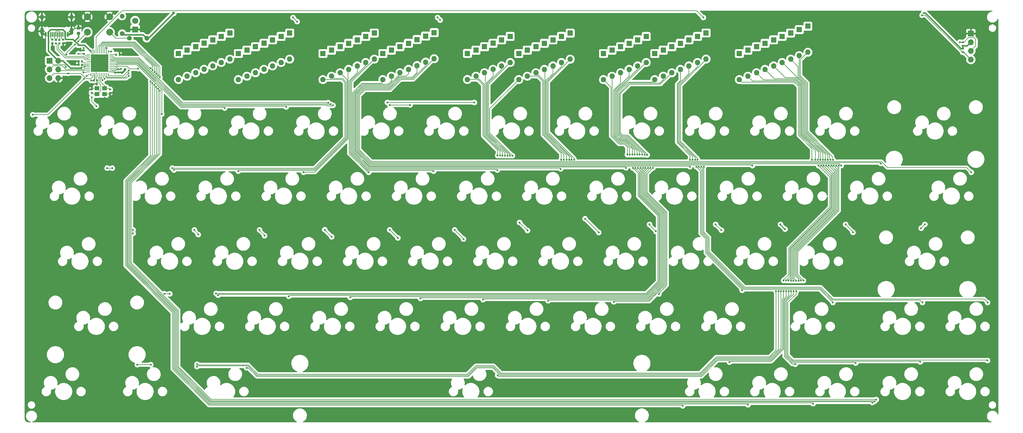
<source format=gtl>
%TF.GenerationSoftware,KiCad,Pcbnew,(6.0.0)*%
%TF.CreationDate,2022-08-26T03:08:24-07:00*%
%TF.ProjectId,HandwireCustom,48616e64-7769-4726-9543-7573746f6d2e,rev?*%
%TF.SameCoordinates,Original*%
%TF.FileFunction,Copper,L1,Top*%
%TF.FilePolarity,Positive*%
%FSLAX46Y46*%
G04 Gerber Fmt 4.6, Leading zero omitted, Abs format (unit mm)*
G04 Created by KiCad (PCBNEW (6.0.0)) date 2022-08-26 03:08:24*
%MOMM*%
%LPD*%
G01*
G04 APERTURE LIST*
G04 Aperture macros list*
%AMRoundRect*
0 Rectangle with rounded corners*
0 $1 Rounding radius*
0 $2 $3 $4 $5 $6 $7 $8 $9 X,Y pos of 4 corners*
0 Add a 4 corners polygon primitive as box body*
4,1,4,$2,$3,$4,$5,$6,$7,$8,$9,$2,$3,0*
0 Add four circle primitives for the rounded corners*
1,1,$1+$1,$2,$3*
1,1,$1+$1,$4,$5*
1,1,$1+$1,$6,$7*
1,1,$1+$1,$8,$9*
0 Add four rect primitives between the rounded corners*
20,1,$1+$1,$2,$3,$4,$5,0*
20,1,$1+$1,$4,$5,$6,$7,0*
20,1,$1+$1,$6,$7,$8,$9,0*
20,1,$1+$1,$8,$9,$2,$3,0*%
G04 Aperture macros list end*
%TA.AperFunction,ComponentPad*%
%ADD10R,1.600000X1.600000*%
%TD*%
%TA.AperFunction,ComponentPad*%
%ADD11O,1.600000X1.600000*%
%TD*%
%TA.AperFunction,SMDPad,CuDef*%
%ADD12RoundRect,0.140000X0.140000X0.170000X-0.140000X0.170000X-0.140000X-0.170000X0.140000X-0.170000X0*%
%TD*%
%TA.AperFunction,SMDPad,CuDef*%
%ADD13RoundRect,0.140000X-0.140000X-0.170000X0.140000X-0.170000X0.140000X0.170000X-0.140000X0.170000X0*%
%TD*%
%TA.AperFunction,SMDPad,CuDef*%
%ADD14RoundRect,0.140000X0.170000X-0.140000X0.170000X0.140000X-0.170000X0.140000X-0.170000X-0.140000X0*%
%TD*%
%TA.AperFunction,ComponentPad*%
%ADD15R,1.800000X1.800000*%
%TD*%
%TA.AperFunction,ComponentPad*%
%ADD16C,1.800000*%
%TD*%
%TA.AperFunction,SMDPad,CuDef*%
%ADD17RoundRect,0.140000X-0.170000X0.140000X-0.170000X-0.140000X0.170000X-0.140000X0.170000X0.140000X0*%
%TD*%
%TA.AperFunction,SMDPad,CuDef*%
%ADD18RoundRect,0.062500X-0.475000X-0.062500X0.475000X-0.062500X0.475000X0.062500X-0.475000X0.062500X0*%
%TD*%
%TA.AperFunction,SMDPad,CuDef*%
%ADD19RoundRect,0.062500X-0.062500X-0.475000X0.062500X-0.475000X0.062500X0.475000X-0.062500X0.475000X0*%
%TD*%
%TA.AperFunction,SMDPad,CuDef*%
%ADD20R,5.200000X5.200000*%
%TD*%
%TA.AperFunction,ComponentPad*%
%ADD21C,1.400000*%
%TD*%
%TA.AperFunction,ComponentPad*%
%ADD22O,1.400000X1.400000*%
%TD*%
%TA.AperFunction,SMDPad,CuDef*%
%ADD23RoundRect,0.135000X0.185000X-0.135000X0.185000X0.135000X-0.185000X0.135000X-0.185000X-0.135000X0*%
%TD*%
%TA.AperFunction,SMDPad,CuDef*%
%ADD24R,0.600000X1.450000*%
%TD*%
%TA.AperFunction,SMDPad,CuDef*%
%ADD25R,0.300000X1.450000*%
%TD*%
%TA.AperFunction,ComponentPad*%
%ADD26O,1.000000X1.600000*%
%TD*%
%TA.AperFunction,ComponentPad*%
%ADD27O,1.000000X2.100000*%
%TD*%
%TA.AperFunction,ComponentPad*%
%ADD28R,1.700000X1.700000*%
%TD*%
%TA.AperFunction,ComponentPad*%
%ADD29O,1.700000X1.700000*%
%TD*%
%TA.AperFunction,SMDPad,CuDef*%
%ADD30RoundRect,0.135000X-0.135000X-0.185000X0.135000X-0.185000X0.135000X0.185000X-0.135000X0.185000X0*%
%TD*%
%TA.AperFunction,SMDPad,CuDef*%
%ADD31RoundRect,0.135000X-0.185000X0.135000X-0.185000X-0.135000X0.185000X-0.135000X0.185000X0.135000X0*%
%TD*%
%TA.AperFunction,ComponentPad*%
%ADD32C,2.000000*%
%TD*%
%TA.AperFunction,SMDPad,CuDef*%
%ADD33R,1.400000X1.200000*%
%TD*%
%TA.AperFunction,SMDPad,CuDef*%
%ADD34RoundRect,0.225000X0.250000X-0.225000X0.250000X0.225000X-0.250000X0.225000X-0.250000X-0.225000X0*%
%TD*%
%TA.AperFunction,ViaPad*%
%ADD35C,0.600000*%
%TD*%
%TA.AperFunction,ViaPad*%
%ADD36C,0.800000*%
%TD*%
%TA.AperFunction,Conductor*%
%ADD37C,0.200000*%
%TD*%
%TA.AperFunction,Conductor*%
%ADD38C,0.406400*%
%TD*%
%TA.AperFunction,Conductor*%
%ADD39C,0.254000*%
%TD*%
%TA.AperFunction,Conductor*%
%ADD40C,0.250000*%
%TD*%
G04 APERTURE END LIST*
D10*
%TO.P,D50,1,K*%
%TO.N,Row3*%
X263000000Y-93190000D03*
D11*
%TO.P,D50,2,A*%
%TO.N,Net-(D50-Pad2)*%
X263000000Y-100810000D03*
%TD*%
D12*
%TO.P,C8,1*%
%TO.N,Net-(C8-Pad1)*%
X85500000Y-99510000D03*
%TO.P,C8,2*%
%TO.N,GND*%
X84540000Y-99510000D03*
%TD*%
D10*
%TO.P,D28,1,K*%
%TO.N,Row4*%
X285240000Y-94190000D03*
D11*
%TO.P,D28,2,A*%
%TO.N,Net-(D28-Pad2)*%
X285240000Y-101810000D03*
%TD*%
D10*
%TO.P,D52,1,K*%
%TO.N,Row0*%
X141240000Y-93180000D03*
D11*
%TO.P,D52,2,A*%
%TO.N,Net-(D52-Pad2)*%
X141240000Y-100800000D03*
%TD*%
D10*
%TO.P,D41,1,K*%
%TO.N,Row4*%
X287740000Y-93190000D03*
D11*
%TO.P,D41,2,A*%
%TO.N,Net-(D41-Pad2)*%
X287740000Y-100810000D03*
%TD*%
D10*
%TO.P,D27,1,K*%
%TO.N,Row3*%
X250500000Y-92190000D03*
D11*
%TO.P,D27,2,A*%
%TO.N,Net-(D27-Pad2)*%
X250500000Y-99810000D03*
%TD*%
D10*
%TO.P,D59,1,K*%
%TO.N,Row0*%
X146240000Y-91190000D03*
D11*
%TO.P,D59,2,A*%
%TO.N,Net-(D59-Pad2)*%
X146240000Y-98810000D03*
%TD*%
D10*
%TO.P,D63,1,K*%
%TO.N,Row4*%
X297770000Y-89190000D03*
D11*
%TO.P,D63,2,A*%
%TO.N,Net-(D63-Pad2)*%
X297770000Y-96810000D03*
%TD*%
D10*
%TO.P,D47,1,K*%
%TO.N,Row0*%
X138740000Y-94180000D03*
D11*
%TO.P,D47,2,A*%
%TO.N,Net-(D47-Pad2)*%
X138740000Y-101800000D03*
%TD*%
D10*
%TO.P,D55,1,K*%
%TO.N,Row3*%
X265500000Y-92190000D03*
D11*
%TO.P,D55,2,A*%
%TO.N,Net-(D55-Pad2)*%
X265500000Y-99810000D03*
%TD*%
D10*
%TO.P,D54,1,K*%
%TO.N,Row2*%
X225730000Y-92190000D03*
D11*
%TO.P,D54,2,A*%
%TO.N,Net-(D54-Pad2)*%
X225730000Y-99810000D03*
%TD*%
D10*
%TO.P,D36,1,K*%
%TO.N,Row3*%
X255500000Y-96190000D03*
D11*
%TO.P,D36,2,A*%
%TO.N,Net-(D36-Pad2)*%
X255500000Y-103810000D03*
%TD*%
D10*
%TO.P,D14,1,K*%
%TO.N,Row3*%
X243000000Y-95190000D03*
D11*
%TO.P,D14,2,A*%
%TO.N,Net-(D14-Pad2)*%
X243000000Y-102810000D03*
%TD*%
D10*
%TO.P,D53,1,K*%
%TO.N,Row1*%
X183490000Y-93090000D03*
D11*
%TO.P,D53,2,A*%
%TO.N,Net-(D53-Pad2)*%
X183490000Y-100710000D03*
%TD*%
D10*
%TO.P,D58,1,K*%
%TO.N,Row1*%
X185990000Y-92090000D03*
D11*
%TO.P,D58,2,A*%
%TO.N,Net-(D58-Pad2)*%
X185990000Y-99710000D03*
%TD*%
D13*
%TO.P,C6,1*%
%TO.N,VCC*%
X88970000Y-105070000D03*
%TO.P,C6,2*%
%TO.N,GND*%
X89930000Y-105070000D03*
%TD*%
D14*
%TO.P,C2,1*%
%TO.N,XTAL2*%
X88350000Y-108680000D03*
%TO.P,C2,2*%
%TO.N,GND*%
X88350000Y-107720000D03*
%TD*%
D10*
%TO.P,D20,1,K*%
%TO.N,Row0*%
X123740000Y-93180000D03*
D11*
%TO.P,D20,2,A*%
%TO.N,Net-(D20-Pad2)*%
X123740000Y-100800000D03*
%TD*%
D10*
%TO.P,D21,1,K*%
%TO.N,Row1*%
X165990000Y-93190000D03*
D11*
%TO.P,D21,2,A*%
%TO.N,Net-(D21-Pad2)*%
X165990000Y-100810000D03*
%TD*%
D15*
%TO.P,D64,1,K*%
%TO.N,GND*%
X101050000Y-90125000D03*
D16*
%TO.P,D64,2,A*%
%TO.N,Net-(D64-Pad2)*%
X101050000Y-87585000D03*
%TD*%
D14*
%TO.P,C7,1*%
%TO.N,VCC*%
X86020000Y-97255000D03*
%TO.P,C7,2*%
%TO.N,GND*%
X86020000Y-96295000D03*
%TD*%
D10*
%TO.P,D43,1,K*%
%TO.N,Row1*%
X178490000Y-95190000D03*
D11*
%TO.P,D43,2,A*%
%TO.N,Net-(D43-Pad2)*%
X178490000Y-102810000D03*
%TD*%
D17*
%TO.P,C4,1*%
%TO.N,VCC*%
X96090000Y-101740000D03*
%TO.P,C4,2*%
%TO.N,GND*%
X96090000Y-102700000D03*
%TD*%
D10*
%TO.P,D15,1,K*%
%TO.N,Row4*%
X282740000Y-95190000D03*
D11*
%TO.P,D15,2,A*%
%TO.N,Net-(D15-Pad2)*%
X282740000Y-102810000D03*
%TD*%
D18*
%TO.P,U1,1,PE6*%
%TO.N,unconnected-(U1-Pad1)*%
X87346250Y-97492500D03*
%TO.P,U1,2,UVCC*%
%TO.N,VCC*%
X87346250Y-97992500D03*
%TO.P,U1,3,D-*%
%TO.N,D-*%
X87346250Y-98492500D03*
%TO.P,U1,4,D+*%
%TO.N,D+*%
X87346250Y-98992500D03*
%TO.P,U1,5,UGND*%
%TO.N,GND*%
X87346250Y-99492500D03*
%TO.P,U1,6,UCAP*%
%TO.N,Net-(C8-Pad1)*%
X87346250Y-99992500D03*
%TO.P,U1,7,VBUS*%
%TO.N,VCC*%
X87346250Y-100492500D03*
%TO.P,U1,8,PB0*%
%TO.N,Col1*%
X87346250Y-100992500D03*
%TO.P,U1,9,PB1*%
%TO.N,SCLK*%
X87346250Y-101492500D03*
%TO.P,U1,10,PB2*%
%TO.N,MOSI*%
X87346250Y-101992500D03*
%TO.P,U1,11,PB3*%
%TO.N,MISO*%
X87346250Y-102492500D03*
D19*
%TO.P,U1,12,PB7*%
%TO.N,Col0*%
X88183750Y-103330000D03*
%TO.P,U1,13,~{RESET}*%
%TO.N,Reset*%
X88683750Y-103330000D03*
%TO.P,U1,14,VCC*%
%TO.N,VCC*%
X89183750Y-103330000D03*
%TO.P,U1,15,GND*%
%TO.N,GND*%
X89683750Y-103330000D03*
%TO.P,U1,16,XTAL2*%
%TO.N,XTAL2*%
X90183750Y-103330000D03*
%TO.P,U1,17,XTAL1*%
%TO.N,XTAL1*%
X90683750Y-103330000D03*
%TO.P,U1,18,PD0*%
%TO.N,SCL*%
X91183750Y-103330000D03*
%TO.P,U1,19,PD1*%
%TO.N,SDA*%
X91683750Y-103330000D03*
%TO.P,U1,20,PD2*%
%TO.N,Row3*%
X92183750Y-103330000D03*
%TO.P,U1,21,PD3*%
%TO.N,Row2*%
X92683750Y-103330000D03*
%TO.P,U1,22,PD5*%
%TO.N,Row1*%
X93183750Y-103330000D03*
D18*
%TO.P,U1,23,GND*%
%TO.N,GND*%
X94021250Y-102492500D03*
%TO.P,U1,24,AVCC*%
%TO.N,VCC*%
X94021250Y-101992500D03*
%TO.P,U1,25,PD4*%
%TO.N,Row0*%
X94021250Y-101492500D03*
%TO.P,U1,26,PD6*%
%TO.N,Col2*%
X94021250Y-100992500D03*
%TO.P,U1,27,PD7*%
%TO.N,Col3*%
X94021250Y-100492500D03*
%TO.P,U1,28,PB4*%
%TO.N,Col4*%
X94021250Y-99992500D03*
%TO.P,U1,29,PB5*%
%TO.N,Col5*%
X94021250Y-99492500D03*
%TO.P,U1,30,PB6*%
%TO.N,Col6*%
X94021250Y-98992500D03*
%TO.P,U1,31,PC6*%
%TO.N,Col7*%
X94021250Y-98492500D03*
%TO.P,U1,32,PC7*%
%TO.N,Col8*%
X94021250Y-97992500D03*
%TO.P,U1,33,~{HWB}/PE2*%
%TO.N,Net-(R6-Pad1)*%
X94021250Y-97492500D03*
D19*
%TO.P,U1,34,VCC*%
%TO.N,VCC*%
X93183750Y-96655000D03*
%TO.P,U1,35,GND*%
%TO.N,GND*%
X92683750Y-96655000D03*
%TO.P,U1,36,PF7*%
%TO.N,Col9*%
X92183750Y-96655000D03*
%TO.P,U1,37,PF6*%
%TO.N,Col10*%
X91683750Y-96655000D03*
%TO.P,U1,38,PF5*%
%TO.N,Col11*%
X91183750Y-96655000D03*
%TO.P,U1,39,PF4*%
%TO.N,Col12*%
X90683750Y-96655000D03*
%TO.P,U1,40,PF1*%
%TO.N,Col13*%
X90183750Y-96655000D03*
%TO.P,U1,41,PF0*%
%TO.N,Row4*%
X89683750Y-96655000D03*
%TO.P,U1,42,AREF*%
%TO.N,unconnected-(U1-Pad42)*%
X89183750Y-96655000D03*
%TO.P,U1,43,GND*%
%TO.N,GND*%
X88683750Y-96655000D03*
%TO.P,U1,44,AVCC*%
%TO.N,VCC*%
X88183750Y-96655000D03*
D20*
%TO.P,U1,45,GND*%
%TO.N,GND*%
X90683750Y-99992500D03*
%TD*%
D10*
%TO.P,D16,1,K*%
%TO.N,Row0*%
X121240000Y-94180000D03*
D11*
%TO.P,D16,2,A*%
%TO.N,Net-(D16-Pad2)*%
X121240000Y-101800000D03*
%TD*%
D10*
%TO.P,D1,1,K*%
%TO.N,Row0*%
X113740000Y-97190000D03*
D11*
%TO.P,D1,2,A*%
%TO.N,Net-(D1-Pad2)*%
X113740000Y-104810000D03*
%TD*%
D21*
%TO.P,R5,1*%
%TO.N,Reset*%
X99360000Y-92740000D03*
D22*
%TO.P,R5,2*%
%TO.N,VCC*%
X104440000Y-92740000D03*
%TD*%
D23*
%TO.P,R9,1*%
%TO.N,VCC*%
X343075000Y-94885000D03*
%TO.P,R9,2*%
%TO.N,SCL*%
X343075000Y-93865000D03*
%TD*%
D10*
%TO.P,D61,1,K*%
%TO.N,Row2*%
X228270000Y-91210000D03*
D11*
%TO.P,D61,2,A*%
%TO.N,Net-(D61-Pad2)*%
X228270000Y-98830000D03*
%TD*%
D10*
%TO.P,D5,1,K*%
%TO.N,Row4*%
X277740000Y-97190000D03*
D11*
%TO.P,D5,2,A*%
%TO.N,Net-(D5-Pad2)*%
X277740000Y-104810000D03*
%TD*%
D10*
%TO.P,D57,1,K*%
%TO.N,Row0*%
X143740000Y-92190000D03*
D11*
%TO.P,D57,2,A*%
%TO.N,Net-(D57-Pad2)*%
X143740000Y-99810000D03*
%TD*%
D10*
%TO.P,D35,1,K*%
%TO.N,Row2*%
X215730000Y-96190000D03*
D11*
%TO.P,D35,2,A*%
%TO.N,Net-(D35-Pad2)*%
X215730000Y-103810000D03*
%TD*%
D10*
%TO.P,D25,1,K*%
%TO.N,Row1*%
X168490000Y-92190000D03*
D11*
%TO.P,D25,2,A*%
%TO.N,Net-(D25-Pad2)*%
X168490000Y-99810000D03*
%TD*%
D10*
%TO.P,D24,1,K*%
%TO.N,Row0*%
X126240000Y-92190000D03*
D11*
%TO.P,D24,2,A*%
%TO.N,Net-(D24-Pad2)*%
X126240000Y-99810000D03*
%TD*%
D10*
%TO.P,D13,1,K*%
%TO.N,Row2*%
X203230000Y-95180000D03*
D11*
%TO.P,D13,2,A*%
%TO.N,Net-(D13-Pad2)*%
X203230000Y-102800000D03*
%TD*%
D24*
%TO.P,USB1,1,GND*%
%TO.N,GND*%
X81365000Y-91618750D03*
%TO.P,USB1,2,VBUS*%
%TO.N,VCC*%
X80590000Y-91618750D03*
D25*
%TO.P,USB1,3,SBU2*%
%TO.N,unconnected-(USB1-Pad3)*%
X79890000Y-91618750D03*
%TO.P,USB1,4,CC1*%
%TO.N,Net-(R1-Pad1)*%
X79390000Y-91618750D03*
%TO.P,USB1,5,DN2*%
%TO.N,Net-(R4-Pad1)*%
X78890000Y-91618750D03*
%TO.P,USB1,6,DP1*%
%TO.N,Net-(R3-Pad1)*%
X78390000Y-91618750D03*
%TO.P,USB1,7,DN1*%
%TO.N,Net-(R4-Pad1)*%
X77890000Y-91618750D03*
%TO.P,USB1,8,DP2*%
%TO.N,Net-(R3-Pad1)*%
X77390000Y-91618750D03*
%TO.P,USB1,9,SBU1*%
%TO.N,unconnected-(USB1-Pad9)*%
X76890000Y-91618750D03*
%TO.P,USB1,10,CC2*%
%TO.N,Net-(R2-Pad1)*%
X76390000Y-91618750D03*
D24*
%TO.P,USB1,11,VBUS*%
%TO.N,VCC*%
X75690000Y-91618750D03*
%TO.P,USB1,12,GND*%
%TO.N,GND*%
X74915000Y-91618750D03*
D26*
%TO.P,USB1,13,SHIELD*%
X82460000Y-86523750D03*
X73820000Y-86523750D03*
D27*
X82460000Y-90703750D03*
X73820000Y-90703750D03*
%TD*%
D28*
%TO.P,J2,1,Pin_1*%
%TO.N,GND*%
X345420000Y-91320000D03*
D29*
%TO.P,J2,2,Pin_2*%
%TO.N,VCC*%
X345420000Y-93860000D03*
%TO.P,J2,3,Pin_3*%
%TO.N,SCL*%
X345420000Y-96400000D03*
%TO.P,J2,4,Pin_4*%
%TO.N,SDA*%
X345420000Y-98940000D03*
%TD*%
D10*
%TO.P,D2,1,K*%
%TO.N,Row1*%
X155980000Y-97190000D03*
D11*
%TO.P,D2,2,A*%
%TO.N,Net-(D2-Pad2)*%
X155980000Y-104810000D03*
%TD*%
D17*
%TO.P,C1,1*%
%TO.N,XTAL1*%
X93710000Y-107710000D03*
%TO.P,C1,2*%
%TO.N,GND*%
X93710000Y-108670000D03*
%TD*%
D30*
%TO.P,R6,2*%
%TO.N,GND*%
X96495000Y-97500000D03*
%TO.P,R6,1*%
%TO.N,Net-(R6-Pad1)*%
X95475000Y-97500000D03*
%TD*%
D10*
%TO.P,D38,1,K*%
%TO.N,Row1*%
X175990000Y-96190000D03*
D11*
%TO.P,D38,2,A*%
%TO.N,Net-(D38-Pad2)*%
X175990000Y-103810000D03*
%TD*%
D10*
%TO.P,D39,1,K*%
%TO.N,Row2*%
X218230000Y-95190000D03*
D11*
%TO.P,D39,2,A*%
%TO.N,Net-(D39-Pad2)*%
X218230000Y-102810000D03*
%TD*%
D10*
%TO.P,D46,1,K*%
%TO.N,Row4*%
X290240000Y-92190000D03*
D11*
%TO.P,D46,2,A*%
%TO.N,Net-(D46-Pad2)*%
X290240000Y-99810000D03*
%TD*%
D10*
%TO.P,D7,1,K*%
%TO.N,Row1*%
X158490000Y-96190000D03*
D11*
%TO.P,D7,2,A*%
%TO.N,Net-(D7-Pad2)*%
X158490000Y-103810000D03*
%TD*%
D28*
%TO.P,J1,1,Pin_1*%
%TO.N,MISO*%
X76040000Y-99280000D03*
D29*
%TO.P,J1,2,Pin_2*%
%TO.N,VCC*%
X78580000Y-99280000D03*
%TO.P,J1,3,Pin_3*%
%TO.N,SCLK*%
X76040000Y-101820000D03*
%TO.P,J1,4,Pin_4*%
%TO.N,MOSI*%
X78580000Y-101820000D03*
%TO.P,J1,5,Pin_5*%
%TO.N,Reset*%
X76040000Y-104360000D03*
%TO.P,J1,6,Pin_6*%
%TO.N,GND*%
X78580000Y-104360000D03*
%TD*%
D10*
%TO.P,D10,1,K*%
%TO.N,Row4*%
X280240000Y-96190000D03*
D11*
%TO.P,D10,2,A*%
%TO.N,Net-(D10-Pad2)*%
X280240000Y-103810000D03*
%TD*%
D10*
%TO.P,D3,1,K*%
%TO.N,Row2*%
X198220000Y-97170000D03*
D11*
%TO.P,D3,2,A*%
%TO.N,Net-(D3-Pad2)*%
X198220000Y-104790000D03*
%TD*%
D10*
%TO.P,D18,1,K*%
%TO.N,Row2*%
X205730000Y-94180000D03*
D11*
%TO.P,D18,2,A*%
%TO.N,Net-(D18-Pad2)*%
X205730000Y-101800000D03*
%TD*%
D10*
%TO.P,D29,1,K*%
%TO.N,Row0*%
X128740000Y-91190000D03*
D11*
%TO.P,D29,2,A*%
%TO.N,Net-(D29-Pad2)*%
X128740000Y-98810000D03*
%TD*%
D10*
%TO.P,D4,1,K*%
%TO.N,Row3*%
X238000000Y-97190000D03*
D11*
%TO.P,D4,2,A*%
%TO.N,Net-(D4-Pad2)*%
X238000000Y-104810000D03*
%TD*%
D31*
%TO.P,R2,1*%
%TO.N,Net-(R2-Pad1)*%
X76890000Y-93160000D03*
%TO.P,R2,2*%
%TO.N,GND*%
X76890000Y-94180000D03*
%TD*%
D10*
%TO.P,D12,1,K*%
%TO.N,Row1*%
X160990000Y-95190000D03*
D11*
%TO.P,D12,2,A*%
%TO.N,Net-(D12-Pad2)*%
X160990000Y-102810000D03*
%TD*%
D10*
%TO.P,D9,1,K*%
%TO.N,Row3*%
X240500000Y-96200000D03*
D11*
%TO.P,D9,2,A*%
%TO.N,Net-(D9-Pad2)*%
X240500000Y-103820000D03*
%TD*%
D10*
%TO.P,D40,1,K*%
%TO.N,Row3*%
X258000000Y-95190000D03*
D11*
%TO.P,D40,2,A*%
%TO.N,Net-(D40-Pad2)*%
X258000000Y-102810000D03*
%TD*%
D10*
%TO.P,D42,1,K*%
%TO.N,Row0*%
X136240000Y-95190000D03*
D11*
%TO.P,D42,2,A*%
%TO.N,Net-(D42-Pad2)*%
X136240000Y-102810000D03*
%TD*%
D10*
%TO.P,D23,1,K*%
%TO.N,Row3*%
X248000000Y-93190000D03*
D11*
%TO.P,D23,2,A*%
%TO.N,Net-(D23-Pad2)*%
X248000000Y-100810000D03*
%TD*%
D31*
%TO.P,R4,1*%
%TO.N,Net-(R4-Pad1)*%
X78930000Y-93170000D03*
%TO.P,R4,2*%
%TO.N,D-*%
X78930000Y-94190000D03*
%TD*%
D10*
%TO.P,D8,1,K*%
%TO.N,Row2*%
X200730000Y-96190000D03*
D11*
%TO.P,D8,2,A*%
%TO.N,Net-(D8-Pad2)*%
X200730000Y-103810000D03*
%TD*%
D10*
%TO.P,D60,1,K*%
%TO.N,Row1*%
X188490000Y-91090000D03*
D11*
%TO.P,D60,2,A*%
%TO.N,Net-(D60-Pad2)*%
X188490000Y-98710000D03*
%TD*%
D10*
%TO.P,D33,1,K*%
%TO.N,Row0*%
X131240000Y-97190000D03*
D11*
%TO.P,D33,2,A*%
%TO.N,Net-(D33-Pad2)*%
X131240000Y-104810000D03*
%TD*%
D10*
%TO.P,D6,1,K*%
%TO.N,Row0*%
X116240000Y-96190000D03*
D11*
%TO.P,D6,2,A*%
%TO.N,Net-(D6-Pad2)*%
X116240000Y-103810000D03*
%TD*%
D32*
%TO.P,SW1,1,1*%
%TO.N,GND*%
X87100000Y-86460000D03*
X93600000Y-86460000D03*
%TO.P,SW1,2,2*%
%TO.N,Reset*%
X87100000Y-90960000D03*
X93600000Y-90960000D03*
%TD*%
D12*
%TO.P,C5,1*%
%TO.N,VCC*%
X85510000Y-100500000D03*
%TO.P,C5,2*%
%TO.N,GND*%
X84550000Y-100500000D03*
%TD*%
D10*
%TO.P,D22,1,K*%
%TO.N,Row2*%
X208230000Y-93180000D03*
D11*
%TO.P,D22,2,A*%
%TO.N,Net-(D22-Pad2)*%
X208230000Y-100800000D03*
%TD*%
D10*
%TO.P,D11,1,K*%
%TO.N,Row0*%
X118740000Y-95190000D03*
D11*
%TO.P,D11,2,A*%
%TO.N,Net-(D11-Pad2)*%
X118740000Y-102810000D03*
%TD*%
D10*
%TO.P,D48,1,K*%
%TO.N,Row1*%
X180990000Y-94200000D03*
D11*
%TO.P,D48,2,A*%
%TO.N,Net-(D48-Pad2)*%
X180990000Y-101820000D03*
%TD*%
D10*
%TO.P,D26,1,K*%
%TO.N,Row2*%
X210730000Y-92180000D03*
D11*
%TO.P,D26,2,A*%
%TO.N,Net-(D26-Pad2)*%
X210730000Y-99800000D03*
%TD*%
D10*
%TO.P,D30,1,K*%
%TO.N,Row1*%
X170990000Y-91190000D03*
D11*
%TO.P,D30,2,A*%
%TO.N,Net-(D30-Pad2)*%
X170990000Y-98810000D03*
%TD*%
D31*
%TO.P,R3,1*%
%TO.N,Net-(R3-Pad1)*%
X77900000Y-93170000D03*
%TO.P,R3,2*%
%TO.N,D+*%
X77900000Y-94190000D03*
%TD*%
D10*
%TO.P,D62,1,K*%
%TO.N,Row3*%
X268000000Y-91180000D03*
D11*
%TO.P,D62,2,A*%
%TO.N,Net-(D62-Pad2)*%
X268000000Y-98800000D03*
%TD*%
D10*
%TO.P,D32,1,K*%
%TO.N,Row3*%
X253000000Y-97190000D03*
D11*
%TO.P,D32,2,A*%
%TO.N,Net-(D32-Pad2)*%
X253000000Y-104810000D03*
%TD*%
D10*
%TO.P,D56,1,K*%
%TO.N,Row4*%
X295250000Y-90190000D03*
D11*
%TO.P,D56,2,A*%
%TO.N,Net-(D56-Pad2)*%
X295250000Y-97810000D03*
%TD*%
D10*
%TO.P,D31,1,K*%
%TO.N,Row2*%
X213230000Y-97190000D03*
D11*
%TO.P,D31,2,A*%
%TO.N,Net-(D31-Pad2)*%
X213230000Y-104810000D03*
%TD*%
D31*
%TO.P,R8,1*%
%TO.N,VCC*%
X343070000Y-95790000D03*
%TO.P,R8,2*%
%TO.N,SDA*%
X343070000Y-96810000D03*
%TD*%
D10*
%TO.P,D19,1,K*%
%TO.N,Row3*%
X245500000Y-94190000D03*
D11*
%TO.P,D19,2,A*%
%TO.N,Net-(D19-Pad2)*%
X245500000Y-101810000D03*
%TD*%
D10*
%TO.P,D49,1,K*%
%TO.N,Row2*%
X223230000Y-93190000D03*
D11*
%TO.P,D49,2,A*%
%TO.N,Net-(D49-Pad2)*%
X223230000Y-100810000D03*
%TD*%
D10*
%TO.P,D34,1,K*%
%TO.N,Row1*%
X173490000Y-97190000D03*
D11*
%TO.P,D34,2,A*%
%TO.N,Net-(D34-Pad2)*%
X173490000Y-104810000D03*
%TD*%
D10*
%TO.P,D17,1,K*%
%TO.N,Row1*%
X163490000Y-94190000D03*
D11*
%TO.P,D17,2,A*%
%TO.N,Net-(D17-Pad2)*%
X163490000Y-101810000D03*
%TD*%
D21*
%TO.P,R7,1*%
%TO.N,VCC*%
X97240000Y-91320000D03*
D22*
%TO.P,R7,2*%
%TO.N,Net-(D64-Pad2)*%
X97240000Y-86240000D03*
%TD*%
D10*
%TO.P,D44,1,K*%
%TO.N,Row2*%
X220730000Y-94200000D03*
D11*
%TO.P,D44,2,A*%
%TO.N,Net-(D44-Pad2)*%
X220730000Y-101820000D03*
%TD*%
D33*
%TO.P,Y1,1,1*%
%TO.N,XTAL1*%
X92130000Y-107350000D03*
%TO.P,Y1,2,2*%
%TO.N,GND*%
X89930000Y-107350000D03*
%TO.P,Y1,3,3*%
%TO.N,XTAL2*%
X89930000Y-109050000D03*
%TO.P,Y1,4,4*%
%TO.N,GND*%
X92130000Y-109050000D03*
%TD*%
D10*
%TO.P,D37,1,K*%
%TO.N,Row0*%
X133740000Y-96190000D03*
D11*
%TO.P,D37,2,A*%
%TO.N,Net-(D37-Pad2)*%
X133740000Y-103810000D03*
%TD*%
D31*
%TO.P,R1,1*%
%TO.N,Net-(R1-Pad1)*%
X79970000Y-93160000D03*
%TO.P,R1,2*%
%TO.N,GND*%
X79970000Y-94180000D03*
%TD*%
D10*
%TO.P,D45,1,K*%
%TO.N,Row3*%
X260500000Y-94190000D03*
D11*
%TO.P,D45,2,A*%
%TO.N,Net-(D45-Pad2)*%
X260500000Y-101810000D03*
%TD*%
D10*
%TO.P,D51,1,K*%
%TO.N,Row4*%
X292740000Y-91190000D03*
D11*
%TO.P,D51,2,A*%
%TO.N,Net-(D51-Pad2)*%
X292740000Y-98810000D03*
%TD*%
D34*
%TO.P,C3,1*%
%TO.N,VCC*%
X84490000Y-91300000D03*
%TO.P,C3,2*%
%TO.N,GND*%
X84490000Y-89750000D03*
%TD*%
D35*
%TO.N,GND*%
X92710250Y-95602689D03*
X97350000Y-97525000D03*
D36*
X223800000Y-195320000D03*
D35*
X89925000Y-105875000D03*
X76880000Y-94925000D03*
X86025000Y-95550000D03*
X88675000Y-95475000D03*
X87530000Y-107720000D03*
X83475000Y-100523500D03*
X125425000Y-129400000D03*
X79975000Y-94950000D03*
X96900000Y-102700000D03*
X332350000Y-184000000D03*
X115875000Y-148375000D03*
X83475000Y-99500000D03*
X110925000Y-165700000D03*
X94500000Y-108680000D03*
%TO.N,VCC*%
X84475000Y-97250000D03*
X88175000Y-105051500D03*
X331620000Y-85360000D03*
X85410846Y-101300241D03*
D36*
X112270000Y-85360000D03*
D35*
X84475000Y-94775000D03*
X94100000Y-96600000D03*
X96900000Y-101700000D03*
%TO.N,Row0*%
X101965008Y-101634992D03*
%TO.N,Row1*%
X148423891Y-87845693D03*
X147230000Y-86643489D03*
X99200023Y-102216331D03*
%TO.N,Net-(D2-Pad2)*%
X92873333Y-130706667D03*
X111926740Y-130710075D03*
X94362917Y-130707083D03*
%TO.N,Row2*%
X190232292Y-87412292D03*
X99168659Y-102942157D03*
X189500000Y-86643489D03*
%TO.N,Net-(D3-Pad2)*%
X207030000Y-127020000D03*
%TO.N,Row3*%
X99200000Y-103700000D03*
%TO.N,Net-(D4-Pad2)*%
X246590019Y-130637868D03*
X124747083Y-167342917D03*
X111180000Y-167480000D03*
X109602708Y-167447292D03*
X244980000Y-126770000D03*
%TO.N,Row4*%
X267200000Y-86643501D03*
%TO.N,Net-(D5-Pad2)*%
X119170000Y-188053500D03*
X288453052Y-166716500D03*
X105640000Y-188210000D03*
X300884190Y-129984698D03*
X290670000Y-163570000D03*
X298980448Y-128261340D03*
X101697708Y-188207708D03*
%TO.N,Net-(D7-Pad2)*%
X112420000Y-131243460D03*
%TO.N,Net-(D8-Pad2)*%
X207756417Y-127031176D03*
%TO.N,Net-(D9-Pad2)*%
X125276791Y-167872626D03*
X247333779Y-130637044D03*
X245706411Y-126781530D03*
%TO.N,Net-(D10-Pad2)*%
X299923497Y-128261340D03*
X291396503Y-163570000D03*
X289179555Y-166716500D03*
X119149451Y-188779712D03*
X301627826Y-129983750D03*
%TO.N,Net-(D12-Pad2)*%
X131210000Y-131569980D03*
%TO.N,Net-(D13-Pad2)*%
X208482527Y-127055066D03*
%TO.N,Net-(D14-Pad2)*%
X246432912Y-126779657D03*
X248076748Y-130635429D03*
X146000000Y-168193900D03*
%TO.N,Net-(D15-Pad2)*%
X300650000Y-128261340D03*
X133650000Y-189110000D03*
X302370319Y-129990843D03*
X289906058Y-166716500D03*
X292122713Y-163590607D03*
%TO.N,Net-(D17-Pad2)*%
X150310000Y-131920000D03*
%TO.N,Net-(D18-Pad2)*%
X209208996Y-127048076D03*
%TO.N,Net-(D19-Pad2)*%
X248818162Y-130632259D03*
X247159301Y-126766835D03*
X163960000Y-168520420D03*
%TO.N,Net-(D21-Pad2)*%
X169360000Y-131926500D03*
%TO.N,Net-(D22-Pad2)*%
X209935376Y-127061381D03*
%TO.N,Net-(D23-Pad2)*%
X249559948Y-130629461D03*
X247885786Y-126771826D03*
X184500000Y-168846940D03*
%TO.N,Net-(D25-Pad2)*%
X188300000Y-131599980D03*
%TO.N,Net-(D26-Pad2)*%
X210661877Y-127059635D03*
%TO.N,Net-(D27-Pad2)*%
X250295491Y-130620420D03*
X248612280Y-126768373D03*
X202793813Y-169189647D03*
%TO.N,Net-(D28-Pad2)*%
X303119733Y-129995657D03*
X207060000Y-191320000D03*
X292848418Y-163624630D03*
X301403497Y-128261340D03*
X290650000Y-166716500D03*
%TO.N,Net-(D30-Pad2)*%
X206970000Y-131273460D03*
%TO.N,Net-(D31-Pad2)*%
X211388263Y-127072658D03*
%TO.N,Net-(D32-Pad2)*%
X249338780Y-126770227D03*
X221790000Y-169499980D03*
X251021994Y-130620420D03*
%TO.N,Net-(D34-Pad2)*%
X225500000Y-130946940D03*
%TO.N,Net-(D35-Pad2)*%
X225625000Y-128261340D03*
%TO.N,Net-(D36-Pad2)*%
X241000000Y-169826500D03*
X250065126Y-126785291D03*
X251748497Y-130620420D03*
%TO.N,Net-(D38-Pad2)*%
X244610000Y-130620420D03*
%TO.N,Net-(D39-Pad2)*%
X226375000Y-128261340D03*
%TO.N,Net-(D40-Pad2)*%
X250790104Y-126832336D03*
X252475000Y-130620420D03*
X254230094Y-167536877D03*
%TO.N,Net-(D41-Pad2)*%
X274840000Y-187449980D03*
X293574880Y-163617013D03*
X302130000Y-128261340D03*
X291413497Y-166716500D03*
X303874456Y-129976420D03*
%TO.N,Net-(D43-Pad2)*%
X263300000Y-130293900D03*
%TO.N,Net-(D44-Pad2)*%
X227227962Y-128258378D03*
%TO.N,Net-(D45-Pad2)*%
X263320000Y-128261340D03*
X278539110Y-166441440D03*
X265160000Y-130293900D03*
%TO.N,Net-(D46-Pad2)*%
X304610000Y-129967380D03*
X292140000Y-166716500D03*
X302880000Y-128261340D03*
X294301368Y-163621580D03*
X294090000Y-188046500D03*
%TO.N,Net-(D48-Pad2)*%
X281550000Y-129967380D03*
%TO.N,Net-(D49-Pad2)*%
X227964983Y-128250815D03*
%TO.N,Net-(D50-Pad2)*%
X265886503Y-130293900D03*
X264062292Y-128259048D03*
X305070000Y-170000000D03*
%TO.N,Net-(D51-Pad2)*%
X311760000Y-187719980D03*
X295027869Y-163621589D03*
X303627524Y-128240319D03*
X305336503Y-129967380D03*
X292875544Y-166725540D03*
%TO.N,Net-(D53-Pad2)*%
X307515953Y-129958167D03*
%TO.N,Net-(D54-Pad2)*%
X228705751Y-128246998D03*
%TO.N,Net-(D55-Pad2)*%
X331290000Y-170020000D03*
X264798980Y-128251151D03*
X266613006Y-130293900D03*
%TO.N,Net-(D56-Pad2)*%
X293615578Y-166730090D03*
X304373433Y-128241629D03*
X330650000Y-187389980D03*
X306063006Y-129967380D03*
X295754195Y-163605587D03*
%TO.N,Net-(D58-Pad2)*%
X319092708Y-129337292D03*
%TO.N,Net-(D60-Pad2)*%
X345560000Y-131910000D03*
%TO.N,Net-(D61-Pad2)*%
X229435447Y-128232110D03*
%TO.N,Net-(D62-Pad2)*%
X350330000Y-170020000D03*
X267339509Y-130293900D03*
X265525411Y-128261340D03*
%TO.N,Net-(D63-Pad2)*%
X350300000Y-186980000D03*
X305118697Y-128242309D03*
X296480657Y-163597878D03*
X306789509Y-129967380D03*
X294357853Y-166732399D03*
%TO.N,MISO*%
X80774792Y-101050208D03*
X85964308Y-102695450D03*
%TO.N,Reset*%
X81550000Y-103000000D03*
X83450000Y-94525000D03*
X84440266Y-93659734D03*
X80967991Y-97457009D03*
%TO.N,SCL*%
X91540000Y-104940000D03*
X342200000Y-93850000D03*
%TO.N,SDA*%
X92140000Y-104520000D03*
X331161452Y-85991574D03*
%TO.N,Col0*%
X71125000Y-115075000D03*
X86822292Y-103802708D03*
X86075000Y-104575000D03*
%TO.N,Col1*%
X88400000Y-109973500D03*
X100446500Y-148764428D03*
X100446500Y-149817428D03*
X86190291Y-101046907D03*
X89700000Y-112575000D03*
%TO.N,Col2*%
X108850000Y-114900000D03*
X118400000Y-148764428D03*
X119525000Y-150143948D03*
%TO.N,Col3*%
X137425000Y-148764428D03*
X138900000Y-150470468D03*
X127250000Y-113126709D03*
%TO.N,Col4*%
X145250000Y-112800189D03*
X158520000Y-150796988D03*
X156525000Y-148725000D03*
%TO.N,Col5*%
X175500000Y-148764428D03*
X177890000Y-151123508D03*
X158920721Y-112343020D03*
%TO.N,Col6*%
X194500000Y-148764428D03*
X197075000Y-151450029D03*
X175528201Y-112226500D03*
X181440000Y-112226500D03*
X158210000Y-112016500D03*
%TO.N,Col7*%
X174810000Y-111500020D03*
X157520000Y-111570000D03*
X200250000Y-111500000D03*
X215800000Y-148960000D03*
X213460000Y-146600000D03*
%TO.N,Col8*%
X261199488Y-200257251D03*
X236610000Y-149526500D03*
X232640000Y-145510000D03*
X105597008Y-105283037D03*
X105666016Y-101535416D03*
%TO.N,Col9*%
X106123508Y-105799992D03*
X106192516Y-102061275D03*
X253350000Y-149199980D03*
X251460000Y-147167420D03*
X280270000Y-199930731D03*
%TO.N,Col10*%
X270800000Y-147167420D03*
X106719016Y-102590984D03*
X299300000Y-199604211D03*
X272475000Y-148873460D03*
X106650008Y-106319992D03*
%TO.N,Col11*%
X107247516Y-103110000D03*
X316610000Y-199277691D03*
X107213500Y-106942605D03*
X289750000Y-147167420D03*
X291100000Y-148546940D03*
%TO.N,Col12*%
X107777516Y-107464992D03*
X310950000Y-149500000D03*
X317245790Y-198926160D03*
X308830000Y-147167420D03*
X107774016Y-103645984D03*
%TO.N,Col13*%
X108323500Y-107994992D03*
X108304016Y-104175984D03*
X330900000Y-148300000D03*
X331975000Y-147167420D03*
X317772290Y-198417638D03*
%TD*%
D37*
%TO.N,SCL*%
X346825000Y-94995000D02*
X345420000Y-96400000D01*
X346325000Y-92575000D02*
X346825000Y-93075000D01*
X344650000Y-92575000D02*
X346325000Y-92575000D01*
X343360000Y-93865000D02*
X344650000Y-92575000D01*
X343075000Y-93865000D02*
X343360000Y-93865000D01*
X346825000Y-93075000D02*
X346825000Y-94995000D01*
D38*
%TO.N,VCC*%
X97570000Y-91650000D02*
X103350000Y-91650000D01*
X103350000Y-91650000D02*
X104440000Y-92740000D01*
X97240000Y-91320000D02*
X97570000Y-91650000D01*
D37*
%TO.N,GND*%
X92683750Y-95629189D02*
X92710250Y-95602689D01*
X92683750Y-96655000D02*
X92683750Y-95629189D01*
X97325000Y-97500000D02*
X97350000Y-97525000D01*
X96495000Y-97500000D02*
X97325000Y-97500000D01*
%TO.N,Net-(R6-Pad1)*%
X95467500Y-97492500D02*
X95475000Y-97500000D01*
X94021250Y-97492500D02*
X95467500Y-97492500D01*
%TO.N,XTAL1*%
X90683750Y-104079404D02*
X90683750Y-103330000D01*
X92130000Y-106630000D02*
X90920000Y-105420000D01*
X90920000Y-105420000D02*
X90920000Y-104315654D01*
X90920000Y-104315654D02*
X90683750Y-104079404D01*
X93350000Y-107350000D02*
X93710000Y-107710000D01*
X92130000Y-107350000D02*
X92130000Y-106630000D01*
X92130000Y-107350000D02*
X93350000Y-107350000D01*
%TO.N,GND*%
X90683750Y-99992500D02*
X92683750Y-97992500D01*
X93330000Y-109050000D02*
X93710000Y-108670000D01*
X86052445Y-96362445D02*
X86020000Y-96330000D01*
X79970000Y-94945000D02*
X79975000Y-94950000D01*
X90183750Y-99492500D02*
X87346250Y-99492500D01*
D39*
X95500000Y-102700000D02*
X96090000Y-102700000D01*
D37*
X81365000Y-91618750D02*
X81545000Y-91618750D01*
X88675000Y-95475000D02*
X88683750Y-95483750D01*
X89925000Y-105875000D02*
X89930000Y-105870000D01*
X81545000Y-91618750D02*
X82211438Y-90952312D01*
D39*
X96090000Y-102700000D02*
X96900000Y-102700000D01*
D37*
X90683750Y-99992500D02*
X93183750Y-102492500D01*
X76880000Y-94925000D02*
X76890000Y-94915000D01*
X74735000Y-91618750D02*
X73820000Y-90703750D01*
X83485000Y-99510000D02*
X84540000Y-99510000D01*
X83475000Y-99500000D02*
X83485000Y-99510000D01*
D39*
X95292500Y-102492500D02*
X95500000Y-102700000D01*
D37*
X76890000Y-94915000D02*
X76890000Y-94180000D01*
X87530000Y-107720000D02*
X88350000Y-107720000D01*
X89930000Y-105070000D02*
X89683750Y-104823750D01*
X89930000Y-105870000D02*
X89930000Y-105070000D01*
X88720000Y-107350000D02*
X88350000Y-107720000D01*
X94490000Y-108670000D02*
X93710000Y-108670000D01*
X88683750Y-97992500D02*
X90683750Y-99992500D01*
X83498500Y-100500000D02*
X84550000Y-100500000D01*
X86020000Y-96330000D02*
X86020000Y-96295000D01*
X83475000Y-100523500D02*
X83498500Y-100500000D01*
X88683750Y-97992500D02*
X88683750Y-96655000D01*
X89683750Y-100992500D02*
X90683750Y-99992500D01*
X79970000Y-94180000D02*
X79970000Y-94945000D01*
D40*
X83413750Y-89750000D02*
X82460000Y-90703750D01*
D37*
X93183750Y-102492500D02*
X94021250Y-102492500D01*
X89683750Y-103330000D02*
X89683750Y-100992500D01*
X74915000Y-91618750D02*
X74735000Y-91618750D01*
X89683750Y-104823750D02*
X89683750Y-103330000D01*
D40*
X84490000Y-89750000D02*
X83413750Y-89750000D01*
D37*
X86025000Y-95550000D02*
X86025000Y-96290000D01*
X92683750Y-97992500D02*
X92683750Y-96655000D01*
X89930000Y-107350000D02*
X88720000Y-107350000D01*
X86025000Y-96290000D02*
X86020000Y-96295000D01*
X88683750Y-95483750D02*
X88683750Y-96655000D01*
X94500000Y-108680000D02*
X94490000Y-108670000D01*
X92130000Y-109050000D02*
X93330000Y-109050000D01*
D39*
X94021250Y-102492500D02*
X95292500Y-102492500D01*
D37*
%TO.N,XTAL2*%
X89930000Y-109050000D02*
X88720000Y-109050000D01*
X91025000Y-106330006D02*
X91025000Y-108055000D01*
X91025000Y-108055000D02*
X90030000Y-109050000D01*
X90183750Y-103330000D02*
X90183750Y-104083750D01*
X88720000Y-109050000D02*
X88350000Y-108680000D01*
X90030000Y-109050000D02*
X89930000Y-109050000D01*
X90183750Y-104083750D02*
X90520480Y-104420480D01*
X90520480Y-105825486D02*
X91025000Y-106330006D01*
X90520480Y-104420480D02*
X90520480Y-105825486D01*
D38*
%TO.N,VCC*%
X342587716Y-95790000D02*
X343070000Y-95790000D01*
X82910000Y-93020000D02*
X83330000Y-93440000D01*
D39*
X89183750Y-104856250D02*
X88970000Y-105070000D01*
D37*
X85510000Y-101201087D02*
X85510000Y-100500000D01*
D38*
X343075000Y-94885000D02*
X344340000Y-94885000D01*
D37*
X87346250Y-97992500D02*
X86757500Y-97992500D01*
D39*
X96900000Y-101700000D02*
X96860000Y-101740000D01*
D38*
X84480000Y-91310000D02*
X84490000Y-91300000D01*
X80807213Y-93020000D02*
X82910000Y-93020000D01*
D39*
X85517500Y-100492500D02*
X85510000Y-100500000D01*
D38*
X343070000Y-95790000D02*
X343070000Y-94890000D01*
D39*
X95417452Y-101992500D02*
X94021250Y-101992500D01*
D38*
X83430000Y-93440000D02*
X84480000Y-92390000D01*
X85410846Y-101300241D02*
X85298376Y-101412711D01*
X104440000Y-92740000D02*
X104885000Y-92740000D01*
X85298376Y-101412711D02*
X82087711Y-101412711D01*
X82087711Y-101412711D02*
X79955000Y-99280000D01*
X75690000Y-90833615D02*
X75690000Y-91618750D01*
D37*
X86757500Y-97992500D02*
X86020000Y-97255000D01*
D39*
X88193500Y-105070000D02*
X88970000Y-105070000D01*
X96090000Y-101740000D02*
X95669952Y-101740000D01*
D38*
X84475000Y-94775000D02*
X84475000Y-94585000D01*
X79955000Y-99280000D02*
X78580000Y-99280000D01*
D37*
X85410846Y-101300241D02*
X85510000Y-101201087D01*
D38*
X80590000Y-90833615D02*
X79920904Y-90164519D01*
X75690000Y-96390000D02*
X78580000Y-99280000D01*
X79920904Y-90164519D02*
X76359096Y-90164519D01*
X331620000Y-85360000D02*
X332157716Y-85360000D01*
X88150000Y-96625000D02*
X86300000Y-94775000D01*
D37*
X84480000Y-97255000D02*
X84475000Y-97250000D01*
D38*
X84480000Y-92390000D02*
X84480000Y-91310000D01*
D39*
X95669952Y-101740000D02*
X95417452Y-101992500D01*
X89183750Y-103330000D02*
X89183750Y-104856250D01*
D38*
X344340000Y-94885000D02*
X345350000Y-93875000D01*
X76359096Y-90164519D02*
X75690000Y-90833615D01*
X75690000Y-91618750D02*
X75690000Y-96390000D01*
D37*
X93238750Y-96600000D02*
X93183750Y-96655000D01*
D38*
X343070000Y-94890000D02*
X343075000Y-94885000D01*
D39*
X87346250Y-100492500D02*
X85517500Y-100492500D01*
D38*
X332157716Y-85360000D02*
X342587716Y-95790000D01*
X84475000Y-94585000D02*
X83330000Y-93440000D01*
D37*
X86020000Y-97255000D02*
X84480000Y-97255000D01*
D38*
X104885000Y-92740000D02*
X112265000Y-85360000D01*
X86300000Y-94775000D02*
X84475000Y-94775000D01*
X80590000Y-92802787D02*
X80807213Y-93020000D01*
D39*
X96860000Y-101740000D02*
X96090000Y-101740000D01*
D40*
X83430000Y-93440000D02*
X83330000Y-93440000D01*
D38*
X112265000Y-85360000D02*
X112270000Y-85360000D01*
D37*
X94100000Y-96600000D02*
X93238750Y-96600000D01*
D38*
X80590000Y-91618750D02*
X80590000Y-92802787D01*
D39*
X88175000Y-105051500D02*
X88193500Y-105070000D01*
D38*
X80590000Y-91618750D02*
X80590000Y-90833615D01*
D37*
%TO.N,Net-(C8-Pad1)*%
X85982500Y-99992500D02*
X85500000Y-99510000D01*
X87346250Y-99992500D02*
X85982500Y-99992500D01*
%TO.N,Row0*%
X98651781Y-100923489D02*
X95986511Y-100923489D01*
X99428292Y-101700000D02*
X98651781Y-100923489D01*
X101900000Y-101700000D02*
X99428292Y-101700000D01*
X95986511Y-100923489D02*
X95417500Y-101492500D01*
X101965008Y-101634992D02*
X101900000Y-101700000D01*
X95417500Y-101492500D02*
X94021250Y-101492500D01*
%TO.N,Row1*%
X93183750Y-103330000D02*
X93600574Y-103746824D01*
X97619392Y-103746824D02*
X99149885Y-102216331D01*
X147230000Y-86651802D02*
X148423891Y-87845693D01*
X99149885Y-102216331D02*
X99200023Y-102216331D01*
X93600574Y-103746824D02*
X97619392Y-103746824D01*
X147230000Y-86643489D02*
X147230000Y-86651802D01*
%TO.N,Net-(D2-Pad2)*%
X94196960Y-130716960D02*
X92883626Y-130716960D01*
X162375000Y-105650000D02*
X161561511Y-104836511D01*
X162375000Y-121764690D02*
X162375000Y-105650000D01*
X92883626Y-130716960D02*
X92873333Y-130706667D01*
X111926740Y-130710075D02*
X111933625Y-130716960D01*
X94206837Y-130707083D02*
X94196960Y-130716960D01*
X111933625Y-130716960D02*
X153422730Y-130716960D01*
X156006511Y-104836511D02*
X155980000Y-104810000D01*
X161561511Y-104836511D02*
X156006511Y-104836511D01*
X94362917Y-130707083D02*
X94206837Y-130707083D01*
X153422730Y-130716960D02*
X162375000Y-121764690D01*
%TO.N,Row2*%
X98000000Y-104100000D02*
X92926370Y-104100000D01*
X92683750Y-103857380D02*
X92683750Y-103330000D01*
X190232292Y-87412292D02*
X190232292Y-87375781D01*
X190232292Y-87375781D02*
X189500000Y-86643489D01*
X99157843Y-102942157D02*
X98000000Y-104100000D01*
X99168659Y-102942157D02*
X99157843Y-102942157D01*
X92926370Y-104100000D02*
X92683750Y-103857380D01*
%TO.N,Net-(D3-Pad2)*%
X202770659Y-106312429D02*
X201294741Y-104836511D01*
X198266511Y-104836511D02*
X198220000Y-104790000D01*
X202770659Y-121194434D02*
X202770659Y-106312429D01*
X207030000Y-127020000D02*
X207075000Y-126975000D01*
X201294741Y-104836511D02*
X198266511Y-104836511D01*
X207075000Y-125498775D02*
X202770659Y-121194434D01*
X207075000Y-126975000D02*
X207075000Y-125498775D01*
%TO.N,Row3*%
X98473480Y-104426520D02*
X92791121Y-104426520D01*
X99200000Y-103700000D02*
X98473480Y-104426520D01*
X92183750Y-103819149D02*
X92183750Y-103330000D01*
X92791121Y-104426520D02*
X92183750Y-103819149D01*
%TO.N,Net-(D4-Pad2)*%
X248130440Y-138874596D02*
X248130440Y-132190440D01*
X246590019Y-130650019D02*
X246590019Y-130637868D01*
X244990000Y-126760000D02*
X244990000Y-124564160D01*
X111180000Y-167480000D02*
X111147292Y-167447292D01*
X253890000Y-144634158D02*
X248130440Y-138874596D01*
X244980000Y-126770000D02*
X244990000Y-126760000D01*
X244990000Y-124564160D02*
X244118771Y-123692931D01*
X240190000Y-121314635D02*
X240190000Y-107000000D01*
X126367083Y-167342917D02*
X126369120Y-167340880D01*
X126369120Y-167340880D02*
X250449120Y-167340880D01*
X242568296Y-123692931D02*
X240190000Y-121314635D01*
X124747083Y-167342917D02*
X126367083Y-167342917D01*
X240190000Y-107000000D02*
X238000000Y-104810000D01*
X250449120Y-167340880D02*
X253890000Y-163900000D01*
X244118771Y-123692931D02*
X242568296Y-123692931D01*
X248130440Y-132190440D02*
X246590019Y-130650019D01*
X111147292Y-167447292D02*
X109602708Y-167447292D01*
X253890000Y-163900000D02*
X253890000Y-144634158D01*
%TO.N,Row4*%
X89683750Y-92316250D02*
X97310000Y-84690000D01*
X89683750Y-96655000D02*
X89683750Y-92316250D01*
X97310000Y-84690000D02*
X265246499Y-84690000D01*
X265246499Y-84690000D02*
X267200000Y-86643501D01*
%TO.N,Net-(D5-Pad2)*%
X140653271Y-191013689D02*
X198194655Y-191013689D01*
X292157400Y-154103752D02*
X304177349Y-142083803D01*
X290670000Y-163570000D02*
X290670000Y-163440000D01*
X298980448Y-125004603D02*
X295047401Y-121071555D01*
X278463593Y-105533593D02*
X277740000Y-104810000D01*
X136968730Y-191036960D02*
X140630000Y-191036960D01*
X290670000Y-163440000D02*
X292157400Y-161952600D01*
X295047401Y-106851553D02*
X293729441Y-105533593D01*
X304177349Y-133277857D02*
X300884190Y-129984698D01*
X105637708Y-188207708D02*
X101697708Y-188207708D01*
X304177349Y-142083803D02*
X304177349Y-133277857D01*
X205885458Y-188473689D02*
X208082209Y-190670440D01*
X134185250Y-188253480D02*
X136968730Y-191036960D01*
X119170000Y-188053500D02*
X119369980Y-188253480D01*
X198194655Y-191013689D02*
X200734655Y-188473689D01*
X119369980Y-188253480D02*
X134185250Y-188253480D01*
X200734655Y-188473689D02*
X205885458Y-188473689D01*
X140630000Y-191036960D02*
X140653271Y-191013689D01*
X270980773Y-185943920D02*
X286492540Y-185943920D01*
X298980448Y-128261340D02*
X298980448Y-125004603D01*
X208082209Y-190670440D02*
X266254252Y-190670440D01*
X293729441Y-105533593D02*
X278463593Y-105533593D01*
X292157400Y-161952600D02*
X292157400Y-154103752D01*
X295047401Y-121071555D02*
X295047401Y-106851553D01*
X286492540Y-185943920D02*
X288453052Y-183983408D01*
X105640000Y-188210000D02*
X105637708Y-188207708D01*
X266254252Y-190670440D02*
X270980773Y-185943920D01*
X288453052Y-183983408D02*
X288453052Y-166716500D01*
%TO.N,Net-(D7-Pad2)*%
X112481540Y-131243460D02*
X112681520Y-131043480D01*
X159189991Y-104509991D02*
X158490000Y-103810000D01*
X162701520Y-121899939D02*
X162701520Y-105514750D01*
X112420000Y-131243460D02*
X112481540Y-131243460D01*
X153557979Y-131043480D02*
X162701520Y-121899939D01*
X112681520Y-131043480D02*
X153557979Y-131043480D01*
X162701520Y-105514750D02*
X161696761Y-104509991D01*
X161696761Y-104509991D02*
X159189991Y-104509991D01*
%TO.N,Net-(D8-Pad2)*%
X203097179Y-106177179D02*
X200730000Y-103810000D01*
X207756417Y-127031176D02*
X207756417Y-125718423D01*
X203097179Y-121059184D02*
X203097179Y-106177179D01*
X207756417Y-125718423D02*
X203097179Y-121059184D01*
%TO.N,Net-(D9-Pad2)*%
X248456960Y-138739347D02*
X248456960Y-131816960D01*
X125276791Y-167872626D02*
X125479980Y-167669437D01*
X245643988Y-124756378D02*
X244254021Y-123366411D01*
X244254021Y-123366411D02*
X242703545Y-123366411D01*
X250584370Y-167667400D02*
X254216520Y-164035250D01*
X254216520Y-164035250D02*
X254216520Y-144498908D01*
X240516520Y-103836520D02*
X240500000Y-103820000D01*
X245706411Y-126781530D02*
X245643988Y-126719107D01*
X254216520Y-144498908D02*
X248456960Y-138739347D01*
X247333779Y-130693779D02*
X247333779Y-130637044D01*
X242703545Y-123366411D02*
X240516520Y-121179386D01*
X125479980Y-167669437D02*
X126502332Y-167669437D01*
X126504369Y-167667400D02*
X250584370Y-167667400D01*
X240516520Y-121179386D02*
X240516520Y-103836520D01*
X245643988Y-126719107D02*
X245643988Y-124756378D01*
X248456960Y-131816960D02*
X247333779Y-130693779D01*
X126502332Y-167669437D02*
X126504369Y-167667400D01*
%TO.N,Net-(D10-Pad2)*%
X281637073Y-105207073D02*
X280240000Y-103810000D01*
X205750209Y-188800209D02*
X207946960Y-190996960D01*
X292483920Y-162482583D02*
X292483920Y-154239002D01*
X304503869Y-132868993D02*
X301627826Y-129992950D01*
X301627826Y-129992950D02*
X301627826Y-129983750D01*
X289179555Y-183718675D02*
X289179555Y-166716500D01*
X299980000Y-125542386D02*
X295373921Y-120936306D01*
X171103271Y-191340209D02*
X198329902Y-191340209D01*
X299923497Y-128243243D02*
X299980000Y-128186740D01*
X292483920Y-154239002D02*
X304503869Y-142219053D01*
X171079999Y-191363480D02*
X171103271Y-191340209D01*
X271116022Y-186270440D02*
X286627790Y-186270440D01*
X134050000Y-188580000D02*
X136833480Y-191363480D01*
X286627790Y-186270440D02*
X289179555Y-183718675D01*
X295373921Y-106716303D02*
X293864691Y-105207073D01*
X295373921Y-120936306D02*
X295373921Y-106716303D01*
X299923497Y-128261340D02*
X299923497Y-128243243D01*
X304503869Y-142219053D02*
X304503869Y-132868993D01*
X198329902Y-191340209D02*
X200869903Y-188800209D01*
X136833480Y-191363480D02*
X171079999Y-191363480D01*
X291396503Y-163570000D02*
X292483920Y-162482583D01*
X293864691Y-105207073D02*
X281637073Y-105207073D01*
X200869903Y-188800209D02*
X205750209Y-188800209D01*
X119149451Y-188779712D02*
X119349163Y-188580000D01*
X266389501Y-190996960D02*
X271116022Y-186270440D01*
X119349163Y-188580000D02*
X134050000Y-188580000D01*
X207946960Y-190996960D02*
X266389501Y-190996960D01*
X299980000Y-128186740D02*
X299980000Y-125542386D01*
%TO.N,Net-(D12-Pad2)*%
X163028040Y-122035188D02*
X163028040Y-104848040D01*
X163028040Y-104848040D02*
X160990000Y-102810000D01*
X131210000Y-131569980D02*
X131409980Y-131370000D01*
X131409980Y-131370000D02*
X153693228Y-131370000D01*
X153693228Y-131370000D02*
X163028040Y-122035188D01*
%TO.N,Net-(D13-Pad2)*%
X203450000Y-103020000D02*
X203230000Y-102800000D01*
X208482527Y-125982763D02*
X203423699Y-120923935D01*
X203423699Y-105714532D02*
X203450000Y-105688231D01*
X203450000Y-105688231D02*
X203450000Y-103020000D01*
X203423699Y-120923935D02*
X203423699Y-105714532D01*
X208482527Y-127055066D02*
X208482527Y-125982763D01*
%TO.N,Net-(D14-Pad2)*%
X240973859Y-121174959D02*
X240973859Y-107902538D01*
X240973859Y-107902538D02*
X243000000Y-105876397D01*
X248783480Y-131342161D02*
X248076748Y-130635429D01*
X242838793Y-123039891D02*
X240973859Y-121174959D01*
X243000000Y-105876397D02*
X243000000Y-102810000D01*
X254543040Y-164170499D02*
X254543040Y-144363659D01*
X246432912Y-125083532D02*
X244389271Y-123039891D01*
X250719619Y-167993920D02*
X254543040Y-164170499D01*
X244389271Y-123039891D02*
X242838793Y-123039891D01*
X146000000Y-168193900D02*
X146199980Y-167993920D01*
X248783480Y-138604098D02*
X248783480Y-131342161D01*
X146199980Y-167993920D02*
X250719619Y-167993920D01*
X246432912Y-126779657D02*
X246432912Y-125083532D01*
X254543040Y-144363659D02*
X248783480Y-138604098D01*
%TO.N,Net-(D15-Pad2)*%
X266524750Y-191323480D02*
X271251271Y-186596960D01*
X289906058Y-183453942D02*
X289906058Y-166716500D01*
X304830389Y-142354303D02*
X304830389Y-132450913D01*
X300860000Y-128051340D02*
X300860000Y-125960616D01*
X292122713Y-163590607D02*
X292810440Y-162902880D01*
X284810553Y-104880553D02*
X282740000Y-102810000D01*
X304830389Y-132450913D02*
X302370319Y-129990843D01*
X295700441Y-120801057D02*
X295700441Y-106581053D01*
X171238520Y-191666729D02*
X198465152Y-191666729D01*
X292810440Y-162902880D02*
X292810440Y-154374252D01*
X293999941Y-104880553D02*
X284810553Y-104880553D01*
X133650000Y-189110000D02*
X134118230Y-189110000D01*
X171215249Y-191690000D02*
X171238520Y-191666729D01*
X205611329Y-189126729D02*
X207808080Y-191323480D01*
X136698231Y-191690000D02*
X171215249Y-191690000D01*
X286763040Y-186596960D02*
X289906058Y-183453942D01*
X292810440Y-154374252D02*
X304830389Y-142354303D01*
X300860000Y-125960616D02*
X295700441Y-120801057D01*
X207808080Y-191323480D02*
X266524750Y-191323480D01*
X295700441Y-106581053D02*
X293999941Y-104880553D01*
X271251271Y-186596960D02*
X286763040Y-186596960D01*
X201005152Y-189126729D02*
X205611329Y-189126729D01*
X134118230Y-189110000D02*
X136698231Y-191690000D01*
X198465152Y-191666729D02*
X201005152Y-189126729D01*
X300650000Y-128261340D02*
X300860000Y-128051340D01*
%TO.N,Net-(D17-Pad2)*%
X163354560Y-101945440D02*
X163490000Y-101810000D01*
X153604998Y-131920000D02*
X163354560Y-122170437D01*
X163354560Y-122170437D02*
X163354560Y-101945440D01*
X150310000Y-131920000D02*
X153604998Y-131920000D01*
%TO.N,Net-(D18-Pad2)*%
X203750219Y-120788685D02*
X203750219Y-105849781D01*
X209208996Y-126247463D02*
X203750219Y-120788685D01*
X209208996Y-127048076D02*
X209208996Y-126247463D01*
X203750219Y-105849781D02*
X205730000Y-103870000D01*
X205730000Y-103870000D02*
X205730000Y-101800000D01*
%TO.N,Net-(D19-Pad2)*%
X249110000Y-138468849D02*
X249110000Y-131000000D01*
X247159301Y-126766835D02*
X247159301Y-125348151D01*
X241300379Y-121039710D02*
X241300379Y-108037788D01*
X248818162Y-130708162D02*
X248818162Y-130632259D01*
X163960000Y-168520420D02*
X164159980Y-168320440D01*
X245510000Y-103828167D02*
X245510000Y-101820000D01*
X254869560Y-144228409D02*
X249110000Y-138468849D01*
X242974041Y-122713371D02*
X241300379Y-121039710D01*
X249110000Y-131000000D02*
X248818162Y-130708162D01*
X164159980Y-168320440D02*
X250854870Y-168320440D01*
X245510000Y-101820000D02*
X245500000Y-101810000D01*
X247159301Y-125348151D02*
X244524521Y-122713371D01*
X250854870Y-168320440D02*
X254869560Y-164305750D01*
X244524521Y-122713371D02*
X242974041Y-122713371D01*
X241300379Y-108037788D02*
X245510000Y-103828167D01*
X254869560Y-164305750D02*
X254869560Y-144228409D01*
%TO.N,Net-(D21-Pad2)*%
X169360000Y-131926500D02*
X169126500Y-131926500D01*
X163681080Y-126481080D02*
X163681080Y-105118920D01*
X165990000Y-102810000D02*
X165990000Y-100810000D01*
X169126500Y-131926500D02*
X163681080Y-126481080D01*
X163681080Y-105118920D02*
X165990000Y-102810000D01*
%TO.N,Net-(D22-Pad2)*%
X208230000Y-101838233D02*
X208230000Y-100800000D01*
X209935376Y-126512073D02*
X204076739Y-120653436D01*
X204076739Y-105991492D02*
X208230000Y-101838233D01*
X209935376Y-127061381D02*
X209935376Y-126512073D01*
X204076739Y-120653436D02*
X204076739Y-105991492D01*
%TO.N,Net-(D23-Pad2)*%
X255196080Y-164440999D02*
X255196080Y-144093160D01*
X249436520Y-130963480D02*
X249559948Y-130840052D01*
X247885786Y-126771826D02*
X247830000Y-126716040D01*
X244659771Y-122386851D02*
X243109290Y-122386851D01*
X250990119Y-168646960D02*
X255196080Y-164440999D01*
X184699980Y-168646960D02*
X250990119Y-168646960D01*
X249436520Y-138333600D02*
X249436520Y-130963480D01*
X248000000Y-101799937D02*
X248000000Y-100810000D01*
X249559948Y-130840052D02*
X249559948Y-130629461D01*
X241626899Y-120904460D02*
X241626899Y-108173038D01*
X247830000Y-125557080D02*
X244659771Y-122386851D01*
X241626899Y-108173038D02*
X248000000Y-101799937D01*
X247830000Y-126716040D02*
X247830000Y-125557080D01*
X243109290Y-122386851D02*
X241626899Y-120904460D01*
X184500000Y-168846940D02*
X184699980Y-168646960D01*
X255196080Y-144093160D02*
X249436520Y-138333600D01*
%TO.N,Net-(D25-Pad2)*%
X168490000Y-100771770D02*
X168490000Y-99810000D01*
X164007600Y-126345830D02*
X164007600Y-105254170D01*
X188300000Y-131599980D02*
X188100020Y-131400000D01*
X169061770Y-131400000D02*
X164007600Y-126345830D01*
X188100020Y-131400000D02*
X169061770Y-131400000D01*
X164007600Y-105254170D02*
X168490000Y-100771770D01*
%TO.N,Net-(D26-Pad2)*%
X210661877Y-127059635D02*
X210661877Y-126776805D01*
X204403259Y-106126741D02*
X210730000Y-99800000D01*
X204403259Y-120518186D02*
X204403259Y-106126741D01*
X210661877Y-126776805D02*
X204403259Y-120518186D01*
%TO.N,Net-(D27-Pad2)*%
X244795021Y-122060331D02*
X243244539Y-122060331D01*
X250451707Y-99810000D02*
X250500000Y-99810000D01*
X241953419Y-108308288D02*
X250451707Y-99810000D01*
X241953419Y-120769211D02*
X241953419Y-108308288D01*
X255522600Y-143957910D02*
X249763040Y-138198348D01*
X255522600Y-164576247D02*
X255522600Y-143957910D01*
X248612280Y-126768373D02*
X248612280Y-125877590D01*
X249763040Y-131346960D02*
X250295491Y-130814509D01*
X202793813Y-169189647D02*
X203009980Y-168973480D01*
X248612280Y-125877590D02*
X244795021Y-122060331D01*
X251125368Y-168973480D02*
X255522600Y-164576247D01*
X243244539Y-122060331D02*
X241953419Y-120769211D01*
X250295491Y-130814509D02*
X250295491Y-130620420D01*
X249763040Y-138198348D02*
X249763040Y-131346960D01*
X203009980Y-168973480D02*
X251125368Y-168973480D01*
%TO.N,Net-(D28-Pad2)*%
X296026960Y-120665806D02*
X296026960Y-106445802D01*
X271386520Y-186923480D02*
X286898290Y-186923480D01*
X294135191Y-104554033D02*
X287984033Y-104554033D01*
X290296960Y-183524810D02*
X290296960Y-168989005D01*
X305156909Y-132032833D02*
X303119733Y-129995657D01*
X266660000Y-191650000D02*
X271386520Y-186923480D01*
X207060000Y-191320000D02*
X207390000Y-191650000D01*
X292848418Y-163624630D02*
X292848418Y-163326672D01*
X296026960Y-106445802D02*
X294135191Y-104554033D01*
X301403497Y-128261340D02*
X301403497Y-126042344D01*
X293136960Y-154509502D02*
X305156909Y-142489553D01*
X301403497Y-126042344D02*
X296026960Y-120665806D01*
X287984033Y-104554033D02*
X285240000Y-101810000D01*
X305156909Y-142489553D02*
X305156909Y-132032833D01*
X290296960Y-168989005D02*
X290650000Y-168635965D01*
X292848418Y-163326672D02*
X293136960Y-163038129D01*
X290650000Y-168635965D02*
X290650000Y-166716500D01*
X286898290Y-186923480D02*
X290296960Y-183524810D01*
X207390000Y-191650000D02*
X266660000Y-191650000D01*
X293136960Y-163038129D02*
X293136960Y-154509502D01*
%TO.N,Net-(D30-Pad2)*%
X164334120Y-126210580D02*
X164334120Y-105389420D01*
X206970000Y-131273460D02*
X206770020Y-131073480D01*
X164334120Y-105389420D02*
X168816520Y-100907020D01*
X168892980Y-100907020D02*
X170990000Y-98810000D01*
X169197020Y-131073480D02*
X164334120Y-126210580D01*
X168816520Y-100907020D02*
X168892980Y-100907020D01*
X206770020Y-131073480D02*
X169197020Y-131073480D01*
%TO.N,Net-(D31-Pad2)*%
X204729779Y-113310221D02*
X213230000Y-104810000D01*
X211388263Y-127041421D02*
X204729779Y-120382937D01*
X204729779Y-120382937D02*
X204729779Y-113310221D01*
X211388263Y-127072658D02*
X211388263Y-127041421D01*
%TO.N,Net-(D32-Pad2)*%
X221790000Y-169499980D02*
X221989980Y-169300000D01*
X221989980Y-169300000D02*
X251260617Y-169300000D01*
X250513069Y-131146931D02*
X250513580Y-131146931D01*
X251330615Y-169230000D02*
X255849120Y-164711495D01*
X255849120Y-164711495D02*
X255849120Y-143822660D01*
X255849120Y-143822660D02*
X250089560Y-138063099D01*
X244930271Y-121733811D02*
X243379788Y-121733811D01*
X250513580Y-131146931D02*
X251021994Y-130638517D01*
X250089560Y-131570440D02*
X250513069Y-131146931D01*
X243379788Y-121733811D02*
X242279939Y-120633962D01*
X249338780Y-126142320D02*
X244930271Y-121733811D01*
X250089560Y-138063099D02*
X250089560Y-131570440D01*
X251260617Y-169300000D02*
X251330615Y-169230000D01*
X245189997Y-105533480D02*
X252276520Y-105533480D01*
X249338780Y-126770227D02*
X249338780Y-126142320D01*
X252276520Y-105533480D02*
X253000000Y-104810000D01*
X242279939Y-120633962D02*
X242279939Y-108443538D01*
X251021994Y-130638517D02*
X251021994Y-130620420D01*
X242279939Y-108443538D02*
X245189997Y-105533480D01*
%TO.N,Net-(D34-Pad2)*%
X167414751Y-105873480D02*
X173126520Y-105873480D01*
X164660640Y-126075330D02*
X164660640Y-108627591D01*
X164660640Y-108627591D02*
X167414751Y-105873480D01*
X225300020Y-130746960D02*
X169332270Y-130746960D01*
X169332270Y-130746960D02*
X164660640Y-126075330D01*
X225500000Y-130946940D02*
X225300020Y-130746960D01*
X173490000Y-105510000D02*
X173490000Y-104810000D01*
X173126520Y-105873480D02*
X173490000Y-105510000D01*
%TO.N,Net-(D35-Pad2)*%
X220200000Y-105241770D02*
X218794741Y-103836511D01*
X215756511Y-103836511D02*
X215730000Y-103810000D01*
X218794741Y-103836511D02*
X215756511Y-103836511D01*
X220200000Y-120908847D02*
X220200000Y-105241770D01*
X225625000Y-126333848D02*
X220200000Y-120908847D01*
X225625000Y-128261340D02*
X225625000Y-126333848D01*
%TO.N,Net-(D36-Pad2)*%
X250065126Y-126785291D02*
X250065126Y-126406896D01*
X250416080Y-137927850D02*
X250416080Y-131983920D01*
X241000000Y-169826500D02*
X241196500Y-169630000D01*
X256175640Y-164846743D02*
X256175640Y-143687410D01*
X254488230Y-105860000D02*
X255500000Y-104848230D01*
X242606459Y-108783541D02*
X245530000Y-105860000D01*
X251748497Y-130651503D02*
X251748497Y-130620420D01*
X256175640Y-143687410D02*
X250416080Y-137927850D01*
X242606459Y-120498713D02*
X242606459Y-108783541D01*
X255500000Y-104848230D02*
X255500000Y-103810000D01*
X251392387Y-169630000D02*
X253854930Y-167167457D01*
X250065126Y-126406896D02*
X245065521Y-121407291D01*
X245530000Y-105860000D02*
X254488230Y-105860000D01*
X241196500Y-169630000D02*
X251392387Y-169630000D01*
X250416080Y-131983920D02*
X251748497Y-130651503D01*
X243515037Y-121407291D02*
X242606459Y-120498713D01*
X245065521Y-121407291D02*
X243515037Y-121407291D01*
X253854930Y-167167457D02*
X256175640Y-164846743D01*
%TO.N,Net-(D38-Pad2)*%
X164987160Y-108762840D02*
X167550000Y-106200000D01*
X175990000Y-105201152D02*
X175990000Y-103810000D01*
X169467520Y-130420440D02*
X164987160Y-125940080D01*
X244410020Y-130420440D02*
X169467520Y-130420440D01*
X174991150Y-106200000D02*
X175990000Y-105201152D01*
X164987160Y-125940080D02*
X164987160Y-108762840D01*
X244610000Y-130620420D02*
X244410020Y-130420440D01*
X167550000Y-106200000D02*
X174991150Y-106200000D01*
%TO.N,Net-(D39-Pad2)*%
X220526520Y-120773598D02*
X220526520Y-105106520D01*
X226375000Y-126622078D02*
X220526520Y-120773598D01*
X226375000Y-128261340D02*
X226375000Y-126622078D01*
X220526520Y-105106520D02*
X218230000Y-102810000D01*
%TO.N,Net-(D40-Pad2)*%
X250742600Y-132367400D02*
X251963069Y-131146931D01*
X254230094Y-167536877D02*
X254230094Y-167254062D01*
X251966586Y-131146931D02*
X252475000Y-130638517D01*
X245200771Y-121080771D02*
X243650286Y-121080771D01*
X254623480Y-106186520D02*
X258000000Y-102810000D01*
X250790104Y-126832336D02*
X250790104Y-126670104D01*
X250790104Y-126670104D02*
X245200771Y-121080771D01*
X245665250Y-106186520D02*
X254623480Y-106186520D01*
X256502160Y-143552161D02*
X250742600Y-137792601D01*
X254230094Y-167254062D02*
X256502160Y-164981991D01*
X251963069Y-131146931D02*
X251966586Y-131146931D01*
X252475000Y-130638517D02*
X252475000Y-130620420D01*
X242932979Y-108918791D02*
X245665250Y-106186520D01*
X256502160Y-164981991D02*
X256502160Y-143552161D01*
X242932979Y-120363464D02*
X242932979Y-108918791D01*
X250742600Y-137792601D02*
X250742600Y-132367400D01*
X243650286Y-121080771D02*
X242932979Y-120363464D01*
%TO.N,Net-(D41-Pad2)*%
X305483429Y-131585393D02*
X303874456Y-129976420D01*
X274840000Y-187449980D02*
X275039980Y-187250000D01*
X302130000Y-126307078D02*
X296353480Y-120530557D01*
X290623480Y-183660059D02*
X290623480Y-169124254D01*
X291433866Y-168313866D02*
X291413497Y-168293497D01*
X296353480Y-106310559D02*
X294270440Y-104227513D01*
X291413497Y-168293497D02*
X291413497Y-166716500D01*
X293574880Y-163617013D02*
X293463480Y-163505613D01*
X305483429Y-142624802D02*
X305483429Y-131585393D01*
X293463480Y-163505613D02*
X293463480Y-154644751D01*
X296353480Y-120530557D02*
X296353480Y-106310559D01*
X291157513Y-104227513D02*
X287740000Y-100810000D01*
X275039980Y-187250000D02*
X287033540Y-187250000D01*
X302130000Y-128261340D02*
X302130000Y-126307078D01*
X293463480Y-154644751D02*
X305483429Y-142624802D01*
X290623480Y-169124254D02*
X291433866Y-168313866D01*
X287033540Y-187250000D02*
X290623480Y-183660059D01*
X294270440Y-104227513D02*
X291157513Y-104227513D01*
%TO.N,Net-(D43-Pad2)*%
X167685250Y-106526520D02*
X175126400Y-106526520D01*
X263300000Y-130293900D02*
X263100020Y-130093920D01*
X263100020Y-130093920D02*
X169602770Y-130093920D01*
X165313680Y-108898090D02*
X167685250Y-106526520D01*
X175126400Y-106526520D02*
X178490000Y-103162923D01*
X165313680Y-125804830D02*
X165313680Y-108898090D01*
X169602770Y-130093920D02*
X165313680Y-125804830D01*
X178490000Y-103162923D02*
X178490000Y-102810000D01*
%TO.N,Net-(D44-Pad2)*%
X220853040Y-101943040D02*
X220730000Y-101820000D01*
X227227962Y-128258378D02*
X227227962Y-127013271D01*
X220853040Y-120638348D02*
X220853040Y-101943040D01*
X227227962Y-127013271D02*
X220853040Y-120638348D01*
%TO.N,Net-(D45-Pad2)*%
X267914521Y-155534036D02*
X267914521Y-151369831D01*
X265160000Y-130311997D02*
X265160000Y-130293900D01*
X267914521Y-151369831D02*
X266359949Y-149815259D01*
X260500000Y-105114690D02*
X260500000Y-101810000D01*
X278539110Y-166441440D02*
X278539110Y-166158625D01*
X266359949Y-149815259D02*
X266359949Y-131511946D01*
X259550000Y-106064690D02*
X260500000Y-105114690D01*
X259550000Y-123225307D02*
X259550000Y-106064690D01*
X263320000Y-128261340D02*
X263320000Y-126995309D01*
X278539110Y-166158625D02*
X267914521Y-155534036D01*
X263320000Y-126995309D02*
X259550000Y-123225307D01*
X266359949Y-131511946D02*
X265160000Y-130311997D01*
%TO.N,Net-(D46-Pad2)*%
X302880000Y-128261340D02*
X302880000Y-126595309D01*
X293790000Y-154780000D02*
X305809949Y-142760051D01*
X294596960Y-104092265D02*
X290314695Y-99810000D01*
X294301368Y-163621580D02*
X294301368Y-163598901D01*
X292140000Y-168069501D02*
X292140000Y-166716500D01*
X305809949Y-131185426D02*
X304610000Y-129985477D01*
X304610000Y-129985477D02*
X304610000Y-129967380D01*
X296680000Y-120395308D02*
X296680000Y-106175310D01*
X293790000Y-163087533D02*
X293790000Y-154780000D01*
X302880000Y-126595309D02*
X296680000Y-120395308D01*
X290950000Y-169259502D02*
X292140000Y-168069501D01*
X294090000Y-188046500D02*
X293176500Y-188046500D01*
X290314695Y-99810000D02*
X290240000Y-99810000D01*
X294301368Y-163598901D02*
X293790000Y-163087533D01*
X290950000Y-185820000D02*
X290950000Y-169259502D01*
X305809949Y-142760051D02*
X305809949Y-131185426D01*
X293176500Y-188046500D02*
X290950000Y-185820000D01*
X296680000Y-106175310D02*
X294596960Y-104092265D01*
%TO.N,Net-(D48-Pad2)*%
X167820500Y-106853040D02*
X175261650Y-106853040D01*
X281550000Y-129810000D02*
X281507400Y-129767400D01*
X180263489Y-103836511D02*
X180990000Y-103110000D01*
X175261650Y-106853040D02*
X178278180Y-103836511D01*
X180990000Y-103110000D02*
X180990000Y-101820000D01*
X165640200Y-125669580D02*
X165640200Y-109033340D01*
X281550000Y-129967380D02*
X281550000Y-129810000D01*
X165640200Y-109033340D02*
X167820500Y-106853040D01*
X169738020Y-129767400D02*
X165640200Y-125669580D01*
X178278180Y-103836511D02*
X180263489Y-103836511D01*
X281507400Y-129767400D02*
X169738020Y-129767400D01*
%TO.N,Net-(D49-Pad2)*%
X221179560Y-105045440D02*
X223230000Y-102995000D01*
X227964983Y-127288522D02*
X221179560Y-120503099D01*
X223230000Y-102995000D02*
X223230000Y-100810000D01*
X221179560Y-120503099D02*
X221179560Y-105045440D01*
X227964983Y-128250815D02*
X227964983Y-127288522D01*
%TO.N,Net-(D50-Pad2)*%
X259876520Y-123090058D02*
X259876520Y-106199940D01*
X266686469Y-131111963D02*
X266686469Y-149680007D01*
X266686469Y-149680007D02*
X268241041Y-151234581D01*
X268241041Y-151234581D02*
X268241041Y-155398787D01*
X305070000Y-169950000D02*
X305070000Y-170000000D01*
X264062292Y-127275831D02*
X259876520Y-123090058D01*
X263000000Y-103076460D02*
X263000000Y-100810000D01*
X268241041Y-155398787D02*
X279032254Y-166190000D01*
X265886503Y-130293900D02*
X265886503Y-130311997D01*
X264062292Y-128259048D02*
X264062292Y-127275831D01*
X259876520Y-106199940D02*
X263000000Y-103076460D01*
X279032254Y-166190000D02*
X301310000Y-166190000D01*
X265886503Y-130311997D02*
X266686469Y-131111963D01*
X301310000Y-166190000D02*
X305070000Y-169950000D01*
%TO.N,Net-(D51-Pad2)*%
X311560020Y-187520000D02*
X293118230Y-187520000D01*
X297006520Y-106040060D02*
X294923480Y-103957017D01*
X295027869Y-163099353D02*
X294116520Y-162188004D01*
X306136469Y-130785443D02*
X305336503Y-129985477D01*
X294116520Y-162188004D02*
X294116520Y-154915250D01*
X293118230Y-187520000D02*
X291276520Y-185678289D01*
X294116520Y-154915250D02*
X306136469Y-142895301D01*
X294923480Y-100993480D02*
X292740000Y-98810000D01*
X303627524Y-126881063D02*
X297006520Y-120260059D01*
X294923480Y-103957017D02*
X294923480Y-100993480D01*
X305336503Y-129985477D02*
X305336503Y-129967380D01*
X295027869Y-163621589D02*
X295027869Y-163099353D01*
X292875544Y-167795727D02*
X292875544Y-166725540D01*
X297006520Y-120260059D02*
X297006520Y-106040060D01*
X303627524Y-128240319D02*
X303627524Y-126881063D01*
X311760000Y-187719980D02*
X311560020Y-187520000D01*
X291276520Y-169394751D02*
X292875544Y-167795727D01*
X306136469Y-142895301D02*
X306136469Y-130785443D01*
X291276520Y-185678289D02*
X291276520Y-169394751D01*
%TO.N,Net-(D53-Pad2)*%
X178413429Y-104163031D02*
X182100199Y-104163031D01*
X169873270Y-129440880D02*
X165966720Y-125534330D01*
X307515953Y-129958167D02*
X307316020Y-129758234D01*
X183490000Y-102773230D02*
X183490000Y-100710000D01*
X307007609Y-129440880D02*
X169873270Y-129440880D01*
X165966720Y-125534330D02*
X165966720Y-109168590D01*
X307316020Y-129758234D02*
X307316020Y-129749291D01*
X307316020Y-129749291D02*
X307007609Y-129440880D01*
X167955750Y-107179560D02*
X175396900Y-107179560D01*
X182100199Y-104163031D02*
X183490000Y-102773230D01*
X165966720Y-109168590D02*
X167955750Y-107179560D01*
X175396900Y-107179560D02*
X178413429Y-104163031D01*
%TO.N,Net-(D54-Pad2)*%
X225730000Y-100970000D02*
X225730000Y-99810000D01*
X228705751Y-127567521D02*
X221506080Y-120367849D01*
X221506080Y-120367849D02*
X221506080Y-105193920D01*
X221506080Y-105193920D02*
X225730000Y-100970000D01*
X228705751Y-128246998D02*
X228705751Y-127567521D01*
%TO.N,Net-(D55-Pad2)*%
X260203040Y-122954809D02*
X260203040Y-106335190D01*
X267012989Y-130711980D02*
X266613006Y-130311997D01*
X260203040Y-106335190D02*
X265500000Y-101038230D01*
X266613006Y-130311997D02*
X266613006Y-130293900D01*
X267012989Y-149544758D02*
X267012989Y-130711980D01*
X264798980Y-128251151D02*
X264798980Y-127550750D01*
X268567561Y-155263537D02*
X268567561Y-151099331D01*
X301445250Y-165863480D02*
X279167504Y-165863480D01*
X265500000Y-101038230D02*
X265500000Y-99810000D01*
X279167504Y-165863480D02*
X268567561Y-155263537D01*
X330620000Y-169350000D02*
X304931770Y-169350000D01*
X304931770Y-169350000D02*
X301445250Y-165863480D01*
X331290000Y-170020000D02*
X330620000Y-169350000D01*
X264798980Y-127550750D02*
X260203040Y-122954809D01*
X268567561Y-151099331D02*
X267012989Y-149544758D01*
%TO.N,Net-(D56-Pad2)*%
X297333040Y-105904810D02*
X295250000Y-103821769D01*
X291603040Y-169530001D02*
X293615578Y-167517463D01*
X293615578Y-167517463D02*
X293615578Y-166730090D01*
X295754195Y-163605587D02*
X295754195Y-163363909D01*
X330650000Y-187389980D02*
X330453500Y-187193480D01*
X306063006Y-129985477D02*
X306063006Y-129967380D01*
X306462989Y-130385460D02*
X306063006Y-129985477D01*
X294443040Y-162052754D02*
X294443040Y-155050499D01*
X304154035Y-126945805D02*
X297333040Y-120124809D01*
X330453500Y-187193480D02*
X293253480Y-187193480D01*
X293253480Y-187193480D02*
X291603040Y-185543040D01*
X306462989Y-143030550D02*
X306462989Y-130385460D01*
X294443040Y-155050499D02*
X306462989Y-143030550D01*
X295754195Y-163363909D02*
X294443040Y-162052754D01*
X291603040Y-185543040D02*
X291603040Y-169530001D01*
X304154035Y-128022230D02*
X304154035Y-126945805D01*
X297333040Y-120124809D02*
X297333040Y-105904810D01*
X295250000Y-103821769D02*
X295250000Y-97810000D01*
%TO.N,Net-(D58-Pad2)*%
X178548679Y-104489551D02*
X182235449Y-104489551D01*
X319092708Y-129337292D02*
X318869776Y-129114360D01*
X166293240Y-109303840D02*
X168091000Y-107506080D01*
X185990000Y-100735000D02*
X185990000Y-99710000D01*
X170008520Y-129114360D02*
X166293240Y-125399080D01*
X175532150Y-107506080D02*
X178548679Y-104489551D01*
X318869776Y-129114360D02*
X170008520Y-129114360D01*
X182235449Y-104489551D02*
X185990000Y-100735000D01*
X168091000Y-107506080D02*
X175532150Y-107506080D01*
X166293240Y-125399080D02*
X166293240Y-109303840D01*
%TO.N,Net-(D60-Pad2)*%
X168226250Y-107832600D02*
X175667400Y-107832600D01*
X166619760Y-125263830D02*
X166619760Y-109439090D01*
X319287840Y-128787840D02*
X170143770Y-128787840D01*
X321050000Y-130550000D02*
X319287840Y-128787840D01*
X166619760Y-109439090D02*
X168226250Y-107832600D01*
X182383929Y-104816071D02*
X188490000Y-98710000D01*
X175667400Y-107832600D02*
X178683929Y-104816071D01*
X345560000Y-131910000D02*
X344200000Y-130550000D01*
X344200000Y-130550000D02*
X321050000Y-130550000D01*
X178683929Y-104816071D02*
X182383929Y-104816071D01*
X170143770Y-128787840D02*
X166619760Y-125263830D01*
%TO.N,Net-(D61-Pad2)*%
X229435447Y-128232110D02*
X229435447Y-127835447D01*
X221832600Y-105329170D02*
X228270000Y-98891770D01*
X221832600Y-120232600D02*
X221832600Y-105329170D01*
X228270000Y-98891770D02*
X228270000Y-98830000D01*
X229435447Y-127835447D02*
X221832600Y-120232600D01*
%TO.N,Net-(D62-Pad2)*%
X305067020Y-169023480D02*
X301580499Y-165536960D01*
X267339509Y-149409509D02*
X267339509Y-130293900D01*
X268894081Y-150964081D02*
X267339509Y-149409509D01*
X279302754Y-165536960D02*
X268894081Y-155128287D01*
X268894081Y-155128287D02*
X268894081Y-150964081D01*
X349333480Y-169023480D02*
X305067020Y-169023480D01*
X265525411Y-127815411D02*
X260529560Y-122819560D01*
X268000000Y-99000000D02*
X268000000Y-98800000D01*
X301580499Y-165536960D02*
X279302754Y-165536960D01*
X260529560Y-106470440D02*
X268000000Y-99000000D01*
X260529560Y-122819560D02*
X260529560Y-106470440D01*
X265525411Y-128261340D02*
X265525411Y-127815411D01*
X350330000Y-170020000D02*
X349333480Y-169023480D01*
%TO.N,Net-(D63-Pad2)*%
X294357853Y-167511707D02*
X294357853Y-166732399D01*
X291929560Y-169940000D02*
X294357853Y-167511707D01*
X297740000Y-96810000D02*
X297770000Y-96810000D01*
X327893480Y-186863480D02*
X327890000Y-186866960D01*
X296480657Y-163597878D02*
X296480657Y-163587449D01*
X295576520Y-103686520D02*
X295576520Y-98973480D01*
X293388730Y-186866960D02*
X291929560Y-185407790D01*
X297659560Y-105769560D02*
X295576520Y-103686520D01*
X350183480Y-186863480D02*
X327893480Y-186863480D01*
X304899944Y-128023540D02*
X304899944Y-127229944D01*
X304899944Y-127229944D02*
X297659560Y-119989560D01*
X294769560Y-155190000D02*
X306789509Y-143170051D01*
X297659560Y-119989560D02*
X297659560Y-105769560D01*
X327890000Y-186866960D02*
X293388730Y-186866960D01*
X296480657Y-163587449D02*
X294769560Y-161876352D01*
X295576520Y-98973480D02*
X297740000Y-96810000D01*
X306789509Y-143170051D02*
X306789509Y-129967380D01*
X291929560Y-185407790D02*
X291929560Y-169940000D01*
X294769560Y-161876352D02*
X294769560Y-155190000D01*
X350300000Y-186980000D02*
X350183480Y-186863480D01*
%TO.N,MISO*%
X86664550Y-102695450D02*
X86867500Y-102492500D01*
X80310000Y-100390000D02*
X77150000Y-100390000D01*
X80774792Y-100854792D02*
X80310000Y-100390000D01*
X86867500Y-102492500D02*
X87346250Y-102492500D01*
X85964308Y-102695450D02*
X86664550Y-102695450D01*
X80774792Y-101050208D02*
X80774792Y-100854792D01*
X77150000Y-100390000D02*
X76040000Y-99280000D01*
%TO.N,SCLK*%
X77120000Y-100740000D02*
X76040000Y-101820000D01*
X87346250Y-101492500D02*
X86470736Y-101492500D01*
X80822430Y-101842430D02*
X79720000Y-100740000D01*
X86120806Y-101842430D02*
X80822430Y-101842430D01*
X86470736Y-101492500D02*
X86120806Y-101842430D01*
X79720000Y-100740000D02*
X77120000Y-100740000D01*
%TO.N,MOSI*%
X86256056Y-102168950D02*
X78928950Y-102168950D01*
X87346250Y-101992500D02*
X86432506Y-101992500D01*
X86432506Y-101992500D02*
X86256056Y-102168950D01*
X78928950Y-102168950D02*
X78580000Y-101820000D01*
%TO.N,Reset*%
X85295000Y-103020000D02*
X86800000Y-104525000D01*
X81550000Y-103000000D02*
X81570000Y-103020000D01*
X81550000Y-103000000D02*
X81475000Y-103075000D01*
X88100000Y-104525000D02*
X88683750Y-103941250D01*
X95380000Y-92740000D02*
X99360000Y-92740000D01*
X83450000Y-94525000D02*
X83425000Y-94525000D01*
X87100000Y-90960000D02*
X84440266Y-93619734D01*
X81475000Y-103075000D02*
X77325000Y-103075000D01*
X88683750Y-103941250D02*
X88683750Y-103330000D01*
X83425000Y-94525000D02*
X80967991Y-96982009D01*
X77325000Y-103075000D02*
X76040000Y-104360000D01*
X84440266Y-93619734D02*
X84440266Y-93659734D01*
X86800000Y-104525000D02*
X88100000Y-104525000D01*
X93600000Y-90960000D02*
X95380000Y-92740000D01*
X80967991Y-96982009D02*
X80967991Y-97457009D01*
X81570000Y-103020000D02*
X85295000Y-103020000D01*
%TO.N,SCL*%
X91246520Y-104180405D02*
X91175000Y-104108885D01*
X91246520Y-104646520D02*
X91246520Y-104180405D01*
X91175000Y-103338750D02*
X91183750Y-103330000D01*
X91540000Y-104940000D02*
X91246520Y-104646520D01*
X342200000Y-93850000D02*
X343060000Y-93850000D01*
X343060000Y-93850000D02*
X343075000Y-93865000D01*
X91175000Y-104108885D02*
X91175000Y-103338750D01*
D40*
%TO.N,SDA*%
X343290000Y-96810000D02*
X345420000Y-98940000D01*
D37*
X331161452Y-85991574D02*
X332181574Y-85991574D01*
X343000000Y-96810000D02*
X343070000Y-96810000D01*
D40*
X343070000Y-96810000D02*
X343290000Y-96810000D01*
D37*
X332181574Y-85991574D02*
X343000000Y-96810000D01*
X92140000Y-104520000D02*
X91683750Y-104063750D01*
X91683750Y-104063750D02*
X91683750Y-103330000D01*
%TO.N,Col0*%
X87295000Y-103330000D02*
X88183750Y-103330000D01*
X87295000Y-103330000D02*
X86822292Y-103802708D01*
X75575000Y-115075000D02*
X71125000Y-115075000D01*
X86075000Y-104575000D02*
X75575000Y-115075000D01*
%TO.N,Col1*%
X89700000Y-112575000D02*
X88400000Y-111275000D01*
X100446500Y-148764428D02*
X100450000Y-148767928D01*
X100450000Y-148767928D02*
X100450000Y-149813928D01*
X87346250Y-100992500D02*
X86244698Y-100992500D01*
X88400000Y-111275000D02*
X88400000Y-109973500D01*
X86244698Y-100992500D02*
X86190291Y-101046907D01*
X100450000Y-149813928D02*
X100446500Y-149817428D01*
%TO.N,Col2*%
X94021250Y-100992500D02*
X95455730Y-100992500D01*
X119525000Y-150050000D02*
X119525000Y-150143948D01*
X118400000Y-148925000D02*
X119525000Y-150050000D01*
X96018230Y-100430000D02*
X101504600Y-100430000D01*
X108850000Y-107775400D02*
X108850000Y-114900000D01*
X118400000Y-148764428D02*
X118400000Y-148925000D01*
X101504600Y-100430000D02*
X108850000Y-107775400D01*
X95455730Y-100992500D02*
X96018230Y-100430000D01*
%TO.N,Col3*%
X127250000Y-113126709D02*
X127050020Y-112926729D01*
X114463099Y-112926729D02*
X101639850Y-100103480D01*
X95493960Y-100492500D02*
X94021250Y-100492500D01*
X137425000Y-148764428D02*
X137425000Y-148900000D01*
X127050020Y-112926729D02*
X114463099Y-112926729D01*
X95882980Y-100103480D02*
X95493960Y-100492500D01*
X137425000Y-148900000D02*
X138900000Y-150375000D01*
X101639850Y-100103480D02*
X95882980Y-100103480D01*
X138900000Y-150375000D02*
X138900000Y-150470468D01*
%TO.N,Col4*%
X145050020Y-112600209D02*
X114598348Y-112600209D01*
X95532190Y-99992500D02*
X94021250Y-99992500D01*
X101775099Y-99776960D02*
X95747730Y-99776960D01*
X95747730Y-99776960D02*
X95532190Y-99992500D01*
X145250000Y-112800189D02*
X145050020Y-112600209D01*
X158520000Y-150796988D02*
X158520000Y-150750000D01*
X156525000Y-148755000D02*
X156525000Y-148725000D01*
X114598348Y-112600209D02*
X101775099Y-99776960D01*
X158520000Y-150750000D02*
X156525000Y-148755000D01*
%TO.N,Col5*%
X101910348Y-99450440D02*
X94063310Y-99450440D01*
X114733597Y-112273689D02*
X101910348Y-99450440D01*
X158920721Y-112343020D02*
X158720730Y-112543011D01*
X156865154Y-112273689D02*
X114733597Y-112273689D01*
X157134476Y-112543011D02*
X156865154Y-112273689D01*
X177853508Y-151123508D02*
X175500000Y-148770000D01*
X177890000Y-151123508D02*
X177853508Y-151123508D01*
X175500000Y-148770000D02*
X175500000Y-148764428D01*
X158720730Y-112543011D02*
X157134476Y-112543011D01*
X94063310Y-99450440D02*
X94021250Y-99492500D01*
%TO.N,Col6*%
X94135710Y-99106960D02*
X94021250Y-98992500D01*
X181440000Y-112226500D02*
X181416500Y-112250000D01*
X197075000Y-151400000D02*
X197075000Y-151450029D01*
X158210000Y-112016500D02*
X158129989Y-112096511D01*
X102028638Y-99106960D02*
X94135710Y-99106960D01*
X114868847Y-111947169D02*
X102028638Y-99106960D01*
X157152569Y-111947169D02*
X114868847Y-111947169D01*
X158129989Y-112096511D02*
X157301911Y-112096511D01*
X194550000Y-148875000D02*
X197075000Y-151400000D01*
X181416500Y-112250000D02*
X175551701Y-112250000D01*
X157301911Y-112096511D02*
X157152569Y-111947169D01*
X175551701Y-112250000D02*
X175528201Y-112226500D01*
X194550000Y-148814428D02*
X194550000Y-148875000D01*
X194500000Y-148764428D02*
X194550000Y-148814428D01*
%TO.N,Col7*%
X157520000Y-111570000D02*
X157450000Y-111500000D01*
X200250000Y-111500000D02*
X200249980Y-111500020D01*
X215800000Y-148960000D02*
X215800000Y-148940000D01*
X102170440Y-98780440D02*
X94888670Y-98780440D01*
X94888670Y-98780440D02*
X94600730Y-98492500D01*
X200249980Y-111500020D02*
X174810000Y-111500020D01*
X102460000Y-99076552D02*
X102460000Y-99070000D01*
X157450000Y-111500000D02*
X114883448Y-111500000D01*
X94600730Y-98492500D02*
X94021250Y-98492500D01*
X102460000Y-99070000D02*
X102170440Y-98780440D01*
X114883448Y-111500000D02*
X102460000Y-99076552D01*
X215800000Y-148940000D02*
X213460000Y-146600000D01*
%TO.N,Col8*%
X261199488Y-200257251D02*
X261199488Y-200059488D01*
X95023920Y-98453920D02*
X102305690Y-98453920D01*
X102786520Y-98934750D02*
X102786520Y-98941302D01*
X236610000Y-149526500D02*
X236610000Y-149480000D01*
X102786520Y-98941302D02*
X105380634Y-101535416D01*
X98262400Y-159195785D02*
X98262400Y-134313398D01*
X122638836Y-200057271D02*
X112042400Y-189460836D01*
X94562500Y-97992500D02*
X95023920Y-98453920D01*
X94021250Y-97992500D02*
X94562500Y-97992500D01*
X105490000Y-105390045D02*
X105597008Y-105283037D01*
X102305690Y-98453920D02*
X102786520Y-98934750D01*
X112042400Y-189460836D02*
X112042400Y-172975786D01*
X98262400Y-134313398D02*
X105490000Y-127085798D01*
X105380634Y-101535416D02*
X105666016Y-101535416D01*
X112042400Y-172975786D02*
X98262400Y-159195785D01*
X261197271Y-200057271D02*
X122638836Y-200057271D01*
X261199488Y-200059488D02*
X261197271Y-200057271D01*
X105490000Y-127080000D02*
X105490000Y-105390045D01*
X105490000Y-127085798D02*
X105490000Y-127080000D01*
X236610000Y-149480000D02*
X232640000Y-145510000D01*
%TO.N,Col9*%
X98588920Y-159060536D02*
X112368920Y-172840536D01*
X98588920Y-134448648D02*
X98588920Y-159060536D01*
X100426189Y-95076189D02*
X106220886Y-100870886D01*
X251460000Y-147309980D02*
X253350000Y-149199980D01*
X106123508Y-126833508D02*
X106123508Y-126914060D01*
X122774085Y-199730751D02*
X280070020Y-199730751D01*
X106123508Y-126914060D02*
X98588920Y-134448648D01*
X92448811Y-95076189D02*
X100426189Y-95076189D01*
X106192516Y-100899256D02*
X106192516Y-102061275D01*
X92183750Y-95341250D02*
X92448811Y-95076189D01*
X280070020Y-199730751D02*
X280270000Y-199930731D01*
X251460000Y-147167420D02*
X251460000Y-147309980D01*
X112368920Y-172840536D02*
X112368920Y-189325587D01*
X92183750Y-96655000D02*
X92183750Y-95341250D01*
X106123508Y-126833508D02*
X106123508Y-105799992D01*
X106220886Y-100870886D02*
X106192516Y-100899256D01*
X112368920Y-189325587D02*
X122774085Y-199730751D01*
%TO.N,Col10*%
X270800000Y-147198460D02*
X270800000Y-147167420D01*
X98915440Y-158925287D02*
X98915440Y-134583898D01*
X122909334Y-199404231D02*
X112695440Y-189190338D01*
X299300000Y-199604211D02*
X299100020Y-199404231D01*
X98915440Y-134583898D02*
X106650008Y-126849330D01*
X106719016Y-102590984D02*
X106719016Y-100899017D01*
X104139999Y-98320000D02*
X104131770Y-98320000D01*
X91683750Y-95051560D02*
X91683750Y-96655000D01*
X112695440Y-189190338D02*
X112695440Y-172705288D01*
X106650008Y-126849330D02*
X106650008Y-106319992D01*
X272475000Y-148873460D02*
X270800000Y-147198460D01*
X104131770Y-98320000D02*
X100561439Y-94749669D01*
X112695440Y-172705288D02*
X98915440Y-158925287D01*
X299100020Y-199404231D02*
X122909334Y-199404231D01*
X100561439Y-94749669D02*
X91985641Y-94749669D01*
X91985641Y-94749669D02*
X91683750Y-95051560D01*
X106719016Y-100899017D02*
X104139999Y-98320000D01*
%TO.N,Col11*%
X99241960Y-134719147D02*
X107250000Y-126711106D01*
X91183750Y-95089790D02*
X91850391Y-94423149D01*
D40*
X289750000Y-147167420D02*
X289750000Y-147196940D01*
D37*
X316410020Y-199077711D02*
X123044583Y-199077711D01*
X91850391Y-94423149D02*
X100704918Y-94423149D01*
X100704918Y-94423149D02*
X107247516Y-100965747D01*
X107250000Y-106979105D02*
X107213500Y-106942605D01*
X113021960Y-189055089D02*
X113021960Y-172570038D01*
X107247516Y-100965747D02*
X107247516Y-103110000D01*
D40*
X289750000Y-147196940D02*
X291100000Y-148546940D01*
D37*
X123044583Y-199077711D02*
X113021960Y-189055089D01*
X113021960Y-172570038D02*
X99241960Y-158790038D01*
X107250000Y-126711106D02*
X107250000Y-106979105D01*
X91183750Y-96655000D02*
X91183750Y-95089790D01*
X316610000Y-199277691D02*
X316410020Y-199077711D01*
X99241960Y-158790038D02*
X99241960Y-134719147D01*
%TO.N,Col12*%
X91715141Y-94096629D02*
X90683750Y-95128020D01*
X99568480Y-134854396D02*
X107777516Y-126645360D01*
X107774016Y-103645984D02*
X107774016Y-101025786D01*
X308830000Y-147210000D02*
X308830000Y-147167420D01*
X107777516Y-126645360D02*
X107777516Y-107464992D01*
X317245790Y-198926160D02*
X317070821Y-198751191D01*
X107769325Y-101025786D02*
X100840168Y-94096629D01*
X310950000Y-149330000D02*
X308830000Y-147210000D01*
X113348480Y-188919839D02*
X113348480Y-172434788D01*
X317070821Y-198751191D02*
X123179832Y-198751191D01*
X107774016Y-101025786D02*
X107769325Y-101025786D01*
X99568480Y-158654788D02*
X99568480Y-134854396D01*
X123179832Y-198751191D02*
X113348480Y-188919839D01*
X90683750Y-95128020D02*
X90683750Y-96655000D01*
X310950000Y-149500000D02*
X310950000Y-149330000D01*
X113348480Y-172434788D02*
X99568480Y-158654788D01*
X100840168Y-94096629D02*
X91715141Y-94096629D01*
%TO.N,Col13*%
X317754312Y-198399660D02*
X123290071Y-198399660D01*
X113700000Y-172289184D02*
X99920000Y-158509184D01*
X331975000Y-147175000D02*
X331975000Y-147167420D01*
X108304016Y-101074016D02*
X108270000Y-101040000D01*
X330900000Y-148300000D02*
X330900000Y-148250000D01*
X108270000Y-101040000D02*
X108250000Y-101040000D01*
X108304016Y-104175984D02*
X108304016Y-101074016D01*
X108323500Y-126596500D02*
X108323500Y-107994992D01*
X123290071Y-198399660D02*
X113700000Y-188809589D01*
X91579891Y-93770109D02*
X90183750Y-95166250D01*
X90183750Y-95166250D02*
X90183750Y-96655000D01*
X317772290Y-198417638D02*
X317754312Y-198399660D01*
X100980109Y-93770109D02*
X91579891Y-93770109D01*
X99920000Y-158509184D02*
X99920000Y-135000000D01*
X108250000Y-101040000D02*
X100980109Y-93770109D01*
X330900000Y-148250000D02*
X331975000Y-147175000D01*
X99920000Y-135000000D02*
X108323500Y-126596500D01*
X113700000Y-188809589D02*
X113700000Y-172289184D01*
%TO.N,Net-(R1-Pad1)*%
X79390000Y-92580000D02*
X79390000Y-91618750D01*
X79970000Y-93160000D02*
X79390000Y-92580000D01*
%TO.N,Net-(R2-Pad1)*%
X76390000Y-92660000D02*
X76390000Y-91618750D01*
X76890000Y-93160000D02*
X76390000Y-92660000D01*
%TO.N,Net-(R3-Pad1)*%
X77900000Y-93100000D02*
X77920000Y-93080000D01*
X77390000Y-91618750D02*
X77390000Y-92550000D01*
X77900000Y-93170000D02*
X77900000Y-93100000D01*
X77920000Y-93080000D02*
X78390000Y-92610000D01*
X78390000Y-92610000D02*
X78390000Y-91618750D01*
X77390000Y-92550000D02*
X77920000Y-93080000D01*
%TO.N,D+*%
X77900000Y-94190000D02*
X78189999Y-94479999D01*
X78189999Y-96059999D02*
X80630961Y-98500961D01*
X87321251Y-98967501D02*
X87346250Y-98992500D01*
X78189999Y-94479999D02*
X78189999Y-96059999D01*
X85987542Y-98500961D02*
X86454082Y-98967501D01*
X86454082Y-98967501D02*
X87321251Y-98967501D01*
X80630961Y-98500961D02*
X85987542Y-98500961D01*
%TO.N,Net-(R4-Pad1)*%
X78930000Y-93170000D02*
X78890000Y-93130000D01*
X78890000Y-90644728D02*
X78890000Y-91618750D01*
X77890000Y-91618750D02*
X77890000Y-90644728D01*
X77890000Y-90644728D02*
X77940489Y-90594239D01*
X77940489Y-90594239D02*
X78839511Y-90594239D01*
X78839511Y-90594239D02*
X78890000Y-90644728D01*
X78890000Y-93130000D02*
X78890000Y-91618750D01*
%TO.N,D-*%
X78930000Y-94190000D02*
X78640001Y-94479999D01*
X78640001Y-94479999D02*
X78640001Y-95873604D01*
X80817367Y-98050970D02*
X86173935Y-98050970D01*
X86640464Y-98517499D02*
X87321251Y-98517499D01*
X86173935Y-98050970D02*
X86640464Y-98517499D01*
X78640001Y-95873604D02*
X80817367Y-98050970D01*
X87321251Y-98517499D02*
X87346250Y-98492500D01*
%TD*%
%TA.AperFunction,Conductor*%
%TO.N,GND*%
G36*
X70673730Y-84665502D02*
G01*
X70720223Y-84719158D01*
X70730327Y-84789432D01*
X70700833Y-84854012D01*
X70641107Y-84892396D01*
X70615495Y-84897112D01*
X70497597Y-84906391D01*
X70492790Y-84907545D01*
X70492784Y-84907546D01*
X70336032Y-84945179D01*
X70251409Y-84965495D01*
X70246838Y-84967388D01*
X70246836Y-84967389D01*
X70022072Y-85060489D01*
X70022068Y-85060491D01*
X70017498Y-85062384D01*
X69801624Y-85194672D01*
X69664190Y-85312052D01*
X69619249Y-85350436D01*
X69609102Y-85359102D01*
X69444672Y-85551624D01*
X69312384Y-85767498D01*
X69310491Y-85772068D01*
X69310489Y-85772072D01*
X69248310Y-85922187D01*
X69215495Y-86001409D01*
X69205570Y-86042749D01*
X69158215Y-86240000D01*
X69156391Y-86247597D01*
X69136526Y-86500000D01*
X69156391Y-86752403D01*
X69157545Y-86757210D01*
X69157546Y-86757216D01*
X69180077Y-86851063D01*
X69215495Y-86998591D01*
X69217388Y-87003162D01*
X69217389Y-87003164D01*
X69303731Y-87211611D01*
X69312384Y-87232502D01*
X69444672Y-87448376D01*
X69609102Y-87640898D01*
X69801624Y-87805328D01*
X70017498Y-87937616D01*
X70022068Y-87939509D01*
X70022072Y-87939511D01*
X70219669Y-88021358D01*
X70251409Y-88034505D01*
X70335166Y-88054613D01*
X70492784Y-88092454D01*
X70492790Y-88092455D01*
X70497597Y-88093609D01*
X70582981Y-88100329D01*
X70684345Y-88108307D01*
X70684352Y-88108307D01*
X70686801Y-88108500D01*
X70813199Y-88108500D01*
X70815648Y-88108307D01*
X70815655Y-88108307D01*
X70917019Y-88100329D01*
X71002403Y-88093609D01*
X71007210Y-88092455D01*
X71007216Y-88092454D01*
X71164834Y-88054613D01*
X71248591Y-88034505D01*
X71280331Y-88021358D01*
X71477928Y-87939511D01*
X71477932Y-87939509D01*
X71482502Y-87937616D01*
X71698376Y-87805328D01*
X71890898Y-87640898D01*
X72055328Y-87448376D01*
X72187616Y-87232502D01*
X72196270Y-87211611D01*
X72282611Y-87003164D01*
X72282612Y-87003162D01*
X72284505Y-86998591D01*
X72315279Y-86870407D01*
X72812000Y-86870407D01*
X72812301Y-86876555D01*
X72825812Y-87014353D01*
X72828195Y-87026388D01*
X72881767Y-87203826D01*
X72886441Y-87215166D01*
X72973460Y-87378827D01*
X72980249Y-87389044D01*
X73097397Y-87532683D01*
X73106041Y-87541387D01*
X73248856Y-87659534D01*
X73259027Y-87666394D01*
X73422076Y-87754554D01*
X73433381Y-87759306D01*
X73548692Y-87795000D01*
X73562795Y-87795206D01*
X73566000Y-87788451D01*
X73566000Y-87781674D01*
X74074000Y-87781674D01*
X74077973Y-87795205D01*
X74085768Y-87796325D01*
X74193521Y-87764612D01*
X74204889Y-87760019D01*
X74369154Y-87674143D01*
X74379415Y-87667429D01*
X74523873Y-87551282D01*
X74532632Y-87542704D01*
X74651778Y-87400711D01*
X74658708Y-87390591D01*
X74748002Y-87228165D01*
X74752834Y-87216892D01*
X74808880Y-87040212D01*
X74811430Y-87028218D01*
X74827607Y-86883989D01*
X74828000Y-86876965D01*
X74828000Y-86870407D01*
X81452000Y-86870407D01*
X81452301Y-86876555D01*
X81465812Y-87014353D01*
X81468195Y-87026388D01*
X81521767Y-87203826D01*
X81526441Y-87215166D01*
X81613460Y-87378827D01*
X81620249Y-87389044D01*
X81737397Y-87532683D01*
X81746041Y-87541387D01*
X81888856Y-87659534D01*
X81899027Y-87666394D01*
X82062076Y-87754554D01*
X82073381Y-87759306D01*
X82188692Y-87795000D01*
X82202795Y-87795206D01*
X82206000Y-87788451D01*
X82206000Y-87781674D01*
X82714000Y-87781674D01*
X82717973Y-87795205D01*
X82725768Y-87796325D01*
X82833521Y-87764612D01*
X82844889Y-87760019D01*
X82973715Y-87692670D01*
X86232160Y-87692670D01*
X86237887Y-87700320D01*
X86409042Y-87805205D01*
X86417837Y-87809687D01*
X86627988Y-87896734D01*
X86637373Y-87899783D01*
X86858554Y-87952885D01*
X86868301Y-87954428D01*
X87095070Y-87972275D01*
X87104930Y-87972275D01*
X87331699Y-87954428D01*
X87341446Y-87952885D01*
X87562627Y-87899783D01*
X87572012Y-87896734D01*
X87782163Y-87809687D01*
X87790958Y-87805205D01*
X87958445Y-87702568D01*
X87967907Y-87692110D01*
X87964124Y-87683334D01*
X87112812Y-86832022D01*
X87098868Y-86824408D01*
X87097035Y-86824539D01*
X87090420Y-86828790D01*
X86238920Y-87680290D01*
X86232160Y-87692670D01*
X82973715Y-87692670D01*
X83009154Y-87674143D01*
X83019415Y-87667429D01*
X83163873Y-87551282D01*
X83172632Y-87542704D01*
X83291778Y-87400711D01*
X83298708Y-87390591D01*
X83388002Y-87228165D01*
X83392834Y-87216892D01*
X83448880Y-87040212D01*
X83451430Y-87028218D01*
X83467607Y-86883989D01*
X83468000Y-86876965D01*
X83468000Y-86795865D01*
X83463525Y-86780626D01*
X83462135Y-86779421D01*
X83454452Y-86777750D01*
X82732115Y-86777750D01*
X82716876Y-86782225D01*
X82715671Y-86783615D01*
X82714000Y-86791298D01*
X82714000Y-87781674D01*
X82206000Y-87781674D01*
X82206000Y-86795865D01*
X82201525Y-86780626D01*
X82200135Y-86779421D01*
X82192452Y-86777750D01*
X81470115Y-86777750D01*
X81454876Y-86782225D01*
X81453671Y-86783615D01*
X81452000Y-86791298D01*
X81452000Y-86870407D01*
X74828000Y-86870407D01*
X74828000Y-86795865D01*
X74823525Y-86780626D01*
X74822135Y-86779421D01*
X74814452Y-86777750D01*
X74092115Y-86777750D01*
X74076876Y-86782225D01*
X74075671Y-86783615D01*
X74074000Y-86791298D01*
X74074000Y-87781674D01*
X73566000Y-87781674D01*
X73566000Y-86795865D01*
X73561525Y-86780626D01*
X73560135Y-86779421D01*
X73552452Y-86777750D01*
X72830115Y-86777750D01*
X72814876Y-86782225D01*
X72813671Y-86783615D01*
X72812000Y-86791298D01*
X72812000Y-86870407D01*
X72315279Y-86870407D01*
X72319923Y-86851063D01*
X72342454Y-86757216D01*
X72342455Y-86757210D01*
X72343609Y-86752403D01*
X72363474Y-86500000D01*
X72360714Y-86464930D01*
X85587725Y-86464930D01*
X85605572Y-86691699D01*
X85607115Y-86701446D01*
X85660217Y-86922627D01*
X85663266Y-86932012D01*
X85750313Y-87142163D01*
X85754795Y-87150958D01*
X85857432Y-87318445D01*
X85867890Y-87327907D01*
X85876666Y-87324124D01*
X86727978Y-86472812D01*
X86734356Y-86461132D01*
X87464408Y-86461132D01*
X87464539Y-86462965D01*
X87468790Y-86469580D01*
X88320290Y-87321080D01*
X88332670Y-87327840D01*
X88340320Y-87322113D01*
X88445205Y-87150958D01*
X88449687Y-87142163D01*
X88536734Y-86932012D01*
X88539783Y-86922627D01*
X88592885Y-86701446D01*
X88594428Y-86691699D01*
X88612275Y-86464930D01*
X92087725Y-86464930D01*
X92105572Y-86691699D01*
X92107115Y-86701446D01*
X92160217Y-86922627D01*
X92163266Y-86932012D01*
X92250313Y-87142163D01*
X92254795Y-87150958D01*
X92357432Y-87318445D01*
X92367890Y-87327907D01*
X92376666Y-87324124D01*
X93227978Y-86472812D01*
X93235592Y-86458868D01*
X93235461Y-86457035D01*
X93231210Y-86450420D01*
X92379710Y-85598920D01*
X92367330Y-85592160D01*
X92359680Y-85597887D01*
X92254795Y-85769042D01*
X92250313Y-85777837D01*
X92163266Y-85987988D01*
X92160217Y-85997373D01*
X92107115Y-86218554D01*
X92105572Y-86228301D01*
X92087725Y-86455070D01*
X92087725Y-86464930D01*
X88612275Y-86464930D01*
X88612275Y-86455070D01*
X88594428Y-86228301D01*
X88592885Y-86218554D01*
X88539783Y-85997373D01*
X88536734Y-85987988D01*
X88449687Y-85777837D01*
X88445205Y-85769042D01*
X88342568Y-85601555D01*
X88332110Y-85592093D01*
X88323334Y-85595876D01*
X87472022Y-86447188D01*
X87464408Y-86461132D01*
X86734356Y-86461132D01*
X86735592Y-86458868D01*
X86735461Y-86457035D01*
X86731210Y-86450420D01*
X85879710Y-85598920D01*
X85867330Y-85592160D01*
X85859680Y-85597887D01*
X85754795Y-85769042D01*
X85750313Y-85777837D01*
X85663266Y-85987988D01*
X85660217Y-85997373D01*
X85607115Y-86218554D01*
X85605572Y-86228301D01*
X85587725Y-86455070D01*
X85587725Y-86464930D01*
X72360714Y-86464930D01*
X72343927Y-86251635D01*
X72812000Y-86251635D01*
X72816475Y-86266874D01*
X72817865Y-86268079D01*
X72825548Y-86269750D01*
X73547885Y-86269750D01*
X73563124Y-86265275D01*
X73564329Y-86263885D01*
X73566000Y-86256202D01*
X73566000Y-86251635D01*
X74074000Y-86251635D01*
X74078475Y-86266874D01*
X74079865Y-86268079D01*
X74087548Y-86269750D01*
X74809885Y-86269750D01*
X74825124Y-86265275D01*
X74826329Y-86263885D01*
X74828000Y-86256202D01*
X74828000Y-86251635D01*
X81452000Y-86251635D01*
X81456475Y-86266874D01*
X81457865Y-86268079D01*
X81465548Y-86269750D01*
X82187885Y-86269750D01*
X82203124Y-86265275D01*
X82204329Y-86263885D01*
X82206000Y-86256202D01*
X82206000Y-86251635D01*
X82714000Y-86251635D01*
X82718475Y-86266874D01*
X82719865Y-86268079D01*
X82727548Y-86269750D01*
X83449885Y-86269750D01*
X83465124Y-86265275D01*
X83466329Y-86263885D01*
X83468000Y-86256202D01*
X83468000Y-86177093D01*
X83467699Y-86170945D01*
X83454188Y-86033147D01*
X83451805Y-86021112D01*
X83398233Y-85843674D01*
X83393559Y-85832334D01*
X83306540Y-85668673D01*
X83299751Y-85658456D01*
X83182603Y-85514817D01*
X83173959Y-85506113D01*
X83031144Y-85387966D01*
X83020973Y-85381106D01*
X82857924Y-85292946D01*
X82846619Y-85288194D01*
X82731308Y-85252500D01*
X82717205Y-85252294D01*
X82714000Y-85259049D01*
X82714000Y-86251635D01*
X82206000Y-86251635D01*
X82206000Y-85265826D01*
X82202027Y-85252295D01*
X82194232Y-85251175D01*
X82086479Y-85282888D01*
X82075111Y-85287481D01*
X81910846Y-85373357D01*
X81900585Y-85380071D01*
X81756127Y-85496218D01*
X81747368Y-85504796D01*
X81628222Y-85646789D01*
X81621292Y-85656909D01*
X81531998Y-85819335D01*
X81527166Y-85830608D01*
X81471120Y-86007288D01*
X81468570Y-86019282D01*
X81452393Y-86163511D01*
X81452000Y-86170535D01*
X81452000Y-86251635D01*
X74828000Y-86251635D01*
X74828000Y-86177093D01*
X74827699Y-86170945D01*
X74814188Y-86033147D01*
X74811805Y-86021112D01*
X74758233Y-85843674D01*
X74753559Y-85832334D01*
X74666540Y-85668673D01*
X74659751Y-85658456D01*
X74542603Y-85514817D01*
X74533959Y-85506113D01*
X74391144Y-85387966D01*
X74380973Y-85381106D01*
X74217924Y-85292946D01*
X74206619Y-85288194D01*
X74091308Y-85252500D01*
X74077205Y-85252294D01*
X74074000Y-85259049D01*
X74074000Y-86251635D01*
X73566000Y-86251635D01*
X73566000Y-85265826D01*
X73562027Y-85252295D01*
X73554232Y-85251175D01*
X73446479Y-85282888D01*
X73435111Y-85287481D01*
X73270846Y-85373357D01*
X73260585Y-85380071D01*
X73116127Y-85496218D01*
X73107368Y-85504796D01*
X72988222Y-85646789D01*
X72981292Y-85656909D01*
X72891998Y-85819335D01*
X72887166Y-85830608D01*
X72831120Y-86007288D01*
X72828570Y-86019282D01*
X72812393Y-86163511D01*
X72812000Y-86170535D01*
X72812000Y-86251635D01*
X72343927Y-86251635D01*
X72343609Y-86247597D01*
X72341786Y-86240000D01*
X72294430Y-86042749D01*
X72284505Y-86001409D01*
X72251690Y-85922187D01*
X72189511Y-85772072D01*
X72189509Y-85772068D01*
X72187616Y-85767498D01*
X72055328Y-85551624D01*
X71890898Y-85359102D01*
X71880752Y-85350436D01*
X71835810Y-85312052D01*
X71737269Y-85227890D01*
X86232093Y-85227890D01*
X86235876Y-85236666D01*
X87087188Y-86087978D01*
X87101132Y-86095592D01*
X87102965Y-86095461D01*
X87109580Y-86091210D01*
X87961080Y-85239710D01*
X87967534Y-85227890D01*
X92732093Y-85227890D01*
X92735876Y-85236666D01*
X93587188Y-86087978D01*
X93601132Y-86095592D01*
X93602965Y-86095461D01*
X93609580Y-86091210D01*
X94461080Y-85239710D01*
X94467840Y-85227330D01*
X94462113Y-85219680D01*
X94290958Y-85114795D01*
X94282163Y-85110313D01*
X94072012Y-85023266D01*
X94062627Y-85020217D01*
X93841446Y-84967115D01*
X93831699Y-84965572D01*
X93604930Y-84947725D01*
X93595070Y-84947725D01*
X93368301Y-84965572D01*
X93358554Y-84967115D01*
X93137373Y-85020217D01*
X93127988Y-85023266D01*
X92917837Y-85110313D01*
X92909042Y-85114795D01*
X92741555Y-85217432D01*
X92732093Y-85227890D01*
X87967534Y-85227890D01*
X87967840Y-85227330D01*
X87962113Y-85219680D01*
X87790958Y-85114795D01*
X87782163Y-85110313D01*
X87572012Y-85023266D01*
X87562627Y-85020217D01*
X87341446Y-84967115D01*
X87331699Y-84965572D01*
X87104930Y-84947725D01*
X87095070Y-84947725D01*
X86868301Y-84965572D01*
X86858554Y-84967115D01*
X86637373Y-85020217D01*
X86627988Y-85023266D01*
X86417837Y-85110313D01*
X86409042Y-85114795D01*
X86241555Y-85217432D01*
X86232093Y-85227890D01*
X71737269Y-85227890D01*
X71698376Y-85194672D01*
X71482502Y-85062384D01*
X71477932Y-85060491D01*
X71477928Y-85060489D01*
X71253164Y-84967389D01*
X71253162Y-84967388D01*
X71248591Y-84965495D01*
X71163968Y-84945179D01*
X71007216Y-84907546D01*
X71007210Y-84907545D01*
X71002403Y-84906391D01*
X70884505Y-84897112D01*
X70818164Y-84871826D01*
X70776024Y-84814688D01*
X70771465Y-84743838D01*
X70805934Y-84681771D01*
X70868488Y-84648191D01*
X70894391Y-84645500D01*
X96189761Y-84645500D01*
X96257882Y-84665502D01*
X96304375Y-84719158D01*
X96314479Y-84789432D01*
X96284985Y-84854012D01*
X96278856Y-84860595D01*
X95203678Y-85935773D01*
X95141366Y-85969799D01*
X95070551Y-85964734D01*
X95013715Y-85922187D01*
X94998174Y-85894896D01*
X94949687Y-85777837D01*
X94945205Y-85769042D01*
X94842568Y-85601555D01*
X94832110Y-85592093D01*
X94823334Y-85595876D01*
X92738920Y-87680290D01*
X92732160Y-87692670D01*
X92737887Y-87700320D01*
X92909042Y-87805205D01*
X92917837Y-87809687D01*
X93034896Y-87858174D01*
X93090177Y-87902722D01*
X93112598Y-87970086D01*
X93095040Y-88038877D01*
X93075773Y-88063678D01*
X89287516Y-91851935D01*
X89275125Y-91862802D01*
X89249763Y-91882263D01*
X89225276Y-91914175D01*
X89225273Y-91914178D01*
X89208079Y-91936586D01*
X89159035Y-92000501D01*
X89152226Y-92009374D01*
X89132029Y-92058134D01*
X89097414Y-92141703D01*
X89093346Y-92151523D01*
X89090912Y-92157400D01*
X89089835Y-92165584D01*
X89089834Y-92165586D01*
X89082475Y-92221486D01*
X89075250Y-92276365D01*
X89075250Y-92276370D01*
X89070000Y-92316250D01*
X89073623Y-92343767D01*
X89074172Y-92347940D01*
X89075250Y-92364386D01*
X89075250Y-95500515D01*
X89055248Y-95568636D01*
X89001592Y-95615129D01*
X88981862Y-95622222D01*
X88980383Y-95622618D01*
X88972189Y-95623697D01*
X88965094Y-95626636D01*
X88900168Y-95626636D01*
X88886994Y-95623106D01*
X88787731Y-95610038D01*
X88779522Y-95609500D01*
X88587978Y-95609500D01*
X88579769Y-95610038D01*
X88480506Y-95623106D01*
X88467332Y-95626636D01*
X88402404Y-95626635D01*
X88395311Y-95623697D01*
X88330230Y-95615129D01*
X88287762Y-95609538D01*
X88287761Y-95609538D01*
X88283675Y-95609000D01*
X88273195Y-95609000D01*
X88192686Y-95609001D01*
X88124566Y-95589000D01*
X88103591Y-95572096D01*
X87478360Y-94946864D01*
X86823780Y-94292284D01*
X86817926Y-94286018D01*
X86784710Y-94247941D01*
X86784708Y-94247939D01*
X86779718Y-94242219D01*
X86727199Y-94205309D01*
X86721902Y-94201375D01*
X86677366Y-94166454D01*
X86677360Y-94166450D01*
X86671387Y-94161767D01*
X86664466Y-94158642D01*
X86662461Y-94157428D01*
X86647088Y-94148659D01*
X86645004Y-94147541D01*
X86638784Y-94143170D01*
X86631705Y-94140410D01*
X86631703Y-94140409D01*
X86578976Y-94119852D01*
X86572903Y-94117300D01*
X86514391Y-94090880D01*
X86506923Y-94089496D01*
X86504664Y-94088788D01*
X86487682Y-94083951D01*
X86485373Y-94083358D01*
X86478292Y-94080597D01*
X86470763Y-94079606D01*
X86470760Y-94079605D01*
X86414644Y-94072217D01*
X86408130Y-94071185D01*
X86352485Y-94060872D01*
X86352484Y-94060872D01*
X86345017Y-94059488D01*
X86337437Y-94059925D01*
X86337436Y-94059925D01*
X86282530Y-94063091D01*
X86275277Y-94063300D01*
X85334529Y-94063300D01*
X85266408Y-94043298D01*
X85219915Y-93989642D01*
X85209811Y-93919368D01*
X85216741Y-93892556D01*
X85225821Y-93868654D01*
X85225822Y-93868652D01*
X85228321Y-93862072D01*
X85250227Y-93706202D01*
X85279515Y-93641528D01*
X85285906Y-93634643D01*
X86494412Y-92426137D01*
X86556724Y-92392111D01*
X86622377Y-92397983D01*
X86623125Y-92395681D01*
X86627832Y-92397210D01*
X86632406Y-92399105D01*
X86711930Y-92418197D01*
X86858476Y-92453380D01*
X86858482Y-92453381D01*
X86863289Y-92454535D01*
X87100000Y-92473165D01*
X87336711Y-92454535D01*
X87341518Y-92453381D01*
X87341524Y-92453380D01*
X87488070Y-92418197D01*
X87567594Y-92399105D01*
X87572167Y-92397211D01*
X87782389Y-92310135D01*
X87782393Y-92310133D01*
X87786963Y-92308240D01*
X87838978Y-92276365D01*
X87985202Y-92186759D01*
X87985208Y-92186755D01*
X87989416Y-92184176D01*
X88169969Y-92029969D01*
X88177324Y-92021358D01*
X88211552Y-91981282D01*
X88324176Y-91849416D01*
X88326755Y-91845208D01*
X88326759Y-91845202D01*
X88445654Y-91651183D01*
X88448240Y-91646963D01*
X88453682Y-91633826D01*
X88537211Y-91432167D01*
X88537212Y-91432165D01*
X88539105Y-91427594D01*
X88558360Y-91347391D01*
X88593380Y-91201524D01*
X88593381Y-91201518D01*
X88594535Y-91196711D01*
X88613165Y-90960000D01*
X88594535Y-90723289D01*
X88593060Y-90717143D01*
X88549650Y-90536329D01*
X88539105Y-90492406D01*
X88531124Y-90473137D01*
X88450135Y-90277611D01*
X88450133Y-90277607D01*
X88448240Y-90273037D01*
X88362606Y-90133295D01*
X88326759Y-90074798D01*
X88326755Y-90074792D01*
X88324176Y-90070584D01*
X88180080Y-89901869D01*
X88173177Y-89893787D01*
X88169969Y-89890031D01*
X88159981Y-89881500D01*
X88106980Y-89836233D01*
X87989416Y-89735824D01*
X87985208Y-89733245D01*
X87985202Y-89733241D01*
X87791183Y-89614346D01*
X87786963Y-89611760D01*
X87782393Y-89609867D01*
X87782389Y-89609865D01*
X87572167Y-89522789D01*
X87572165Y-89522788D01*
X87567594Y-89520895D01*
X87463899Y-89496000D01*
X87341524Y-89466620D01*
X87341518Y-89466619D01*
X87336711Y-89465465D01*
X87100000Y-89446835D01*
X86863289Y-89465465D01*
X86858482Y-89466619D01*
X86858476Y-89466620D01*
X86736101Y-89496000D01*
X86632406Y-89520895D01*
X86627835Y-89522788D01*
X86627833Y-89522789D01*
X86417611Y-89609865D01*
X86417607Y-89609867D01*
X86413037Y-89611760D01*
X86408817Y-89614346D01*
X86214798Y-89733241D01*
X86214792Y-89733245D01*
X86210584Y-89735824D01*
X86093020Y-89836233D01*
X86040020Y-89881500D01*
X86030031Y-89890031D01*
X86026823Y-89893787D01*
X86019920Y-89901869D01*
X85875824Y-90070584D01*
X85873245Y-90074792D01*
X85873241Y-90074798D01*
X85837394Y-90133295D01*
X85751760Y-90273037D01*
X85749867Y-90277607D01*
X85749865Y-90277611D01*
X85668876Y-90473137D01*
X85660895Y-90492406D01*
X85650350Y-90536329D01*
X85614407Y-90686041D01*
X85579055Y-90747610D01*
X85516028Y-90780293D01*
X85445337Y-90773712D01*
X85389426Y-90729958D01*
X85384757Y-90722950D01*
X85318752Y-90616287D01*
X85313569Y-90611113D01*
X85309023Y-90605377D01*
X85310830Y-90603945D01*
X85282098Y-90551425D01*
X85287108Y-90480605D01*
X85310499Y-90444147D01*
X85309448Y-90443317D01*
X85322998Y-90426160D01*
X85405004Y-90293120D01*
X85411151Y-90279939D01*
X85460491Y-90131186D01*
X85463358Y-90117810D01*
X85472672Y-90026903D01*
X85472929Y-90021874D01*
X85468525Y-90006876D01*
X85467135Y-90005671D01*
X85459452Y-90004000D01*
X84362000Y-90004000D01*
X84293879Y-89983998D01*
X84247386Y-89930342D01*
X84236000Y-89878000D01*
X84236000Y-89477885D01*
X84744000Y-89477885D01*
X84748475Y-89493124D01*
X84749865Y-89494329D01*
X84757548Y-89496000D01*
X85454885Y-89496000D01*
X85470124Y-89491525D01*
X85471329Y-89490135D01*
X85473000Y-89482452D01*
X85473000Y-89479562D01*
X85472663Y-89473047D01*
X85463106Y-89380943D01*
X85460212Y-89367544D01*
X85410619Y-89218893D01*
X85404445Y-89205714D01*
X85322212Y-89072827D01*
X85313176Y-89061426D01*
X85202571Y-88951014D01*
X85191160Y-88942002D01*
X85058120Y-88859996D01*
X85044939Y-88853849D01*
X84896186Y-88804509D01*
X84882810Y-88801642D01*
X84791903Y-88792328D01*
X84785486Y-88792000D01*
X84762115Y-88792000D01*
X84746876Y-88796475D01*
X84745671Y-88797865D01*
X84744000Y-88805548D01*
X84744000Y-89477885D01*
X84236000Y-89477885D01*
X84236000Y-88810115D01*
X84231525Y-88794876D01*
X84230135Y-88793671D01*
X84222452Y-88792000D01*
X84194562Y-88792000D01*
X84188047Y-88792337D01*
X84095943Y-88801894D01*
X84082544Y-88804788D01*
X83933893Y-88854381D01*
X83920714Y-88860555D01*
X83787827Y-88942788D01*
X83776426Y-88951824D01*
X83666014Y-89062429D01*
X83657002Y-89073840D01*
X83574996Y-89206880D01*
X83568849Y-89220061D01*
X83519509Y-89368814D01*
X83516642Y-89382190D01*
X83507328Y-89473097D01*
X83507000Y-89479514D01*
X83507000Y-89488718D01*
X83486998Y-89556839D01*
X83433342Y-89603332D01*
X83363068Y-89613436D01*
X83298488Y-89583942D01*
X83283357Y-89568354D01*
X83182603Y-89444817D01*
X83173959Y-89436113D01*
X83031144Y-89317966D01*
X83020973Y-89311106D01*
X82857924Y-89222946D01*
X82846619Y-89218194D01*
X82731308Y-89182500D01*
X82717205Y-89182294D01*
X82714000Y-89189049D01*
X82714000Y-90831750D01*
X82693998Y-90899871D01*
X82640342Y-90946364D01*
X82588000Y-90957750D01*
X81730674Y-90957750D01*
X81662553Y-90937748D01*
X81616060Y-90884092D01*
X81605956Y-90813818D01*
X81635450Y-90749238D01*
X81644101Y-90740202D01*
X81663527Y-90721832D01*
X81663529Y-90721830D01*
X81668485Y-90717143D01*
X81672317Y-90711505D01*
X81672320Y-90711501D01*
X81766442Y-90573005D01*
X81770277Y-90567362D01*
X81785638Y-90528956D01*
X81829505Y-90473137D01*
X81902626Y-90449750D01*
X82187885Y-90449750D01*
X82203124Y-90445275D01*
X82204329Y-90443885D01*
X82206000Y-90436202D01*
X82206000Y-89195826D01*
X82202027Y-89182295D01*
X82194232Y-89181175D01*
X82086479Y-89212888D01*
X82075111Y-89217481D01*
X81910846Y-89303357D01*
X81900585Y-89310071D01*
X81756127Y-89426218D01*
X81747368Y-89434796D01*
X81703000Y-89487671D01*
X81643890Y-89526998D01*
X81572902Y-89528124D01*
X81529952Y-89506778D01*
X81464322Y-89456600D01*
X81359186Y-89407575D01*
X81306369Y-89382945D01*
X81306366Y-89382944D01*
X81300192Y-89380065D01*
X81293544Y-89378579D01*
X81293541Y-89378578D01*
X81144586Y-89345283D01*
X81123457Y-89340560D01*
X81117912Y-89340250D01*
X80984756Y-89340250D01*
X80849963Y-89354893D01*
X80766609Y-89382945D01*
X80684796Y-89410478D01*
X80684794Y-89410479D01*
X80678325Y-89412656D01*
X80523095Y-89505927D01*
X80474316Y-89552056D01*
X80471133Y-89555066D01*
X80407895Y-89587338D01*
X80337249Y-89580299D01*
X80306812Y-89562672D01*
X80298265Y-89555970D01*
X80298264Y-89555969D01*
X80292291Y-89551286D01*
X80285370Y-89548161D01*
X80283365Y-89546947D01*
X80267992Y-89538178D01*
X80265908Y-89537060D01*
X80259688Y-89532689D01*
X80252609Y-89529929D01*
X80252607Y-89529928D01*
X80199880Y-89509371D01*
X80193807Y-89506819D01*
X80135295Y-89480399D01*
X80127827Y-89479015D01*
X80125568Y-89478307D01*
X80108586Y-89473470D01*
X80106277Y-89472877D01*
X80099196Y-89470116D01*
X80091667Y-89469125D01*
X80091664Y-89469124D01*
X80035548Y-89461736D01*
X80029034Y-89460704D01*
X79973389Y-89450391D01*
X79973388Y-89450391D01*
X79965921Y-89449007D01*
X79958341Y-89449444D01*
X79958340Y-89449444D01*
X79903434Y-89452610D01*
X79896181Y-89452819D01*
X76388126Y-89452819D01*
X76379556Y-89452527D01*
X76329150Y-89449090D01*
X76329146Y-89449090D01*
X76321575Y-89448574D01*
X76314099Y-89449879D01*
X76314096Y-89449879D01*
X76258313Y-89459615D01*
X76251788Y-89460578D01*
X76195629Y-89467374D01*
X76195628Y-89467374D01*
X76188085Y-89468287D01*
X76180977Y-89470973D01*
X76178677Y-89471538D01*
X76161616Y-89476205D01*
X76159362Y-89476886D01*
X76151881Y-89478191D01*
X76144929Y-89481243D01*
X76144925Y-89481244D01*
X76104506Y-89498988D01*
X76096710Y-89502410D01*
X76093099Y-89503995D01*
X76086995Y-89506486D01*
X76026947Y-89529176D01*
X76020691Y-89533476D01*
X76018607Y-89534565D01*
X76003144Y-89543172D01*
X76001108Y-89544376D01*
X75994151Y-89547430D01*
X75984200Y-89555066D01*
X75975374Y-89561838D01*
X75909153Y-89587438D01*
X75839605Y-89573173D01*
X75822142Y-89561971D01*
X75689743Y-89460744D01*
X75689739Y-89460741D01*
X75684322Y-89456600D01*
X75579186Y-89407575D01*
X75526369Y-89382945D01*
X75526366Y-89382944D01*
X75520192Y-89380065D01*
X75513544Y-89378579D01*
X75513541Y-89378578D01*
X75364586Y-89345283D01*
X75343457Y-89340560D01*
X75337912Y-89340250D01*
X75204756Y-89340250D01*
X75069963Y-89354893D01*
X74986609Y-89382945D01*
X74904796Y-89410478D01*
X74904794Y-89410479D01*
X74898325Y-89412656D01*
X74746349Y-89503972D01*
X74746346Y-89503973D01*
X74743095Y-89505927D01*
X74742745Y-89505344D01*
X74681083Y-89528815D01*
X74611609Y-89514189D01*
X74573609Y-89482835D01*
X74542603Y-89444817D01*
X74533959Y-89436113D01*
X74391144Y-89317966D01*
X74380973Y-89311106D01*
X74217924Y-89222946D01*
X74206619Y-89218194D01*
X74091308Y-89182500D01*
X74077205Y-89182294D01*
X74074000Y-89189049D01*
X74074000Y-90431635D01*
X74078475Y-90446874D01*
X74079865Y-90448079D01*
X74087548Y-90449750D01*
X74377243Y-90449750D01*
X74445364Y-90469752D01*
X74488700Y-90516985D01*
X74554922Y-90642586D01*
X74559327Y-90647799D01*
X74559330Y-90647803D01*
X74646051Y-90750422D01*
X74674743Y-90815363D01*
X74663770Y-90885506D01*
X74616617Y-90938583D01*
X74549813Y-90957750D01*
X74092115Y-90957750D01*
X74076876Y-90962225D01*
X74075671Y-90963615D01*
X74074000Y-90971298D01*
X74074000Y-91346635D01*
X74078475Y-91361874D01*
X74079865Y-91363079D01*
X74087548Y-91364750D01*
X74755500Y-91364750D01*
X74823621Y-91384752D01*
X74870114Y-91438408D01*
X74881500Y-91490750D01*
X74881500Y-91794666D01*
X74861498Y-91862787D01*
X74807842Y-91909280D01*
X74737568Y-91919384D01*
X74672988Y-91889891D01*
X74655135Y-91874421D01*
X74647452Y-91872750D01*
X74092115Y-91872750D01*
X74076876Y-91877225D01*
X74075671Y-91878615D01*
X74074000Y-91886298D01*
X74074000Y-92211674D01*
X74084052Y-92245907D01*
X74101898Y-92273677D01*
X74107001Y-92309174D01*
X74107001Y-92388419D01*
X74107371Y-92395240D01*
X74112895Y-92446102D01*
X74116521Y-92461354D01*
X74161676Y-92581804D01*
X74170214Y-92597399D01*
X74246715Y-92699474D01*
X74259276Y-92712035D01*
X74361351Y-92788536D01*
X74376946Y-92797074D01*
X74497394Y-92842228D01*
X74512649Y-92845855D01*
X74563514Y-92851381D01*
X74570328Y-92851750D01*
X74642885Y-92851750D01*
X74658124Y-92847275D01*
X74659329Y-92845885D01*
X74661000Y-92838202D01*
X74661000Y-92542915D01*
X74681002Y-92474794D01*
X74734658Y-92428301D01*
X74804932Y-92418197D01*
X74869512Y-92447691D01*
X74904982Y-92498686D01*
X74931016Y-92568132D01*
X74939385Y-92590455D01*
X74944771Y-92597641D01*
X74953127Y-92608791D01*
X74977974Y-92675298D01*
X74978300Y-92684355D01*
X74978300Y-96360970D01*
X74978008Y-96369540D01*
X74974745Y-96417404D01*
X74974055Y-96427521D01*
X74975360Y-96434997D01*
X74975360Y-96435000D01*
X74985096Y-96490783D01*
X74986059Y-96497308D01*
X74992855Y-96553467D01*
X74993768Y-96561011D01*
X74996454Y-96568119D01*
X74997019Y-96570419D01*
X75001686Y-96587480D01*
X75002366Y-96589734D01*
X75003672Y-96597215D01*
X75021220Y-96637189D01*
X75029475Y-96655995D01*
X75031967Y-96662102D01*
X75045570Y-96698100D01*
X75054657Y-96722149D01*
X75058956Y-96728404D01*
X75060049Y-96730495D01*
X75068655Y-96745957D01*
X75069858Y-96747991D01*
X75072911Y-96754946D01*
X75077534Y-96760971D01*
X75077537Y-96760976D01*
X75111988Y-96805874D01*
X75115864Y-96811209D01*
X75147918Y-96857847D01*
X75147923Y-96857853D01*
X75152225Y-96864112D01*
X75186737Y-96894861D01*
X75198973Y-96905763D01*
X75204249Y-96910744D01*
X75999910Y-97706405D01*
X76033936Y-97768717D01*
X76028871Y-97839532D01*
X75986324Y-97896368D01*
X75919804Y-97921179D01*
X75910815Y-97921500D01*
X75141866Y-97921500D01*
X75079684Y-97928255D01*
X74943295Y-97979385D01*
X74826739Y-98066739D01*
X74739385Y-98183295D01*
X74688255Y-98319684D01*
X74681500Y-98381866D01*
X74681500Y-100178134D01*
X74688255Y-100240316D01*
X74739385Y-100376705D01*
X74826739Y-100493261D01*
X74943295Y-100580615D01*
X74951704Y-100583767D01*
X74951705Y-100583768D01*
X75060451Y-100624535D01*
X75117216Y-100667176D01*
X75141916Y-100733738D01*
X75126709Y-100803087D01*
X75107316Y-100829568D01*
X75007169Y-100934366D01*
X74980629Y-100962138D01*
X74977715Y-100966410D01*
X74977714Y-100966411D01*
X74968300Y-100980211D01*
X74854743Y-101146680D01*
X74830136Y-101199692D01*
X74764540Y-101341007D01*
X74760688Y-101349305D01*
X74700989Y-101564570D01*
X74677251Y-101786695D01*
X74677548Y-101791848D01*
X74677548Y-101791851D01*
X74687252Y-101960142D01*
X74690110Y-102009715D01*
X74691247Y-102014761D01*
X74691248Y-102014767D01*
X74708750Y-102092425D01*
X74739222Y-102227639D01*
X74768838Y-102300575D01*
X74816791Y-102418669D01*
X74823266Y-102434616D01*
X74849085Y-102476749D01*
X74936555Y-102619487D01*
X74939987Y-102625088D01*
X75086250Y-102793938D01*
X75258126Y-102936632D01*
X75299680Y-102960914D01*
X75331445Y-102979476D01*
X75380169Y-103031114D01*
X75393240Y-103100897D01*
X75366509Y-103166669D01*
X75326055Y-103200027D01*
X75313607Y-103206507D01*
X75309474Y-103209610D01*
X75309471Y-103209612D01*
X75139100Y-103337530D01*
X75134965Y-103340635D01*
X75131393Y-103344373D01*
X74986516Y-103495978D01*
X74980629Y-103502138D01*
X74977715Y-103506410D01*
X74977714Y-103506411D01*
X74942496Y-103558039D01*
X74854743Y-103686680D01*
X74811127Y-103780643D01*
X74765597Y-103878730D01*
X74760688Y-103889305D01*
X74700989Y-104104570D01*
X74677251Y-104326695D01*
X74677548Y-104331848D01*
X74677548Y-104331851D01*
X74683964Y-104443124D01*
X74690110Y-104549715D01*
X74691247Y-104554761D01*
X74691248Y-104554767D01*
X74713366Y-104652910D01*
X74739222Y-104767639D01*
X74792952Y-104899961D01*
X74815045Y-104954369D01*
X74823266Y-104974616D01*
X74873863Y-105057183D01*
X74923187Y-105137672D01*
X74939987Y-105165088D01*
X75086250Y-105333938D01*
X75258126Y-105476632D01*
X75451000Y-105589338D01*
X75455825Y-105591180D01*
X75455826Y-105591181D01*
X75508361Y-105611242D01*
X75659692Y-105669030D01*
X75664760Y-105670061D01*
X75664763Y-105670062D01*
X75724719Y-105682260D01*
X75878597Y-105713567D01*
X75883772Y-105713757D01*
X75883774Y-105713757D01*
X76096673Y-105721564D01*
X76096677Y-105721564D01*
X76101837Y-105721753D01*
X76106957Y-105721097D01*
X76106959Y-105721097D01*
X76318288Y-105694025D01*
X76318289Y-105694025D01*
X76323416Y-105693368D01*
X76328366Y-105691883D01*
X76532429Y-105630661D01*
X76532434Y-105630659D01*
X76537384Y-105629174D01*
X76737994Y-105530896D01*
X76919860Y-105401173D01*
X76928290Y-105392773D01*
X77057424Y-105264089D01*
X77078096Y-105243489D01*
X77117380Y-105188820D01*
X77208453Y-105062077D01*
X77209640Y-105062930D01*
X77256960Y-105019362D01*
X77326897Y-105007145D01*
X77392338Y-105034678D01*
X77420166Y-105066511D01*
X77477694Y-105160388D01*
X77483777Y-105168699D01*
X77623213Y-105329667D01*
X77630580Y-105336883D01*
X77794434Y-105472916D01*
X77802881Y-105478831D01*
X77986756Y-105586279D01*
X77996042Y-105590729D01*
X78195001Y-105666703D01*
X78204899Y-105669579D01*
X78308250Y-105690606D01*
X78322299Y-105689410D01*
X78326000Y-105679065D01*
X78326000Y-105678517D01*
X78834000Y-105678517D01*
X78838064Y-105692359D01*
X78851478Y-105694393D01*
X78858184Y-105693534D01*
X78868262Y-105691392D01*
X79072255Y-105630191D01*
X79081842Y-105626433D01*
X79273095Y-105532739D01*
X79281945Y-105527464D01*
X79455328Y-105403792D01*
X79463200Y-105397139D01*
X79614052Y-105246812D01*
X79620730Y-105238965D01*
X79745003Y-105066020D01*
X79750313Y-105057183D01*
X79844670Y-104866267D01*
X79848469Y-104856672D01*
X79910377Y-104652910D01*
X79912555Y-104642837D01*
X79913986Y-104631962D01*
X79911775Y-104617778D01*
X79898617Y-104614000D01*
X78852115Y-104614000D01*
X78836876Y-104618475D01*
X78835671Y-104619865D01*
X78834000Y-104627548D01*
X78834000Y-105678517D01*
X78326000Y-105678517D01*
X78326000Y-104232000D01*
X78346002Y-104163879D01*
X78399658Y-104117386D01*
X78452000Y-104106000D01*
X79898344Y-104106000D01*
X79911875Y-104102027D01*
X79913180Y-104092947D01*
X79871214Y-103925875D01*
X79867894Y-103916124D01*
X79843379Y-103859742D01*
X79834559Y-103789295D01*
X79865226Y-103725264D01*
X79925643Y-103687976D01*
X79958929Y-103683500D01*
X81080311Y-103683500D01*
X81149304Y-103704068D01*
X81176466Y-103721842D01*
X81183159Y-103726222D01*
X81189763Y-103728678D01*
X81189765Y-103728679D01*
X81346558Y-103786990D01*
X81346560Y-103786990D01*
X81353168Y-103789448D01*
X81436995Y-103800633D01*
X81525980Y-103812507D01*
X81525984Y-103812507D01*
X81532961Y-103813438D01*
X81539972Y-103812800D01*
X81539976Y-103812800D01*
X81682459Y-103799832D01*
X81713600Y-103796998D01*
X81720302Y-103794820D01*
X81720304Y-103794820D01*
X81879409Y-103743124D01*
X81879412Y-103743123D01*
X81886108Y-103740947D01*
X82041912Y-103648069D01*
X82043141Y-103650131D01*
X82098978Y-103628883D01*
X82108798Y-103628500D01*
X84990761Y-103628500D01*
X85058882Y-103648502D01*
X85079856Y-103665405D01*
X85384645Y-103970194D01*
X85418671Y-104032506D01*
X85413606Y-104103321D01*
X85401461Y-104127543D01*
X85346235Y-104213238D01*
X85343826Y-104219858D01*
X85343824Y-104219861D01*
X85286717Y-104376761D01*
X85284197Y-104383685D01*
X85275533Y-104452270D01*
X85272025Y-104480034D01*
X85243643Y-104545111D01*
X85236114Y-104553337D01*
X75359856Y-114429595D01*
X75297544Y-114463621D01*
X75270761Y-114466500D01*
X71709751Y-114466500D01*
X71641630Y-114446498D01*
X71637157Y-114443276D01*
X71634815Y-114440918D01*
X71624901Y-114434626D01*
X71575538Y-114403300D01*
X71481666Y-114343727D01*
X71401730Y-114315263D01*
X71317425Y-114285243D01*
X71317420Y-114285242D01*
X71310790Y-114282881D01*
X71303802Y-114282048D01*
X71303799Y-114282047D01*
X71180698Y-114267368D01*
X71130680Y-114261404D01*
X71123677Y-114262140D01*
X71123676Y-114262140D01*
X70957288Y-114279628D01*
X70957286Y-114279629D01*
X70950288Y-114280364D01*
X70778579Y-114338818D01*
X70772575Y-114342512D01*
X70630095Y-114430166D01*
X70630092Y-114430168D01*
X70624088Y-114433862D01*
X70619053Y-114438793D01*
X70619050Y-114438795D01*
X70500278Y-114555106D01*
X70494493Y-114560771D01*
X70469781Y-114599117D01*
X70400911Y-114705983D01*
X70396235Y-114713238D01*
X70393826Y-114719858D01*
X70393824Y-114719861D01*
X70341070Y-114864802D01*
X70334197Y-114883685D01*
X70311463Y-115063640D01*
X70329163Y-115244160D01*
X70386418Y-115416273D01*
X70390065Y-115422295D01*
X70390066Y-115422297D01*
X70466236Y-115548069D01*
X70480380Y-115571424D01*
X70485269Y-115576487D01*
X70485270Y-115576488D01*
X70544035Y-115637340D01*
X70606382Y-115701902D01*
X70612278Y-115705760D01*
X70735810Y-115786597D01*
X70758159Y-115801222D01*
X70764763Y-115803678D01*
X70764765Y-115803679D01*
X70921558Y-115861990D01*
X70921560Y-115861990D01*
X70928168Y-115864448D01*
X71011995Y-115875633D01*
X71100980Y-115887507D01*
X71100984Y-115887507D01*
X71107961Y-115888438D01*
X71114972Y-115887800D01*
X71114976Y-115887800D01*
X71257459Y-115874832D01*
X71288600Y-115871998D01*
X71295302Y-115869820D01*
X71295304Y-115869820D01*
X71454409Y-115818124D01*
X71454412Y-115818123D01*
X71461108Y-115815947D01*
X71616912Y-115723069D01*
X71622013Y-115718212D01*
X71627626Y-115713951D01*
X71628385Y-115714952D01*
X71685090Y-115685762D01*
X71708860Y-115683500D01*
X72465050Y-115683500D01*
X72533171Y-115703502D01*
X72579664Y-115757158D01*
X72589768Y-115827432D01*
X72560274Y-115892012D01*
X72552577Y-115900137D01*
X72484413Y-115965962D01*
X72484409Y-115965967D01*
X72481248Y-115969019D01*
X72308312Y-116190368D01*
X72306116Y-116194172D01*
X72306111Y-116194179D01*
X72232778Y-116321197D01*
X72167864Y-116433631D01*
X72062638Y-116694074D01*
X72061573Y-116698347D01*
X72061572Y-116698349D01*
X72027879Y-116833486D01*
X71994683Y-116966626D01*
X71965322Y-117245983D01*
X71965475Y-117250371D01*
X71965475Y-117250377D01*
X71971710Y-117428902D01*
X71975125Y-117526708D01*
X71975887Y-117531031D01*
X71975888Y-117531038D01*
X71999664Y-117665874D01*
X72023902Y-117803337D01*
X72110703Y-118070485D01*
X72233840Y-118322952D01*
X72236299Y-118326597D01*
X72268834Y-118374833D01*
X72290344Y-118442493D01*
X72271860Y-118511041D01*
X72216127Y-118560173D01*
X72200595Y-118567169D01*
X72037083Y-118640826D01*
X72037080Y-118640827D01*
X72032222Y-118643016D01*
X71837459Y-118774138D01*
X71667573Y-118936201D01*
X71527422Y-119124571D01*
X71525006Y-119129322D01*
X71525004Y-119129326D01*
X71463572Y-119250155D01*
X71421013Y-119333862D01*
X71351389Y-119558090D01*
X71350688Y-119563379D01*
X71333592Y-119692366D01*
X71320539Y-119790843D01*
X71329348Y-120025466D01*
X71330443Y-120030684D01*
X71355294Y-120149121D01*
X71377562Y-120255251D01*
X71463802Y-120473627D01*
X71478462Y-120497786D01*
X71568877Y-120646784D01*
X71585604Y-120674350D01*
X71739485Y-120851682D01*
X71743617Y-120855070D01*
X71916916Y-120997167D01*
X71916922Y-120997171D01*
X71921044Y-121000551D01*
X71925680Y-121003190D01*
X71925683Y-121003192D01*
X72031396Y-121063367D01*
X72125090Y-121116701D01*
X72345789Y-121196811D01*
X72351038Y-121197760D01*
X72351041Y-121197761D01*
X72402002Y-121206976D01*
X72576830Y-121238590D01*
X72580969Y-121238785D01*
X72580976Y-121238786D01*
X72599940Y-121239680D01*
X72599949Y-121239680D01*
X72601429Y-121239750D01*
X72766450Y-121239750D01*
X72847799Y-121232847D01*
X72936137Y-121225352D01*
X72936141Y-121225351D01*
X72941448Y-121224901D01*
X72946603Y-121223563D01*
X72946609Y-121223562D01*
X73131129Y-121175670D01*
X73168706Y-121165917D01*
X73173572Y-121163725D01*
X73173575Y-121163724D01*
X73377917Y-121071674D01*
X73377920Y-121071673D01*
X73382778Y-121069484D01*
X73397592Y-121059511D01*
X73426773Y-121039865D01*
X73577541Y-120938362D01*
X73599897Y-120917036D01*
X73743570Y-120779978D01*
X73747427Y-120776299D01*
X73887578Y-120587929D01*
X73936692Y-120491330D01*
X73991569Y-120383394D01*
X73991569Y-120383393D01*
X73993987Y-120378638D01*
X74063611Y-120154410D01*
X74080702Y-120025466D01*
X74093761Y-119926940D01*
X74093761Y-119926937D01*
X74094461Y-119921657D01*
X74085652Y-119687034D01*
X74073190Y-119627642D01*
X74039873Y-119468852D01*
X74045460Y-119398076D01*
X74088425Y-119341555D01*
X74154398Y-119317285D01*
X74187855Y-119314946D01*
X74253328Y-119310368D01*
X74253334Y-119310367D01*
X74257712Y-119310061D01*
X74532470Y-119251659D01*
X74536599Y-119250156D01*
X74536603Y-119250155D01*
X74792281Y-119157096D01*
X74792285Y-119157094D01*
X74796426Y-119155587D01*
X75044442Y-119023714D01*
X75228827Y-118889751D01*
X75295695Y-118865892D01*
X75364847Y-118881973D01*
X75414327Y-118932887D01*
X75428426Y-119002470D01*
X75420040Y-119038070D01*
X75402870Y-119081437D01*
X75324564Y-119386420D01*
X75285100Y-119698812D01*
X75285100Y-120013688D01*
X75324564Y-120326080D01*
X75402870Y-120631063D01*
X75518784Y-120923827D01*
X75520686Y-120927286D01*
X75520687Y-120927289D01*
X75667858Y-121194991D01*
X75670476Y-121199754D01*
X75855555Y-121454494D01*
X76071102Y-121684028D01*
X76313718Y-121884737D01*
X76579576Y-122053456D01*
X76583155Y-122055140D01*
X76583162Y-122055144D01*
X76860894Y-122185834D01*
X76860898Y-122185836D01*
X76864484Y-122187523D01*
X77163948Y-122284825D01*
X77473246Y-122343827D01*
X77566800Y-122349713D01*
X77706858Y-122358525D01*
X77706874Y-122358526D01*
X77708853Y-122358650D01*
X77866147Y-122358650D01*
X77868126Y-122358526D01*
X77868142Y-122358525D01*
X78008200Y-122349713D01*
X78101754Y-122343827D01*
X78411052Y-122284825D01*
X78710516Y-122187523D01*
X78714102Y-122185836D01*
X78714106Y-122185834D01*
X78991838Y-122055144D01*
X78991845Y-122055140D01*
X78995424Y-122053456D01*
X79261282Y-121884737D01*
X79503898Y-121684028D01*
X79719445Y-121454494D01*
X79904524Y-121199754D01*
X79907143Y-121194991D01*
X80054313Y-120927289D01*
X80054314Y-120927286D01*
X80056216Y-120923827D01*
X80172130Y-120631063D01*
X80250436Y-120326080D01*
X80289900Y-120013688D01*
X80289900Y-119790843D01*
X81480539Y-119790843D01*
X81489348Y-120025466D01*
X81490443Y-120030684D01*
X81515294Y-120149121D01*
X81537562Y-120255251D01*
X81623802Y-120473627D01*
X81638462Y-120497786D01*
X81728877Y-120646784D01*
X81745604Y-120674350D01*
X81899485Y-120851682D01*
X81903617Y-120855070D01*
X82076916Y-120997167D01*
X82076922Y-120997171D01*
X82081044Y-121000551D01*
X82085680Y-121003190D01*
X82085683Y-121003192D01*
X82191396Y-121063367D01*
X82285090Y-121116701D01*
X82505789Y-121196811D01*
X82511038Y-121197760D01*
X82511041Y-121197761D01*
X82562002Y-121206976D01*
X82736830Y-121238590D01*
X82740969Y-121238785D01*
X82740976Y-121238786D01*
X82759940Y-121239680D01*
X82759949Y-121239680D01*
X82761429Y-121239750D01*
X82926450Y-121239750D01*
X83007799Y-121232847D01*
X83096137Y-121225352D01*
X83096141Y-121225351D01*
X83101448Y-121224901D01*
X83106603Y-121223563D01*
X83106609Y-121223562D01*
X83291129Y-121175670D01*
X83328706Y-121165917D01*
X83333572Y-121163725D01*
X83333575Y-121163724D01*
X83537917Y-121071674D01*
X83537920Y-121071673D01*
X83542778Y-121069484D01*
X83557592Y-121059511D01*
X83586773Y-121039865D01*
X83737541Y-120938362D01*
X83759897Y-120917036D01*
X83903570Y-120779978D01*
X83907427Y-120776299D01*
X84047578Y-120587929D01*
X84096692Y-120491330D01*
X84151569Y-120383394D01*
X84151569Y-120383393D01*
X84153987Y-120378638D01*
X84223611Y-120154410D01*
X84240702Y-120025466D01*
X84253761Y-119926940D01*
X84253761Y-119926937D01*
X84254461Y-119921657D01*
X84249550Y-119790843D01*
X90370539Y-119790843D01*
X90379348Y-120025466D01*
X90380443Y-120030684D01*
X90405294Y-120149121D01*
X90427562Y-120255251D01*
X90513802Y-120473627D01*
X90528462Y-120497786D01*
X90618877Y-120646784D01*
X90635604Y-120674350D01*
X90789485Y-120851682D01*
X90793617Y-120855070D01*
X90966916Y-120997167D01*
X90966922Y-120997171D01*
X90971044Y-121000551D01*
X90975680Y-121003190D01*
X90975683Y-121003192D01*
X91081396Y-121063367D01*
X91175090Y-121116701D01*
X91395789Y-121196811D01*
X91401038Y-121197760D01*
X91401041Y-121197761D01*
X91452002Y-121206976D01*
X91626830Y-121238590D01*
X91630969Y-121238785D01*
X91630976Y-121238786D01*
X91649940Y-121239680D01*
X91649949Y-121239680D01*
X91651429Y-121239750D01*
X91816450Y-121239750D01*
X91897799Y-121232847D01*
X91986137Y-121225352D01*
X91986141Y-121225351D01*
X91991448Y-121224901D01*
X91996603Y-121223563D01*
X91996609Y-121223562D01*
X92181129Y-121175670D01*
X92218706Y-121165917D01*
X92223572Y-121163725D01*
X92223575Y-121163724D01*
X92427917Y-121071674D01*
X92427920Y-121071673D01*
X92432778Y-121069484D01*
X92447592Y-121059511D01*
X92476773Y-121039865D01*
X92627541Y-120938362D01*
X92649897Y-120917036D01*
X92793570Y-120779978D01*
X92797427Y-120776299D01*
X92937578Y-120587929D01*
X92986692Y-120491330D01*
X93041569Y-120383394D01*
X93041569Y-120383393D01*
X93043987Y-120378638D01*
X93113611Y-120154410D01*
X93130702Y-120025466D01*
X93143761Y-119926940D01*
X93143761Y-119926937D01*
X93144461Y-119921657D01*
X93135652Y-119687034D01*
X93123190Y-119627642D01*
X93089873Y-119468852D01*
X93095460Y-119398076D01*
X93138425Y-119341555D01*
X93204398Y-119317285D01*
X93237855Y-119314946D01*
X93303328Y-119310368D01*
X93303334Y-119310367D01*
X93307712Y-119310061D01*
X93582470Y-119251659D01*
X93586599Y-119250156D01*
X93586603Y-119250155D01*
X93842281Y-119157096D01*
X93842285Y-119157094D01*
X93846426Y-119155587D01*
X94094442Y-119023714D01*
X94278827Y-118889751D01*
X94345695Y-118865892D01*
X94414847Y-118881973D01*
X94464327Y-118932887D01*
X94478426Y-119002470D01*
X94470040Y-119038070D01*
X94452870Y-119081437D01*
X94374564Y-119386420D01*
X94335100Y-119698812D01*
X94335100Y-120013688D01*
X94374564Y-120326080D01*
X94452870Y-120631063D01*
X94568784Y-120923827D01*
X94570686Y-120927286D01*
X94570687Y-120927289D01*
X94717858Y-121194991D01*
X94720476Y-121199754D01*
X94905555Y-121454494D01*
X95121102Y-121684028D01*
X95363718Y-121884737D01*
X95629576Y-122053456D01*
X95633155Y-122055140D01*
X95633162Y-122055144D01*
X95910894Y-122185834D01*
X95910898Y-122185836D01*
X95914484Y-122187523D01*
X96213948Y-122284825D01*
X96523246Y-122343827D01*
X96616800Y-122349713D01*
X96756858Y-122358525D01*
X96756874Y-122358526D01*
X96758853Y-122358650D01*
X96916147Y-122358650D01*
X96918126Y-122358526D01*
X96918142Y-122358525D01*
X97058200Y-122349713D01*
X97151754Y-122343827D01*
X97461052Y-122284825D01*
X97760516Y-122187523D01*
X97764102Y-122185836D01*
X97764106Y-122185834D01*
X98041838Y-122055144D01*
X98041845Y-122055140D01*
X98045424Y-122053456D01*
X98311282Y-121884737D01*
X98553898Y-121684028D01*
X98769445Y-121454494D01*
X98954524Y-121199754D01*
X98957143Y-121194991D01*
X99104313Y-120927289D01*
X99104314Y-120927286D01*
X99106216Y-120923827D01*
X99222130Y-120631063D01*
X99300436Y-120326080D01*
X99339900Y-120013688D01*
X99339900Y-119790843D01*
X100530539Y-119790843D01*
X100539348Y-120025466D01*
X100540443Y-120030684D01*
X100565294Y-120149121D01*
X100587562Y-120255251D01*
X100673802Y-120473627D01*
X100688462Y-120497786D01*
X100778877Y-120646784D01*
X100795604Y-120674350D01*
X100949485Y-120851682D01*
X100953617Y-120855070D01*
X101126916Y-120997167D01*
X101126922Y-120997171D01*
X101131044Y-121000551D01*
X101135680Y-121003190D01*
X101135683Y-121003192D01*
X101241396Y-121063367D01*
X101335090Y-121116701D01*
X101555789Y-121196811D01*
X101561038Y-121197760D01*
X101561041Y-121197761D01*
X101612002Y-121206976D01*
X101786830Y-121238590D01*
X101790969Y-121238785D01*
X101790976Y-121238786D01*
X101809940Y-121239680D01*
X101809949Y-121239680D01*
X101811429Y-121239750D01*
X101976450Y-121239750D01*
X102057799Y-121232847D01*
X102146137Y-121225352D01*
X102146141Y-121225351D01*
X102151448Y-121224901D01*
X102156603Y-121223563D01*
X102156609Y-121223562D01*
X102341129Y-121175670D01*
X102378706Y-121165917D01*
X102383572Y-121163725D01*
X102383575Y-121163724D01*
X102587917Y-121071674D01*
X102587920Y-121071673D01*
X102592778Y-121069484D01*
X102607592Y-121059511D01*
X102636773Y-121039865D01*
X102787541Y-120938362D01*
X102809897Y-120917036D01*
X102953570Y-120779978D01*
X102957427Y-120776299D01*
X103097578Y-120587929D01*
X103146692Y-120491330D01*
X103201569Y-120383394D01*
X103201569Y-120383393D01*
X103203987Y-120378638D01*
X103273611Y-120154410D01*
X103290702Y-120025466D01*
X103303761Y-119926940D01*
X103303761Y-119926937D01*
X103304461Y-119921657D01*
X103295652Y-119687034D01*
X103277858Y-119602228D01*
X103248535Y-119462476D01*
X103248534Y-119462473D01*
X103247438Y-119457249D01*
X103161198Y-119238873D01*
X103039396Y-119038150D01*
X102885515Y-118860818D01*
X102875438Y-118852556D01*
X102708084Y-118715333D01*
X102708078Y-118715329D01*
X102703956Y-118711949D01*
X102699320Y-118709310D01*
X102699317Y-118709308D01*
X102504553Y-118598442D01*
X102499910Y-118595799D01*
X102279211Y-118515689D01*
X102273962Y-118514740D01*
X102273959Y-118514739D01*
X102192885Y-118500079D01*
X102048170Y-118473910D01*
X102044031Y-118473715D01*
X102044024Y-118473714D01*
X102025060Y-118472820D01*
X102025051Y-118472820D01*
X102023571Y-118472750D01*
X101858550Y-118472750D01*
X101777201Y-118479653D01*
X101688863Y-118487148D01*
X101688859Y-118487149D01*
X101683552Y-118487599D01*
X101678397Y-118488937D01*
X101678391Y-118488938D01*
X101500677Y-118535064D01*
X101456294Y-118546583D01*
X101451428Y-118548775D01*
X101451425Y-118548776D01*
X101247083Y-118640826D01*
X101247080Y-118640827D01*
X101242222Y-118643016D01*
X101047459Y-118774138D01*
X100877573Y-118936201D01*
X100737422Y-119124571D01*
X100735006Y-119129322D01*
X100735004Y-119129326D01*
X100673572Y-119250155D01*
X100631013Y-119333862D01*
X100561389Y-119558090D01*
X100560688Y-119563379D01*
X100543592Y-119692366D01*
X100530539Y-119790843D01*
X99339900Y-119790843D01*
X99339900Y-119698812D01*
X99300436Y-119386420D01*
X99222130Y-119081437D01*
X99106216Y-118788673D01*
X99100249Y-118777819D01*
X98956433Y-118516218D01*
X98956431Y-118516215D01*
X98954524Y-118512746D01*
X98792302Y-118289466D01*
X98771773Y-118261210D01*
X98771772Y-118261208D01*
X98769445Y-118258006D01*
X98553898Y-118028472D01*
X98311282Y-117827763D01*
X98045424Y-117659044D01*
X98041845Y-117657360D01*
X98041838Y-117657356D01*
X97764106Y-117526666D01*
X97764102Y-117526664D01*
X97760516Y-117524977D01*
X97461052Y-117427675D01*
X97151754Y-117368673D01*
X97058200Y-117362787D01*
X96918142Y-117353975D01*
X96918126Y-117353974D01*
X96916147Y-117353850D01*
X96758853Y-117353850D01*
X96756874Y-117353974D01*
X96756858Y-117353975D01*
X96616800Y-117362787D01*
X96523246Y-117368673D01*
X96213948Y-117427675D01*
X95914484Y-117524977D01*
X95910898Y-117526664D01*
X95910894Y-117526666D01*
X95633162Y-117657356D01*
X95633155Y-117657360D01*
X95629576Y-117659044D01*
X95363718Y-117827763D01*
X95283749Y-117893919D01*
X95162913Y-117993883D01*
X95097676Y-118021893D01*
X95027651Y-118010186D01*
X94975071Y-117962479D01*
X94956631Y-117893919D01*
X94960341Y-117866316D01*
X95009253Y-117670143D01*
X95009254Y-117670138D01*
X95010317Y-117665874D01*
X95011213Y-117657356D01*
X95039219Y-117390886D01*
X95039219Y-117390883D01*
X95039678Y-117386517D01*
X95039055Y-117368673D01*
X95030029Y-117110189D01*
X95030028Y-117110183D01*
X95029875Y-117105792D01*
X95006108Y-116970999D01*
X94981860Y-116833486D01*
X94981098Y-116829163D01*
X94894297Y-116562015D01*
X94891250Y-116555766D01*
X94823678Y-116417226D01*
X94771160Y-116309548D01*
X94768705Y-116305909D01*
X94768702Y-116305903D01*
X94647496Y-116126208D01*
X94614085Y-116076674D01*
X94426129Y-115867928D01*
X94380694Y-115829803D01*
X94253493Y-115723069D01*
X94210950Y-115687371D01*
X93972736Y-115538519D01*
X93716125Y-115424268D01*
X93446110Y-115346843D01*
X93441760Y-115346232D01*
X93441757Y-115346231D01*
X93338810Y-115331763D01*
X93167948Y-115307750D01*
X92957354Y-115307750D01*
X92955168Y-115307903D01*
X92955164Y-115307903D01*
X92751673Y-115322132D01*
X92751668Y-115322133D01*
X92747288Y-115322439D01*
X92472530Y-115380841D01*
X92468401Y-115382344D01*
X92468397Y-115382345D01*
X92212719Y-115475404D01*
X92212715Y-115475406D01*
X92208574Y-115476913D01*
X91960558Y-115608786D01*
X91956999Y-115611372D01*
X91956997Y-115611373D01*
X91753325Y-115759349D01*
X91733308Y-115773892D01*
X91730144Y-115776948D01*
X91730141Y-115776950D01*
X91693494Y-115812340D01*
X91531248Y-115969019D01*
X91358312Y-116190368D01*
X91356116Y-116194172D01*
X91356111Y-116194179D01*
X91282778Y-116321197D01*
X91217864Y-116433631D01*
X91112638Y-116694074D01*
X91111573Y-116698347D01*
X91111572Y-116698349D01*
X91077879Y-116833486D01*
X91044683Y-116966626D01*
X91015322Y-117245983D01*
X91015475Y-117250371D01*
X91015475Y-117250377D01*
X91021710Y-117428902D01*
X91025125Y-117526708D01*
X91025887Y-117531031D01*
X91025888Y-117531038D01*
X91049664Y-117665874D01*
X91073902Y-117803337D01*
X91160703Y-118070485D01*
X91283840Y-118322952D01*
X91286299Y-118326597D01*
X91318834Y-118374833D01*
X91340344Y-118442493D01*
X91321860Y-118511041D01*
X91266127Y-118560173D01*
X91250595Y-118567169D01*
X91087083Y-118640826D01*
X91087080Y-118640827D01*
X91082222Y-118643016D01*
X90887459Y-118774138D01*
X90717573Y-118936201D01*
X90577422Y-119124571D01*
X90575006Y-119129322D01*
X90575004Y-119129326D01*
X90513572Y-119250155D01*
X90471013Y-119333862D01*
X90401389Y-119558090D01*
X90400688Y-119563379D01*
X90383592Y-119692366D01*
X90370539Y-119790843D01*
X84249550Y-119790843D01*
X84245652Y-119687034D01*
X84227858Y-119602228D01*
X84198535Y-119462476D01*
X84198534Y-119462473D01*
X84197438Y-119457249D01*
X84111198Y-119238873D01*
X83989396Y-119038150D01*
X83835515Y-118860818D01*
X83825438Y-118852556D01*
X83658084Y-118715333D01*
X83658078Y-118715329D01*
X83653956Y-118711949D01*
X83649320Y-118709310D01*
X83649317Y-118709308D01*
X83454553Y-118598442D01*
X83449910Y-118595799D01*
X83229211Y-118515689D01*
X83223962Y-118514740D01*
X83223959Y-118514739D01*
X83142885Y-118500079D01*
X82998170Y-118473910D01*
X82994031Y-118473715D01*
X82994024Y-118473714D01*
X82975060Y-118472820D01*
X82975051Y-118472820D01*
X82973571Y-118472750D01*
X82808550Y-118472750D01*
X82727201Y-118479653D01*
X82638863Y-118487148D01*
X82638859Y-118487149D01*
X82633552Y-118487599D01*
X82628397Y-118488937D01*
X82628391Y-118488938D01*
X82450677Y-118535064D01*
X82406294Y-118546583D01*
X82401428Y-118548775D01*
X82401425Y-118548776D01*
X82197083Y-118640826D01*
X82197080Y-118640827D01*
X82192222Y-118643016D01*
X81997459Y-118774138D01*
X81827573Y-118936201D01*
X81687422Y-119124571D01*
X81685006Y-119129322D01*
X81685004Y-119129326D01*
X81623572Y-119250155D01*
X81581013Y-119333862D01*
X81511389Y-119558090D01*
X81510688Y-119563379D01*
X81493592Y-119692366D01*
X81480539Y-119790843D01*
X80289900Y-119790843D01*
X80289900Y-119698812D01*
X80250436Y-119386420D01*
X80172130Y-119081437D01*
X80056216Y-118788673D01*
X80050249Y-118777819D01*
X79906433Y-118516218D01*
X79906431Y-118516215D01*
X79904524Y-118512746D01*
X79742302Y-118289466D01*
X79721773Y-118261210D01*
X79721772Y-118261208D01*
X79719445Y-118258006D01*
X79503898Y-118028472D01*
X79261282Y-117827763D01*
X78995424Y-117659044D01*
X78991845Y-117657360D01*
X78991838Y-117657356D01*
X78714106Y-117526666D01*
X78714102Y-117526664D01*
X78710516Y-117524977D01*
X78411052Y-117427675D01*
X78101754Y-117368673D01*
X78008200Y-117362787D01*
X77868142Y-117353975D01*
X77868126Y-117353974D01*
X77866147Y-117353850D01*
X77708853Y-117353850D01*
X77706874Y-117353974D01*
X77706858Y-117353975D01*
X77566800Y-117362787D01*
X77473246Y-117368673D01*
X77163948Y-117427675D01*
X76864484Y-117524977D01*
X76860898Y-117526664D01*
X76860894Y-117526666D01*
X76583162Y-117657356D01*
X76583155Y-117657360D01*
X76579576Y-117659044D01*
X76313718Y-117827763D01*
X76233749Y-117893919D01*
X76112913Y-117993883D01*
X76047676Y-118021893D01*
X75977651Y-118010186D01*
X75925071Y-117962479D01*
X75906631Y-117893919D01*
X75910341Y-117866316D01*
X75959253Y-117670143D01*
X75959254Y-117670138D01*
X75960317Y-117665874D01*
X75961213Y-117657356D01*
X75989219Y-117390886D01*
X75989219Y-117390883D01*
X75989678Y-117386517D01*
X75989055Y-117368673D01*
X75980029Y-117110189D01*
X75980028Y-117110183D01*
X75979875Y-117105792D01*
X75956108Y-116970999D01*
X75931860Y-116833486D01*
X75931098Y-116829163D01*
X75844297Y-116562015D01*
X75841250Y-116555766D01*
X75773678Y-116417226D01*
X75721160Y-116309548D01*
X75718705Y-116305909D01*
X75718702Y-116305903D01*
X75597496Y-116126208D01*
X75564085Y-116076674D01*
X75399434Y-115893811D01*
X75368717Y-115829803D01*
X75377481Y-115759349D01*
X75422943Y-115704818D01*
X75493070Y-115683500D01*
X75526864Y-115683500D01*
X75543307Y-115684578D01*
X75575000Y-115688750D01*
X75583189Y-115687672D01*
X75614874Y-115683501D01*
X75614884Y-115683500D01*
X75614885Y-115683500D01*
X75714457Y-115670391D01*
X75725664Y-115668916D01*
X75725666Y-115668915D01*
X75733851Y-115667838D01*
X75881876Y-115606524D01*
X75921020Y-115576488D01*
X75977072Y-115533477D01*
X75977075Y-115533474D01*
X75980970Y-115530485D01*
X76008987Y-115508987D01*
X76014017Y-115502432D01*
X76028452Y-115483621D01*
X76039319Y-115471230D01*
X76804566Y-114705983D01*
X78315322Y-114705983D01*
X78315475Y-114710371D01*
X78315475Y-114710377D01*
X78322223Y-114903597D01*
X78325125Y-114986708D01*
X78325887Y-114991031D01*
X78325888Y-114991038D01*
X78349664Y-115125874D01*
X78373902Y-115263337D01*
X78460703Y-115530485D01*
X78462631Y-115534438D01*
X78462633Y-115534443D01*
X78497790Y-115606524D01*
X78583840Y-115782952D01*
X78586295Y-115786591D01*
X78586298Y-115786597D01*
X78639253Y-115865106D01*
X78740915Y-116015826D01*
X78743860Y-116019097D01*
X78743861Y-116019098D01*
X78834726Y-116120014D01*
X78928871Y-116224572D01*
X79144050Y-116405129D01*
X79382264Y-116553981D01*
X79638875Y-116668232D01*
X79908890Y-116745657D01*
X79913240Y-116746268D01*
X79913243Y-116746269D01*
X80016190Y-116760737D01*
X80187052Y-116784750D01*
X80397646Y-116784750D01*
X80399832Y-116784597D01*
X80399836Y-116784597D01*
X80603327Y-116770368D01*
X80603332Y-116770367D01*
X80607712Y-116770061D01*
X80882470Y-116711659D01*
X80886599Y-116710156D01*
X80886603Y-116710155D01*
X81142281Y-116617096D01*
X81142285Y-116617094D01*
X81146426Y-116615587D01*
X81394442Y-116483714D01*
X81463376Y-116433631D01*
X81618129Y-116321197D01*
X81618132Y-116321194D01*
X81621692Y-116318608D01*
X81626982Y-116313500D01*
X81754488Y-116190368D01*
X81823752Y-116123481D01*
X81996688Y-115902132D01*
X81998884Y-115898328D01*
X81998889Y-115898321D01*
X82134935Y-115662681D01*
X82137136Y-115658869D01*
X82242362Y-115398426D01*
X82243428Y-115394151D01*
X82309253Y-115130143D01*
X82309254Y-115130138D01*
X82310317Y-115125874D01*
X82313524Y-115095366D01*
X82339219Y-114850886D01*
X82339219Y-114850883D01*
X82339678Y-114846517D01*
X82339094Y-114829785D01*
X82334771Y-114705983D01*
X97365322Y-114705983D01*
X97365475Y-114710371D01*
X97365475Y-114710377D01*
X97372223Y-114903597D01*
X97375125Y-114986708D01*
X97375887Y-114991031D01*
X97375888Y-114991038D01*
X97399664Y-115125874D01*
X97423902Y-115263337D01*
X97510703Y-115530485D01*
X97512631Y-115534438D01*
X97512633Y-115534443D01*
X97547790Y-115606524D01*
X97633840Y-115782952D01*
X97636295Y-115786591D01*
X97636298Y-115786597D01*
X97689253Y-115865106D01*
X97790915Y-116015826D01*
X97793860Y-116019097D01*
X97793861Y-116019098D01*
X97884726Y-116120014D01*
X97978871Y-116224572D01*
X98194050Y-116405129D01*
X98432264Y-116553981D01*
X98688875Y-116668232D01*
X98958890Y-116745657D01*
X98963240Y-116746268D01*
X98963243Y-116746269D01*
X99066190Y-116760737D01*
X99237052Y-116784750D01*
X99447646Y-116784750D01*
X99449832Y-116784597D01*
X99449836Y-116784597D01*
X99653327Y-116770368D01*
X99653332Y-116770367D01*
X99657712Y-116770061D01*
X99932470Y-116711659D01*
X99936599Y-116710156D01*
X99936603Y-116710155D01*
X100192281Y-116617096D01*
X100192285Y-116617094D01*
X100196426Y-116615587D01*
X100444442Y-116483714D01*
X100513376Y-116433631D01*
X100668129Y-116321197D01*
X100668132Y-116321194D01*
X100671692Y-116318608D01*
X100676982Y-116313500D01*
X100804488Y-116190368D01*
X100873752Y-116123481D01*
X101046688Y-115902132D01*
X101048884Y-115898328D01*
X101048889Y-115898321D01*
X101184935Y-115662681D01*
X101187136Y-115658869D01*
X101292362Y-115398426D01*
X101293428Y-115394151D01*
X101359253Y-115130143D01*
X101359254Y-115130138D01*
X101360317Y-115125874D01*
X101363524Y-115095366D01*
X101389219Y-114850886D01*
X101389219Y-114850883D01*
X101389678Y-114846517D01*
X101389094Y-114829785D01*
X101380029Y-114570189D01*
X101380028Y-114570183D01*
X101379875Y-114565792D01*
X101357857Y-114440918D01*
X101331860Y-114293486D01*
X101331098Y-114289163D01*
X101244297Y-114022015D01*
X101238723Y-114010585D01*
X101177972Y-113886029D01*
X101121160Y-113769548D01*
X101118705Y-113765909D01*
X101118702Y-113765903D01*
X101022402Y-113623133D01*
X100964085Y-113536674D01*
X100957057Y-113528868D01*
X100856529Y-113417221D01*
X100776129Y-113327928D01*
X100560950Y-113147371D01*
X100322736Y-112998519D01*
X100066125Y-112884268D01*
X99796110Y-112806843D01*
X99791760Y-112806232D01*
X99791757Y-112806231D01*
X99633715Y-112784020D01*
X99517948Y-112767750D01*
X99307354Y-112767750D01*
X99305168Y-112767903D01*
X99305164Y-112767903D01*
X99101673Y-112782132D01*
X99101668Y-112782133D01*
X99097288Y-112782439D01*
X98822530Y-112840841D01*
X98818401Y-112842344D01*
X98818397Y-112842345D01*
X98562719Y-112935404D01*
X98562715Y-112935406D01*
X98558574Y-112936913D01*
X98310558Y-113068786D01*
X98306999Y-113071372D01*
X98306997Y-113071373D01*
X98088628Y-113230027D01*
X98083308Y-113233892D01*
X98080144Y-113236948D01*
X98080141Y-113236950D01*
X98011041Y-113303679D01*
X97881248Y-113429019D01*
X97755760Y-113589637D01*
X97723985Y-113630308D01*
X97708312Y-113650368D01*
X97706116Y-113654172D01*
X97706111Y-113654179D01*
X97593590Y-113849073D01*
X97567864Y-113893631D01*
X97462638Y-114154074D01*
X97461573Y-114158347D01*
X97461572Y-114158349D01*
X97402936Y-114393526D01*
X97394683Y-114426626D01*
X97394224Y-114430994D01*
X97394223Y-114430999D01*
X97379594Y-114570189D01*
X97365322Y-114705983D01*
X82334771Y-114705983D01*
X82330029Y-114570189D01*
X82330028Y-114570183D01*
X82329875Y-114565792D01*
X82307857Y-114440918D01*
X82281860Y-114293486D01*
X82281098Y-114289163D01*
X82194297Y-114022015D01*
X82188723Y-114010585D01*
X82127972Y-113886029D01*
X82071160Y-113769548D01*
X82068705Y-113765909D01*
X82068702Y-113765903D01*
X81972402Y-113623133D01*
X81914085Y-113536674D01*
X81907057Y-113528868D01*
X81806529Y-113417221D01*
X81726129Y-113327928D01*
X81510950Y-113147371D01*
X81272736Y-112998519D01*
X81016125Y-112884268D01*
X80746110Y-112806843D01*
X80741760Y-112806232D01*
X80741757Y-112806231D01*
X80583715Y-112784020D01*
X80467948Y-112767750D01*
X80257354Y-112767750D01*
X80255168Y-112767903D01*
X80255164Y-112767903D01*
X80051673Y-112782132D01*
X80051668Y-112782133D01*
X80047288Y-112782439D01*
X79772530Y-112840841D01*
X79768401Y-112842344D01*
X79768397Y-112842345D01*
X79512719Y-112935404D01*
X79512715Y-112935406D01*
X79508574Y-112936913D01*
X79260558Y-113068786D01*
X79256999Y-113071372D01*
X79256997Y-113071373D01*
X79038628Y-113230027D01*
X79033308Y-113233892D01*
X79030144Y-113236948D01*
X79030141Y-113236950D01*
X78961041Y-113303679D01*
X78831248Y-113429019D01*
X78705760Y-113589637D01*
X78673985Y-113630308D01*
X78658312Y-113650368D01*
X78656116Y-113654172D01*
X78656111Y-113654179D01*
X78543590Y-113849073D01*
X78517864Y-113893631D01*
X78412638Y-114154074D01*
X78411573Y-114158347D01*
X78411572Y-114158349D01*
X78352936Y-114393526D01*
X78344683Y-114426626D01*
X78344224Y-114430994D01*
X78344223Y-114430999D01*
X78329594Y-114570189D01*
X78315322Y-114705983D01*
X76804566Y-114705983D01*
X84061944Y-107448605D01*
X87543381Y-107448605D01*
X87543421Y-107462705D01*
X87550691Y-107466000D01*
X88077885Y-107466000D01*
X88093124Y-107461525D01*
X88094329Y-107460135D01*
X88096000Y-107452452D01*
X88096000Y-106951576D01*
X88091656Y-106936781D01*
X88081225Y-106934937D01*
X88071641Y-106936688D01*
X87928216Y-106978357D01*
X87913780Y-106984604D01*
X87786501Y-107059876D01*
X87774074Y-107069516D01*
X87669516Y-107174074D01*
X87659876Y-107186501D01*
X87584604Y-107313780D01*
X87578357Y-107328216D01*
X87543381Y-107448605D01*
X84061944Y-107448605D01*
X86096282Y-105414267D01*
X86158594Y-105380241D01*
X86173955Y-105377881D01*
X86238600Y-105371998D01*
X86245302Y-105369820D01*
X86245304Y-105369820D01*
X86404409Y-105318124D01*
X86404412Y-105318123D01*
X86411108Y-105315947D01*
X86539780Y-105239243D01*
X86560860Y-105226677D01*
X86560862Y-105226676D01*
X86566912Y-105223069D01*
X86572085Y-105218143D01*
X86629393Y-105163571D01*
X86692518Y-105131079D01*
X86732729Y-105129895D01*
X86760097Y-105133498D01*
X86760107Y-105133499D01*
X86760115Y-105133500D01*
X86760118Y-105133500D01*
X86760129Y-105133501D01*
X86791812Y-105137672D01*
X86800000Y-105138750D01*
X86831693Y-105134578D01*
X86848136Y-105133500D01*
X87259407Y-105133500D01*
X87327528Y-105153502D01*
X87374021Y-105207158D01*
X87378546Y-105220865D01*
X87379163Y-105220660D01*
X87436418Y-105392773D01*
X87440065Y-105398795D01*
X87440066Y-105398797D01*
X87521447Y-105533173D01*
X87530380Y-105547924D01*
X87535269Y-105552987D01*
X87535270Y-105552988D01*
X87572153Y-105591181D01*
X87656382Y-105678402D01*
X87680819Y-105694393D01*
X87783174Y-105761372D01*
X87808159Y-105777722D01*
X87814763Y-105780178D01*
X87814765Y-105780179D01*
X87971558Y-105838490D01*
X87971560Y-105838490D01*
X87978168Y-105840948D01*
X88061995Y-105852133D01*
X88150980Y-105864007D01*
X88150984Y-105864007D01*
X88157961Y-105864938D01*
X88164972Y-105864300D01*
X88164976Y-105864300D01*
X88307459Y-105851332D01*
X88338600Y-105848498D01*
X88345302Y-105846320D01*
X88345304Y-105846320D01*
X88395577Y-105829985D01*
X88443491Y-105814417D01*
X88514457Y-105812389D01*
X88546566Y-105825797D01*
X88563577Y-105835857D01*
X88570403Y-105839894D01*
X88578014Y-105842105D01*
X88578016Y-105842106D01*
X88628995Y-105856916D01*
X88727746Y-105885606D01*
X88734151Y-105886110D01*
X88734156Y-105886111D01*
X88762060Y-105888307D01*
X88762068Y-105888307D01*
X88764516Y-105888500D01*
X89175484Y-105888500D01*
X89177932Y-105888307D01*
X89177940Y-105888307D01*
X89205844Y-105886111D01*
X89205849Y-105886110D01*
X89212254Y-105885606D01*
X89311005Y-105856916D01*
X89361984Y-105842106D01*
X89361986Y-105842105D01*
X89369597Y-105839894D01*
X89378469Y-105834647D01*
X89386353Y-105829985D01*
X89455170Y-105812526D01*
X89514628Y-105829984D01*
X89523778Y-105835395D01*
X89538216Y-105841643D01*
X89681641Y-105883312D01*
X89694244Y-105885614D01*
X89722102Y-105887807D01*
X89727031Y-105888000D01*
X89806261Y-105888000D01*
X89874382Y-105908002D01*
X89920875Y-105961658D01*
X89926842Y-105978257D01*
X89927642Y-105984337D01*
X89930799Y-105991959D01*
X89930800Y-105991962D01*
X89944404Y-106024805D01*
X89988956Y-106132362D01*
X89993983Y-106138913D01*
X89993984Y-106138915D01*
X90062000Y-106227555D01*
X90062006Y-106227561D01*
X90086493Y-106259473D01*
X90102414Y-106271689D01*
X90105474Y-106274038D01*
X90147341Y-106331377D01*
X90151562Y-106402248D01*
X90116797Y-106464150D01*
X90054084Y-106497431D01*
X90028769Y-106500000D01*
X89802000Y-106500000D01*
X89733879Y-106479998D01*
X89687386Y-106426342D01*
X89676000Y-106374000D01*
X89676000Y-106260116D01*
X89671525Y-106244877D01*
X89670135Y-106243672D01*
X89662452Y-106242001D01*
X89185331Y-106242001D01*
X89178510Y-106242371D01*
X89127648Y-106247895D01*
X89112396Y-106251521D01*
X88991946Y-106296676D01*
X88976351Y-106305214D01*
X88874276Y-106381715D01*
X88861715Y-106394276D01*
X88785214Y-106496351D01*
X88776676Y-106511946D01*
X88731522Y-106632394D01*
X88727895Y-106647649D01*
X88722369Y-106698514D01*
X88722000Y-106705328D01*
X88722000Y-106811606D01*
X88701998Y-106879727D01*
X88648342Y-106926220D01*
X88621906Y-106934914D01*
X88606969Y-106938052D01*
X88604000Y-106949513D01*
X88604000Y-107765500D01*
X88583998Y-107833621D01*
X88530342Y-107880114D01*
X88478000Y-107891500D01*
X88114516Y-107891500D01*
X88112068Y-107891693D01*
X88112060Y-107891693D01*
X88084156Y-107893889D01*
X88084151Y-107893890D01*
X88077746Y-107894394D01*
X87978995Y-107923084D01*
X87928016Y-107937894D01*
X87928014Y-107937895D01*
X87920403Y-107940106D01*
X87913581Y-107944141D01*
X87913580Y-107944141D01*
X87892760Y-107956454D01*
X87828621Y-107974000D01*
X87556442Y-107974000D01*
X87542911Y-107977973D01*
X87541776Y-107985871D01*
X87578357Y-108111784D01*
X87584605Y-108126222D01*
X87590016Y-108135372D01*
X87607474Y-108204188D01*
X87590015Y-108263647D01*
X87585353Y-108271531D01*
X87580106Y-108280403D01*
X87534394Y-108437746D01*
X87533890Y-108444151D01*
X87533889Y-108444156D01*
X87531693Y-108472060D01*
X87531500Y-108474516D01*
X87531500Y-108885484D01*
X87534394Y-108922254D01*
X87580106Y-109079597D01*
X87663512Y-109220629D01*
X87749592Y-109306709D01*
X87783618Y-109369021D01*
X87778553Y-109439836D01*
X87766410Y-109464054D01*
X87671235Y-109611738D01*
X87668826Y-109618358D01*
X87668824Y-109618361D01*
X87620056Y-109752351D01*
X87609197Y-109782185D01*
X87586463Y-109962140D01*
X87604163Y-110142660D01*
X87661418Y-110314773D01*
X87665065Y-110320795D01*
X87665066Y-110320797D01*
X87751730Y-110463898D01*
X87751733Y-110463901D01*
X87755380Y-110469924D01*
X87760275Y-110474992D01*
X87764571Y-110480571D01*
X87762243Y-110482364D01*
X87789071Y-110533615D01*
X87791500Y-110558234D01*
X87791500Y-111226864D01*
X87790422Y-111243307D01*
X87786250Y-111275000D01*
X87791500Y-111314880D01*
X87791500Y-111314885D01*
X87803446Y-111405622D01*
X87807162Y-111433851D01*
X87868476Y-111581876D01*
X87873503Y-111588427D01*
X87873504Y-111588429D01*
X87941520Y-111677069D01*
X87941526Y-111677075D01*
X87966013Y-111708987D01*
X87972568Y-111714017D01*
X87991379Y-111728452D01*
X88003770Y-111739319D01*
X88860907Y-112596456D01*
X88894933Y-112658768D01*
X88897211Y-112673256D01*
X88904163Y-112744160D01*
X88961418Y-112916273D01*
X88965065Y-112922295D01*
X88965066Y-112922297D01*
X89036312Y-113039938D01*
X89055380Y-113071424D01*
X89060269Y-113076487D01*
X89060270Y-113076488D01*
X89074626Y-113091354D01*
X89181382Y-113201902D01*
X89230268Y-113233892D01*
X89326116Y-113296613D01*
X89333159Y-113301222D01*
X89339763Y-113303678D01*
X89339765Y-113303679D01*
X89496558Y-113361990D01*
X89496560Y-113361990D01*
X89503168Y-113364448D01*
X89586995Y-113375633D01*
X89675980Y-113387507D01*
X89675984Y-113387507D01*
X89682961Y-113388438D01*
X89689972Y-113387800D01*
X89689976Y-113387800D01*
X89832459Y-113374832D01*
X89863600Y-113371998D01*
X89870302Y-113369820D01*
X89870304Y-113369820D01*
X90029409Y-113318124D01*
X90029412Y-113318123D01*
X90036108Y-113315947D01*
X90142548Y-113252496D01*
X90185860Y-113226677D01*
X90185862Y-113226676D01*
X90191912Y-113223069D01*
X90323266Y-113097982D01*
X90423643Y-112946902D01*
X90476847Y-112806843D01*
X90485555Y-112783920D01*
X90485556Y-112783918D01*
X90488055Y-112777338D01*
X90489035Y-112770366D01*
X90512748Y-112601639D01*
X90512748Y-112601636D01*
X90513299Y-112597717D01*
X90513616Y-112575000D01*
X90493397Y-112394745D01*
X90484661Y-112369659D01*
X90436064Y-112230106D01*
X90436062Y-112230103D01*
X90433745Y-112223448D01*
X90398905Y-112167692D01*
X90341359Y-112075598D01*
X90337626Y-112069624D01*
X90296134Y-112027841D01*
X90214778Y-111945915D01*
X90214774Y-111945912D01*
X90209815Y-111940918D01*
X90056666Y-111843727D01*
X90025550Y-111832647D01*
X89892425Y-111785243D01*
X89892420Y-111785242D01*
X89885790Y-111782881D01*
X89878804Y-111782048D01*
X89878800Y-111782047D01*
X89795864Y-111772158D01*
X89730591Y-111744231D01*
X89721688Y-111736139D01*
X89045405Y-111059856D01*
X89011379Y-110997544D01*
X89008500Y-110970761D01*
X89008500Y-110556748D01*
X89029552Y-110487021D01*
X89119742Y-110351273D01*
X89123643Y-110345402D01*
X89163775Y-110239756D01*
X89206664Y-110183178D01*
X89273333Y-110158769D01*
X89281563Y-110158500D01*
X90678134Y-110158500D01*
X90740316Y-110151745D01*
X90876705Y-110100615D01*
X90954852Y-110042047D01*
X91021358Y-110017199D01*
X91090741Y-110032252D01*
X91105982Y-110042047D01*
X91176352Y-110094786D01*
X91191946Y-110103324D01*
X91312394Y-110148478D01*
X91327649Y-110152105D01*
X91378514Y-110157631D01*
X91385328Y-110158000D01*
X91857885Y-110158000D01*
X91873124Y-110153525D01*
X91874329Y-110152135D01*
X91876000Y-110144452D01*
X91876000Y-110026000D01*
X91896002Y-109957879D01*
X91949658Y-109911386D01*
X92002000Y-109900000D01*
X92258000Y-109900000D01*
X92326121Y-109920002D01*
X92372614Y-109973658D01*
X92384000Y-110026000D01*
X92384000Y-110139884D01*
X92388475Y-110155123D01*
X92389865Y-110156328D01*
X92397548Y-110157999D01*
X92874669Y-110157999D01*
X92881490Y-110157629D01*
X92932352Y-110152105D01*
X92947604Y-110148479D01*
X93068054Y-110103324D01*
X93083649Y-110094786D01*
X93185724Y-110018285D01*
X93198285Y-110005724D01*
X93274786Y-109903649D01*
X93283324Y-109888054D01*
X93328478Y-109767606D01*
X93332105Y-109752351D01*
X93337631Y-109701486D01*
X93338000Y-109694672D01*
X93338000Y-109578394D01*
X93358002Y-109510273D01*
X93411658Y-109463780D01*
X93438094Y-109455086D01*
X93453031Y-109451948D01*
X93456000Y-109440487D01*
X93456000Y-109438424D01*
X93964000Y-109438424D01*
X93968344Y-109453219D01*
X93978775Y-109455063D01*
X93988359Y-109453312D01*
X94131784Y-109411643D01*
X94146220Y-109405396D01*
X94273499Y-109330124D01*
X94285926Y-109320484D01*
X94390484Y-109215926D01*
X94400124Y-109203499D01*
X94475396Y-109076220D01*
X94481643Y-109061784D01*
X94516619Y-108941395D01*
X94516579Y-108927295D01*
X94509309Y-108924000D01*
X93982115Y-108924000D01*
X93966876Y-108928475D01*
X93965671Y-108929865D01*
X93964000Y-108937548D01*
X93964000Y-109438424D01*
X93456000Y-109438424D01*
X93456000Y-108624500D01*
X93476002Y-108556379D01*
X93529658Y-108509886D01*
X93582000Y-108498500D01*
X93945484Y-108498500D01*
X93947932Y-108498307D01*
X93947940Y-108498307D01*
X93975844Y-108496111D01*
X93975849Y-108496110D01*
X93982254Y-108495606D01*
X94081005Y-108466916D01*
X94131984Y-108452106D01*
X94131986Y-108452105D01*
X94139597Y-108449894D01*
X94147413Y-108445272D01*
X94167240Y-108433546D01*
X94231379Y-108416000D01*
X94503558Y-108416000D01*
X94517089Y-108412027D01*
X94518224Y-108404129D01*
X94481643Y-108278216D01*
X94475395Y-108263778D01*
X94469984Y-108254628D01*
X94452526Y-108185812D01*
X94469985Y-108126353D01*
X94475857Y-108116423D01*
X94479894Y-108109597D01*
X94525606Y-107952254D01*
X94526563Y-107940106D01*
X94528307Y-107917940D01*
X94528307Y-107917932D01*
X94528500Y-107915484D01*
X94528500Y-107504516D01*
X94525606Y-107467746D01*
X94479894Y-107310403D01*
X94396488Y-107169371D01*
X94280629Y-107053512D01*
X94139597Y-106970106D01*
X94131986Y-106967895D01*
X94131984Y-106967894D01*
X94068715Y-106949513D01*
X93982254Y-106924394D01*
X93975849Y-106923890D01*
X93975844Y-106923889D01*
X93947940Y-106921693D01*
X93947932Y-106921693D01*
X93945484Y-106921500D01*
X93833908Y-106921500D01*
X93765787Y-106901498D01*
X93757218Y-106895472D01*
X93752075Y-106891526D01*
X93752072Y-106891523D01*
X93656876Y-106818476D01*
X93508851Y-106757162D01*
X93500664Y-106756084D01*
X93500663Y-106756084D01*
X93489458Y-106754609D01*
X93489457Y-106754609D01*
X93474473Y-106752636D01*
X93439867Y-106748080D01*
X93374940Y-106719357D01*
X93335849Y-106660091D01*
X93333731Y-106652304D01*
X93332599Y-106647541D01*
X93331745Y-106639684D01*
X93280615Y-106503295D01*
X93193261Y-106386739D01*
X93076705Y-106299385D01*
X92940316Y-106248255D01*
X92878134Y-106241500D01*
X92660140Y-106241500D01*
X92592019Y-106221498D01*
X92571042Y-106204593D01*
X92569016Y-106202567D01*
X92563987Y-106196013D01*
X92541812Y-106178997D01*
X92538621Y-106176548D01*
X92526230Y-106165681D01*
X92080547Y-105719998D01*
X92046521Y-105657686D01*
X92051586Y-105586871D01*
X92082750Y-105539658D01*
X92158159Y-105467847D01*
X92158166Y-105467839D01*
X92163266Y-105462982D01*
X92225291Y-105369627D01*
X92279647Y-105323958D01*
X92300714Y-105317261D01*
X92303600Y-105316998D01*
X92310299Y-105314821D01*
X92310301Y-105314821D01*
X92469409Y-105263124D01*
X92469412Y-105263123D01*
X92476108Y-105260947D01*
X92597102Y-105188820D01*
X92625860Y-105171677D01*
X92625862Y-105171676D01*
X92631912Y-105168069D01*
X92704744Y-105098712D01*
X92732367Y-105072407D01*
X92795492Y-105039915D01*
X92802809Y-105038731D01*
X92822816Y-105036098D01*
X92839257Y-105035020D01*
X98425344Y-105035020D01*
X98441787Y-105036098D01*
X98473480Y-105040270D01*
X98481669Y-105039192D01*
X98513354Y-105035021D01*
X98513364Y-105035020D01*
X98513365Y-105035020D01*
X98619288Y-105021075D01*
X98624144Y-105020436D01*
X98624146Y-105020436D01*
X98632331Y-105019358D01*
X98780356Y-104958044D01*
X98789895Y-104950725D01*
X98875552Y-104884997D01*
X98875555Y-104884994D01*
X98887172Y-104876080D01*
X98907467Y-104860507D01*
X98914515Y-104851322D01*
X98926932Y-104835141D01*
X98937799Y-104822750D01*
X99221282Y-104539267D01*
X99283594Y-104505241D01*
X99298955Y-104502881D01*
X99363600Y-104496998D01*
X99370302Y-104494820D01*
X99370304Y-104494820D01*
X99529409Y-104443124D01*
X99529412Y-104443123D01*
X99536108Y-104440947D01*
X99691912Y-104348069D01*
X99823266Y-104222982D01*
X99923643Y-104071902D01*
X99967158Y-103957349D01*
X99985555Y-103908920D01*
X99985556Y-103908918D01*
X99988055Y-103902338D01*
X99989185Y-103894297D01*
X100012748Y-103726639D01*
X100012748Y-103726636D01*
X100013299Y-103722717D01*
X100013539Y-103705511D01*
X100013561Y-103703962D01*
X100013561Y-103703957D01*
X100013616Y-103700000D01*
X99993397Y-103519745D01*
X99985121Y-103495978D01*
X99945527Y-103382281D01*
X99933745Y-103348448D01*
X99930010Y-103342471D01*
X99926967Y-103336119D01*
X99929539Y-103334887D01*
X99913855Y-103278903D01*
X99922057Y-103235728D01*
X99954214Y-103151077D01*
X99954215Y-103151074D01*
X99956714Y-103144495D01*
X99957694Y-103137523D01*
X99981407Y-102968796D01*
X99981407Y-102968793D01*
X99981958Y-102964874D01*
X99982275Y-102942157D01*
X99962056Y-102761902D01*
X99927224Y-102661878D01*
X99923712Y-102590969D01*
X99928428Y-102575698D01*
X99985578Y-102425251D01*
X99985579Y-102425249D01*
X99988078Y-102418669D01*
X99989058Y-102411698D01*
X99990811Y-102404869D01*
X99993480Y-102405554D01*
X100017624Y-102352269D01*
X100077236Y-102313709D01*
X100113092Y-102308500D01*
X101480048Y-102308500D01*
X101549041Y-102329068D01*
X101592269Y-102357355D01*
X101592272Y-102357357D01*
X101598167Y-102361214D01*
X101604771Y-102363670D01*
X101761566Y-102421982D01*
X101761568Y-102421982D01*
X101768176Y-102424440D01*
X101844440Y-102434616D01*
X101940988Y-102447499D01*
X101940992Y-102447499D01*
X101947969Y-102448430D01*
X101954980Y-102447792D01*
X101954984Y-102447792D01*
X102099754Y-102434616D01*
X102128608Y-102431990D01*
X102135310Y-102429812D01*
X102135312Y-102429812D01*
X102294417Y-102378116D01*
X102294420Y-102378115D01*
X102301116Y-102375939D01*
X102397849Y-102318275D01*
X102466602Y-102300575D01*
X102534012Y-102322857D01*
X102551460Y-102337409D01*
X104901021Y-104686970D01*
X104935047Y-104749282D01*
X104929982Y-104820097D01*
X104917837Y-104844320D01*
X104868243Y-104921275D01*
X104865834Y-104927895D01*
X104865832Y-104927898D01*
X104823945Y-105042982D01*
X104806205Y-105091722D01*
X104783471Y-105271677D01*
X104801171Y-105452197D01*
X104858426Y-105624310D01*
X104862298Y-105630703D01*
X104863275Y-105632316D01*
X104863710Y-105633875D01*
X104865030Y-105636731D01*
X104864567Y-105636945D01*
X104881500Y-105697589D01*
X104881500Y-126781560D01*
X104861498Y-126849681D01*
X104844595Y-126870655D01*
X101353060Y-130362189D01*
X97866166Y-133849083D01*
X97853775Y-133859950D01*
X97828413Y-133879411D01*
X97803926Y-133911323D01*
X97803923Y-133911326D01*
X97730876Y-134006522D01*
X97669562Y-134154547D01*
X97669562Y-134154548D01*
X97653900Y-134273513D01*
X97653900Y-134273518D01*
X97648650Y-134313398D01*
X97649728Y-134321586D01*
X97652822Y-134345088D01*
X97653900Y-134361534D01*
X97653900Y-159147649D01*
X97652822Y-159164092D01*
X97648650Y-159195785D01*
X97653900Y-159235665D01*
X97653900Y-159235670D01*
X97665971Y-159327359D01*
X97669562Y-159354636D01*
X97730876Y-159502661D01*
X97735903Y-159509212D01*
X97735904Y-159509214D01*
X97803920Y-159597854D01*
X97803926Y-159597860D01*
X97828413Y-159629772D01*
X97834968Y-159634802D01*
X97853779Y-159649237D01*
X97866170Y-159660104D01*
X111396995Y-173190930D01*
X111431021Y-173253242D01*
X111433900Y-173280025D01*
X111433900Y-189412700D01*
X111432822Y-189429143D01*
X111428650Y-189460836D01*
X111433900Y-189500716D01*
X111433900Y-189500721D01*
X111443989Y-189577349D01*
X111447009Y-189600291D01*
X111447009Y-189600293D01*
X111448483Y-189611488D01*
X111449562Y-189619687D01*
X111510876Y-189767712D01*
X111515903Y-189774263D01*
X111515904Y-189774265D01*
X111583920Y-189862905D01*
X111583926Y-189862911D01*
X111608413Y-189894823D01*
X111614968Y-189899853D01*
X111633779Y-189914288D01*
X111646170Y-189925155D01*
X122174521Y-200453505D01*
X122185388Y-200465896D01*
X122204849Y-200491258D01*
X122211399Y-200496284D01*
X122236757Y-200515742D01*
X122236773Y-200515756D01*
X122274002Y-200544322D01*
X122331960Y-200588795D01*
X122479985Y-200650109D01*
X122488172Y-200651187D01*
X122488173Y-200651187D01*
X122496818Y-200652325D01*
X122598951Y-200665771D01*
X122598952Y-200665771D01*
X122598962Y-200665772D01*
X122630647Y-200669943D01*
X122638836Y-200671021D01*
X122670529Y-200666849D01*
X122686972Y-200665771D01*
X260430634Y-200665771D01*
X260498755Y-200685773D01*
X260538409Y-200726499D01*
X260551218Y-200747649D01*
X260551221Y-200747652D01*
X260554868Y-200753675D01*
X260559757Y-200758738D01*
X260559758Y-200758739D01*
X260574845Y-200774362D01*
X260680870Y-200884153D01*
X260705793Y-200900462D01*
X260791763Y-200956719D01*
X260832647Y-200983473D01*
X260839251Y-200985929D01*
X260839253Y-200985930D01*
X260996046Y-201044241D01*
X260996048Y-201044241D01*
X261002656Y-201046699D01*
X261077661Y-201056707D01*
X261175468Y-201069758D01*
X261175472Y-201069758D01*
X261182449Y-201070689D01*
X261189460Y-201070051D01*
X261189464Y-201070051D01*
X261336080Y-201056707D01*
X261363088Y-201054249D01*
X261369790Y-201052071D01*
X261369792Y-201052071D01*
X261528897Y-201000375D01*
X261528900Y-201000374D01*
X261535596Y-200998198D01*
X261691400Y-200905320D01*
X261822754Y-200780233D01*
X261923131Y-200629153D01*
X261987543Y-200459589D01*
X261988525Y-200452604D01*
X261989213Y-200447711D01*
X262018503Y-200383038D01*
X262078108Y-200344467D01*
X262113986Y-200339251D01*
X279501146Y-200339251D01*
X279569267Y-200359253D01*
X279608921Y-200399979D01*
X279621730Y-200421129D01*
X279621733Y-200421132D01*
X279625380Y-200427155D01*
X279630269Y-200432218D01*
X279630270Y-200432219D01*
X279645231Y-200447711D01*
X279751382Y-200557633D01*
X279799003Y-200588795D01*
X279896087Y-200652325D01*
X279903159Y-200656953D01*
X279909763Y-200659409D01*
X279909765Y-200659410D01*
X280066558Y-200717721D01*
X280066560Y-200717721D01*
X280073168Y-200720179D01*
X280156995Y-200731364D01*
X280245980Y-200743238D01*
X280245984Y-200743238D01*
X280252961Y-200744169D01*
X280259972Y-200743531D01*
X280259976Y-200743531D01*
X280402459Y-200730563D01*
X280433600Y-200727729D01*
X280440302Y-200725551D01*
X280440304Y-200725551D01*
X280599409Y-200673855D01*
X280599412Y-200673854D01*
X280606108Y-200671678D01*
X280702513Y-200614209D01*
X280755860Y-200582408D01*
X280755862Y-200582407D01*
X280761912Y-200578800D01*
X280893266Y-200453713D01*
X280993643Y-200302633D01*
X281058055Y-200133069D01*
X281059037Y-200126084D01*
X281059725Y-200121191D01*
X281089015Y-200056518D01*
X281148620Y-200017947D01*
X281184498Y-200012731D01*
X298531146Y-200012731D01*
X298599267Y-200032733D01*
X298638921Y-200073459D01*
X298651730Y-200094609D01*
X298651733Y-200094612D01*
X298655380Y-200100635D01*
X298781382Y-200231113D01*
X298819242Y-200255888D01*
X298880609Y-200296045D01*
X298933159Y-200330433D01*
X298939763Y-200332889D01*
X298939765Y-200332890D01*
X299096558Y-200391201D01*
X299096560Y-200391201D01*
X299103168Y-200393659D01*
X299186995Y-200404844D01*
X299275980Y-200416718D01*
X299275984Y-200416718D01*
X299282961Y-200417649D01*
X299289972Y-200417011D01*
X299289976Y-200417011D01*
X299432459Y-200404043D01*
X299463600Y-200401209D01*
X299470302Y-200399031D01*
X299470304Y-200399031D01*
X299629409Y-200347335D01*
X299629412Y-200347334D01*
X299636108Y-200345158D01*
X299791912Y-200252280D01*
X299923266Y-200127193D01*
X300023643Y-199976113D01*
X300088055Y-199806549D01*
X300089531Y-199796050D01*
X300089725Y-199794671D01*
X300119015Y-199729998D01*
X300178620Y-199691427D01*
X300214498Y-199686211D01*
X315841146Y-199686211D01*
X315909267Y-199706213D01*
X315948921Y-199746939D01*
X315961730Y-199768089D01*
X315961733Y-199768092D01*
X315965380Y-199774115D01*
X315970269Y-199779178D01*
X315970270Y-199779179D01*
X315989956Y-199799564D01*
X316091382Y-199904593D01*
X316097278Y-199908451D01*
X316237178Y-199999999D01*
X316243159Y-200003913D01*
X316249763Y-200006369D01*
X316249765Y-200006370D01*
X316406558Y-200064681D01*
X316406560Y-200064681D01*
X316413168Y-200067139D01*
X316496995Y-200078324D01*
X316585980Y-200090198D01*
X316585984Y-200090198D01*
X316592961Y-200091129D01*
X316599972Y-200090491D01*
X316599976Y-200090491D01*
X316742459Y-200077523D01*
X316773600Y-200074689D01*
X316780302Y-200072511D01*
X316780304Y-200072511D01*
X316939409Y-200020815D01*
X316939412Y-200020814D01*
X316946108Y-200018638D01*
X317025177Y-199971503D01*
X350661729Y-199971503D01*
X350663597Y-200000000D01*
X350674759Y-200170301D01*
X350723799Y-200363397D01*
X350807207Y-200544322D01*
X350922189Y-200707018D01*
X351064894Y-200846035D01*
X351069690Y-200849240D01*
X351069693Y-200849242D01*
X351153620Y-200905320D01*
X351230544Y-200956719D01*
X351235847Y-200958997D01*
X351235850Y-200958999D01*
X351353074Y-201009362D01*
X351413591Y-201035362D01*
X351476170Y-201049522D01*
X351602266Y-201078055D01*
X351602271Y-201078056D01*
X351607903Y-201079330D01*
X351613674Y-201079557D01*
X351613676Y-201079557D01*
X351672511Y-201081869D01*
X351806975Y-201087152D01*
X351906903Y-201072663D01*
X351998418Y-201059395D01*
X351998423Y-201059394D01*
X352004139Y-201058565D01*
X352009611Y-201056707D01*
X352009613Y-201056707D01*
X352187327Y-200996381D01*
X352187329Y-200996380D01*
X352192791Y-200994526D01*
X352366615Y-200897180D01*
X352519788Y-200769788D01*
X352647180Y-200616615D01*
X352744526Y-200442791D01*
X352751880Y-200421129D01*
X352806707Y-200259613D01*
X352806707Y-200259611D01*
X352808565Y-200254139D01*
X352809394Y-200248423D01*
X352809395Y-200248418D01*
X352834491Y-200075328D01*
X352837152Y-200056975D01*
X352838644Y-200000000D01*
X352827508Y-199878809D01*
X352820944Y-199807364D01*
X352820943Y-199807361D01*
X352820415Y-199801610D01*
X352815875Y-199785511D01*
X352767905Y-199615424D01*
X352767904Y-199615422D01*
X352766337Y-199609865D01*
X352756004Y-199588910D01*
X352680777Y-199436366D01*
X352678222Y-199431185D01*
X352664039Y-199412191D01*
X352562473Y-199276179D01*
X352562473Y-199276178D01*
X352559020Y-199271555D01*
X352532337Y-199246889D01*
X352416959Y-199140236D01*
X352412724Y-199136321D01*
X352244234Y-199030011D01*
X352238874Y-199027873D01*
X352238869Y-199027870D01*
X352064556Y-198958327D01*
X352059192Y-198956187D01*
X352053532Y-198955061D01*
X352053528Y-198955060D01*
X351869461Y-198918447D01*
X351869459Y-198918447D01*
X351863794Y-198917320D01*
X351858019Y-198917244D01*
X351858015Y-198917244D01*
X351758480Y-198915941D01*
X351664586Y-198914712D01*
X351658889Y-198915691D01*
X351658888Y-198915691D01*
X351473935Y-198947472D01*
X351468238Y-198948451D01*
X351281327Y-199017406D01*
X351276366Y-199020358D01*
X351276365Y-199020358D01*
X351115079Y-199116313D01*
X351115076Y-199116315D01*
X351110111Y-199119269D01*
X350960326Y-199250627D01*
X350956750Y-199255162D01*
X350956750Y-199255163D01*
X350918303Y-199303933D01*
X350836986Y-199407082D01*
X350744224Y-199583394D01*
X350742512Y-199588908D01*
X350742511Y-199588910D01*
X350686874Y-199768089D01*
X350685145Y-199773658D01*
X350684466Y-199779393D01*
X350684466Y-199779394D01*
X350681252Y-199806549D01*
X350661729Y-199971503D01*
X317025177Y-199971503D01*
X317058033Y-199951917D01*
X317095860Y-199929368D01*
X317095862Y-199929367D01*
X317101912Y-199925760D01*
X317233266Y-199800673D01*
X317243340Y-199785510D01*
X317297697Y-199739841D01*
X317336865Y-199729759D01*
X317409390Y-199723158D01*
X317416092Y-199720980D01*
X317416094Y-199720980D01*
X317575199Y-199669284D01*
X317575202Y-199669283D01*
X317581898Y-199667107D01*
X317686612Y-199604685D01*
X317731650Y-199577837D01*
X317731652Y-199577836D01*
X317737702Y-199574229D01*
X317869056Y-199449142D01*
X317969433Y-199298062D01*
X317988872Y-199246889D01*
X318031762Y-199190312D01*
X318067723Y-199171801D01*
X318101701Y-199160761D01*
X318108398Y-199158585D01*
X318264202Y-199065707D01*
X318395556Y-198940620D01*
X318495933Y-198789540D01*
X318560345Y-198619976D01*
X318568964Y-198558650D01*
X318585038Y-198444277D01*
X318585038Y-198444274D01*
X318585589Y-198440355D01*
X318585906Y-198417638D01*
X318565687Y-198237383D01*
X318512530Y-198084737D01*
X318508354Y-198072744D01*
X318508352Y-198072741D01*
X318506035Y-198066086D01*
X318409916Y-197912262D01*
X318384385Y-197886552D01*
X318287068Y-197788553D01*
X318287064Y-197788550D01*
X318282105Y-197783556D01*
X318271143Y-197776599D01*
X318222828Y-197745938D01*
X318128956Y-197686365D01*
X318099753Y-197675966D01*
X317964715Y-197627881D01*
X317964710Y-197627880D01*
X317958080Y-197625519D01*
X317951092Y-197624686D01*
X317951089Y-197624685D01*
X317827988Y-197610006D01*
X317777970Y-197604042D01*
X317770967Y-197604778D01*
X317770966Y-197604778D01*
X317604578Y-197622266D01*
X317604576Y-197622267D01*
X317597578Y-197623002D01*
X317425869Y-197681456D01*
X317351647Y-197727118D01*
X317277917Y-197772477D01*
X317211895Y-197791160D01*
X308467440Y-197791160D01*
X308399319Y-197771158D01*
X308352826Y-197717502D01*
X308342722Y-197647228D01*
X308365504Y-197591099D01*
X308475629Y-197439525D01*
X308504524Y-197399754D01*
X308522389Y-197367259D01*
X308654313Y-197127289D01*
X308654314Y-197127286D01*
X308656216Y-197123827D01*
X308772130Y-196831063D01*
X308850436Y-196526080D01*
X308889900Y-196213688D01*
X308889900Y-195990843D01*
X310080539Y-195990843D01*
X310089348Y-196225466D01*
X310090443Y-196230684D01*
X310115294Y-196349121D01*
X310137562Y-196455251D01*
X310223802Y-196673627D01*
X310345604Y-196874350D01*
X310499485Y-197051682D01*
X310503617Y-197055070D01*
X310676916Y-197197167D01*
X310676922Y-197197171D01*
X310681044Y-197200551D01*
X310685680Y-197203190D01*
X310685683Y-197203192D01*
X310796908Y-197266505D01*
X310885090Y-197316701D01*
X311105789Y-197396811D01*
X311111038Y-197397760D01*
X311111041Y-197397761D01*
X311192115Y-197412421D01*
X311336830Y-197438590D01*
X311340969Y-197438785D01*
X311340976Y-197438786D01*
X311359940Y-197439680D01*
X311359949Y-197439680D01*
X311361429Y-197439750D01*
X311526450Y-197439750D01*
X311607799Y-197432847D01*
X311696137Y-197425352D01*
X311696141Y-197425351D01*
X311701448Y-197424901D01*
X311706603Y-197423563D01*
X311706609Y-197423562D01*
X311923535Y-197367259D01*
X311923534Y-197367259D01*
X311928706Y-197365917D01*
X311933572Y-197363725D01*
X311933575Y-197363724D01*
X312137917Y-197271674D01*
X312137920Y-197271673D01*
X312142778Y-197269484D01*
X312337541Y-197138362D01*
X312507427Y-196976299D01*
X312647578Y-196787929D01*
X312708219Y-196668658D01*
X312751569Y-196583394D01*
X312751569Y-196583393D01*
X312753987Y-196578638D01*
X312823611Y-196354410D01*
X312840702Y-196225466D01*
X312853761Y-196126940D01*
X312853761Y-196126937D01*
X312854461Y-196121657D01*
X312849550Y-195990843D01*
X318970539Y-195990843D01*
X318979348Y-196225466D01*
X318980443Y-196230684D01*
X319005294Y-196349121D01*
X319027562Y-196455251D01*
X319113802Y-196673627D01*
X319235604Y-196874350D01*
X319389485Y-197051682D01*
X319393617Y-197055070D01*
X319566916Y-197197167D01*
X319566922Y-197197171D01*
X319571044Y-197200551D01*
X319575680Y-197203190D01*
X319575683Y-197203192D01*
X319686908Y-197266505D01*
X319775090Y-197316701D01*
X319995789Y-197396811D01*
X320001038Y-197397760D01*
X320001041Y-197397761D01*
X320082115Y-197412421D01*
X320226830Y-197438590D01*
X320230969Y-197438785D01*
X320230976Y-197438786D01*
X320249940Y-197439680D01*
X320249949Y-197439680D01*
X320251429Y-197439750D01*
X320416450Y-197439750D01*
X320497799Y-197432847D01*
X320586137Y-197425352D01*
X320586141Y-197425351D01*
X320591448Y-197424901D01*
X320596603Y-197423563D01*
X320596609Y-197423562D01*
X320813535Y-197367259D01*
X320813534Y-197367259D01*
X320818706Y-197365917D01*
X320823572Y-197363725D01*
X320823575Y-197363724D01*
X321027917Y-197271674D01*
X321027920Y-197271673D01*
X321032778Y-197269484D01*
X321227541Y-197138362D01*
X321397427Y-196976299D01*
X321537578Y-196787929D01*
X321598219Y-196668658D01*
X321641569Y-196583394D01*
X321641569Y-196583393D01*
X321643987Y-196578638D01*
X321713611Y-196354410D01*
X321730702Y-196225466D01*
X321743761Y-196126940D01*
X321743761Y-196126937D01*
X321744461Y-196121657D01*
X321735652Y-195887034D01*
X321723190Y-195827642D01*
X321689873Y-195668852D01*
X321695460Y-195598076D01*
X321738425Y-195541555D01*
X321804398Y-195517285D01*
X321837855Y-195514946D01*
X321903328Y-195510368D01*
X321903334Y-195510367D01*
X321907712Y-195510061D01*
X322182470Y-195451659D01*
X322186599Y-195450156D01*
X322186603Y-195450155D01*
X322442281Y-195357096D01*
X322442285Y-195357094D01*
X322446426Y-195355587D01*
X322694442Y-195223714D01*
X322878827Y-195089751D01*
X322945695Y-195065892D01*
X323014847Y-195081973D01*
X323064327Y-195132887D01*
X323078426Y-195202470D01*
X323070040Y-195238070D01*
X323052870Y-195281437D01*
X322974564Y-195586420D01*
X322935100Y-195898812D01*
X322935100Y-196213688D01*
X322974564Y-196526080D01*
X323052870Y-196831063D01*
X323168784Y-197123827D01*
X323170686Y-197127286D01*
X323170687Y-197127289D01*
X323302612Y-197367259D01*
X323320476Y-197399754D01*
X323349371Y-197439525D01*
X323486220Y-197627881D01*
X323505555Y-197654494D01*
X323721102Y-197884028D01*
X323963718Y-198084737D01*
X324229576Y-198253456D01*
X324233155Y-198255140D01*
X324233162Y-198255144D01*
X324510894Y-198385834D01*
X324510898Y-198385836D01*
X324514484Y-198387523D01*
X324813948Y-198484825D01*
X325123246Y-198543827D01*
X325216800Y-198549713D01*
X325356858Y-198558525D01*
X325356874Y-198558526D01*
X325358853Y-198558650D01*
X325516147Y-198558650D01*
X325518126Y-198558526D01*
X325518142Y-198558525D01*
X325658200Y-198549713D01*
X325751754Y-198543827D01*
X326061052Y-198484825D01*
X326360516Y-198387523D01*
X326364102Y-198385836D01*
X326364106Y-198385834D01*
X326641838Y-198255144D01*
X326641845Y-198255140D01*
X326645424Y-198253456D01*
X326911282Y-198084737D01*
X327153898Y-197884028D01*
X327369445Y-197654494D01*
X327388781Y-197627881D01*
X327525629Y-197439525D01*
X327554524Y-197399754D01*
X327572389Y-197367259D01*
X327704313Y-197127289D01*
X327704314Y-197127286D01*
X327706216Y-197123827D01*
X327822130Y-196831063D01*
X327900436Y-196526080D01*
X327939900Y-196213688D01*
X327939900Y-195990843D01*
X329130539Y-195990843D01*
X329139348Y-196225466D01*
X329140443Y-196230684D01*
X329165294Y-196349121D01*
X329187562Y-196455251D01*
X329273802Y-196673627D01*
X329395604Y-196874350D01*
X329549485Y-197051682D01*
X329553617Y-197055070D01*
X329726916Y-197197167D01*
X329726922Y-197197171D01*
X329731044Y-197200551D01*
X329735680Y-197203190D01*
X329735683Y-197203192D01*
X329846908Y-197266505D01*
X329935090Y-197316701D01*
X330155789Y-197396811D01*
X330161038Y-197397760D01*
X330161041Y-197397761D01*
X330242115Y-197412421D01*
X330386830Y-197438590D01*
X330390969Y-197438785D01*
X330390976Y-197438786D01*
X330409940Y-197439680D01*
X330409949Y-197439680D01*
X330411429Y-197439750D01*
X330576450Y-197439750D01*
X330657799Y-197432847D01*
X330746137Y-197425352D01*
X330746141Y-197425351D01*
X330751448Y-197424901D01*
X330756603Y-197423563D01*
X330756609Y-197423562D01*
X330973535Y-197367259D01*
X330973534Y-197367259D01*
X330978706Y-197365917D01*
X330983572Y-197363725D01*
X330983575Y-197363724D01*
X331187917Y-197271674D01*
X331187920Y-197271673D01*
X331192778Y-197269484D01*
X331387541Y-197138362D01*
X331557427Y-196976299D01*
X331697578Y-196787929D01*
X331758219Y-196668658D01*
X331801569Y-196583394D01*
X331801569Y-196583393D01*
X331803987Y-196578638D01*
X331873611Y-196354410D01*
X331890702Y-196225466D01*
X331903761Y-196126940D01*
X331903761Y-196126937D01*
X331904461Y-196121657D01*
X331899550Y-195990843D01*
X338020539Y-195990843D01*
X338029348Y-196225466D01*
X338030443Y-196230684D01*
X338055294Y-196349121D01*
X338077562Y-196455251D01*
X338163802Y-196673627D01*
X338285604Y-196874350D01*
X338439485Y-197051682D01*
X338443617Y-197055070D01*
X338616916Y-197197167D01*
X338616922Y-197197171D01*
X338621044Y-197200551D01*
X338625680Y-197203190D01*
X338625683Y-197203192D01*
X338736908Y-197266505D01*
X338825090Y-197316701D01*
X339045789Y-197396811D01*
X339051038Y-197397760D01*
X339051041Y-197397761D01*
X339132115Y-197412421D01*
X339276830Y-197438590D01*
X339280969Y-197438785D01*
X339280976Y-197438786D01*
X339299940Y-197439680D01*
X339299949Y-197439680D01*
X339301429Y-197439750D01*
X339466450Y-197439750D01*
X339547799Y-197432847D01*
X339636137Y-197425352D01*
X339636141Y-197425351D01*
X339641448Y-197424901D01*
X339646603Y-197423563D01*
X339646609Y-197423562D01*
X339863535Y-197367259D01*
X339863534Y-197367259D01*
X339868706Y-197365917D01*
X339873572Y-197363725D01*
X339873575Y-197363724D01*
X340077917Y-197271674D01*
X340077920Y-197271673D01*
X340082778Y-197269484D01*
X340277541Y-197138362D01*
X340447427Y-196976299D01*
X340587578Y-196787929D01*
X340648219Y-196668658D01*
X340691569Y-196583394D01*
X340691569Y-196583393D01*
X340693987Y-196578638D01*
X340763611Y-196354410D01*
X340780702Y-196225466D01*
X340793761Y-196126940D01*
X340793761Y-196126937D01*
X340794461Y-196121657D01*
X340785652Y-195887034D01*
X340773190Y-195827642D01*
X340739873Y-195668852D01*
X340745460Y-195598076D01*
X340788425Y-195541555D01*
X340854398Y-195517285D01*
X340887855Y-195514946D01*
X340953328Y-195510368D01*
X340953334Y-195510367D01*
X340957712Y-195510061D01*
X341232470Y-195451659D01*
X341236599Y-195450156D01*
X341236603Y-195450155D01*
X341492281Y-195357096D01*
X341492285Y-195357094D01*
X341496426Y-195355587D01*
X341744442Y-195223714D01*
X341928827Y-195089751D01*
X341995695Y-195065892D01*
X342064847Y-195081973D01*
X342114327Y-195132887D01*
X342128426Y-195202470D01*
X342120040Y-195238070D01*
X342102870Y-195281437D01*
X342024564Y-195586420D01*
X341985100Y-195898812D01*
X341985100Y-196213688D01*
X342024564Y-196526080D01*
X342102870Y-196831063D01*
X342218784Y-197123827D01*
X342220686Y-197127286D01*
X342220687Y-197127289D01*
X342352612Y-197367259D01*
X342370476Y-197399754D01*
X342399371Y-197439525D01*
X342536220Y-197627881D01*
X342555555Y-197654494D01*
X342771102Y-197884028D01*
X343013718Y-198084737D01*
X343279576Y-198253456D01*
X343283155Y-198255140D01*
X343283162Y-198255144D01*
X343560894Y-198385834D01*
X343560898Y-198385836D01*
X343564484Y-198387523D01*
X343863948Y-198484825D01*
X344173246Y-198543827D01*
X344266800Y-198549713D01*
X344406858Y-198558525D01*
X344406874Y-198558526D01*
X344408853Y-198558650D01*
X344566147Y-198558650D01*
X344568126Y-198558526D01*
X344568142Y-198558525D01*
X344708200Y-198549713D01*
X344801754Y-198543827D01*
X345111052Y-198484825D01*
X345410516Y-198387523D01*
X345414102Y-198385836D01*
X345414106Y-198385834D01*
X345691838Y-198255144D01*
X345691845Y-198255140D01*
X345695424Y-198253456D01*
X345961282Y-198084737D01*
X346203898Y-197884028D01*
X346419445Y-197654494D01*
X346438781Y-197627881D01*
X346575629Y-197439525D01*
X346604524Y-197399754D01*
X346622389Y-197367259D01*
X346754313Y-197127289D01*
X346754314Y-197127286D01*
X346756216Y-197123827D01*
X346872130Y-196831063D01*
X346950436Y-196526080D01*
X346989900Y-196213688D01*
X346989900Y-195990843D01*
X348180539Y-195990843D01*
X348189348Y-196225466D01*
X348190443Y-196230684D01*
X348215294Y-196349121D01*
X348237562Y-196455251D01*
X348323802Y-196673627D01*
X348445604Y-196874350D01*
X348599485Y-197051682D01*
X348603617Y-197055070D01*
X348776916Y-197197167D01*
X348776922Y-197197171D01*
X348781044Y-197200551D01*
X348785680Y-197203190D01*
X348785683Y-197203192D01*
X348896908Y-197266505D01*
X348985090Y-197316701D01*
X349205789Y-197396811D01*
X349211038Y-197397760D01*
X349211041Y-197397761D01*
X349292115Y-197412421D01*
X349436830Y-197438590D01*
X349440969Y-197438785D01*
X349440976Y-197438786D01*
X349459940Y-197439680D01*
X349459949Y-197439680D01*
X349461429Y-197439750D01*
X349626450Y-197439750D01*
X349707799Y-197432847D01*
X349796137Y-197425352D01*
X349796141Y-197425351D01*
X349801448Y-197424901D01*
X349806603Y-197423563D01*
X349806609Y-197423562D01*
X350023535Y-197367259D01*
X350023534Y-197367259D01*
X350028706Y-197365917D01*
X350033572Y-197363725D01*
X350033575Y-197363724D01*
X350237917Y-197271674D01*
X350237920Y-197271673D01*
X350242778Y-197269484D01*
X350437541Y-197138362D01*
X350607427Y-196976299D01*
X350747578Y-196787929D01*
X350808219Y-196668658D01*
X350851569Y-196583394D01*
X350851569Y-196583393D01*
X350853987Y-196578638D01*
X350923611Y-196354410D01*
X350940702Y-196225466D01*
X350953761Y-196126940D01*
X350953761Y-196126937D01*
X350954461Y-196121657D01*
X350945652Y-195887034D01*
X350927858Y-195802228D01*
X350898535Y-195662476D01*
X350898534Y-195662473D01*
X350897438Y-195657249D01*
X350811198Y-195438873D01*
X350689396Y-195238150D01*
X350535515Y-195060818D01*
X350525438Y-195052556D01*
X350358084Y-194915333D01*
X350358078Y-194915329D01*
X350353956Y-194911949D01*
X350349320Y-194909310D01*
X350349317Y-194909308D01*
X350154553Y-194798442D01*
X350149910Y-194795799D01*
X349929211Y-194715689D01*
X349923962Y-194714740D01*
X349923959Y-194714739D01*
X349842885Y-194700079D01*
X349698170Y-194673910D01*
X349694031Y-194673715D01*
X349694024Y-194673714D01*
X349675060Y-194672820D01*
X349675051Y-194672820D01*
X349673571Y-194672750D01*
X349508550Y-194672750D01*
X349427201Y-194679653D01*
X349338863Y-194687148D01*
X349338859Y-194687149D01*
X349333552Y-194687599D01*
X349328397Y-194688937D01*
X349328391Y-194688938D01*
X349150677Y-194735064D01*
X349106294Y-194746583D01*
X349101428Y-194748775D01*
X349101425Y-194748776D01*
X348897083Y-194840826D01*
X348897080Y-194840827D01*
X348892222Y-194843016D01*
X348697459Y-194974138D01*
X348527573Y-195136201D01*
X348387422Y-195324571D01*
X348385006Y-195329322D01*
X348385004Y-195329326D01*
X348293578Y-195509148D01*
X348281013Y-195533862D01*
X348211389Y-195758090D01*
X348210688Y-195763379D01*
X348193592Y-195892366D01*
X348180539Y-195990843D01*
X346989900Y-195990843D01*
X346989900Y-195898812D01*
X346950436Y-195586420D01*
X346872130Y-195281437D01*
X346756216Y-194988673D01*
X346750249Y-194977819D01*
X346606433Y-194716218D01*
X346606431Y-194716215D01*
X346604524Y-194712746D01*
X346419445Y-194458006D01*
X346203898Y-194228472D01*
X345961282Y-194027763D01*
X345695424Y-193859044D01*
X345691845Y-193857360D01*
X345691838Y-193857356D01*
X345414106Y-193726666D01*
X345414102Y-193726664D01*
X345410516Y-193724977D01*
X345111052Y-193627675D01*
X344801754Y-193568673D01*
X344708200Y-193562787D01*
X344568142Y-193553975D01*
X344568126Y-193553974D01*
X344566147Y-193553850D01*
X344408853Y-193553850D01*
X344406874Y-193553974D01*
X344406858Y-193553975D01*
X344266800Y-193562787D01*
X344173246Y-193568673D01*
X343863948Y-193627675D01*
X343564484Y-193724977D01*
X343560898Y-193726664D01*
X343560894Y-193726666D01*
X343283162Y-193857356D01*
X343283155Y-193857360D01*
X343279576Y-193859044D01*
X343013718Y-194027763D01*
X342933749Y-194093919D01*
X342812913Y-194193883D01*
X342747676Y-194221893D01*
X342677651Y-194210186D01*
X342625071Y-194162479D01*
X342606631Y-194093919D01*
X342610341Y-194066316D01*
X342659253Y-193870143D01*
X342659254Y-193870138D01*
X342660317Y-193865874D01*
X342661213Y-193857356D01*
X342689219Y-193590886D01*
X342689219Y-193590883D01*
X342689678Y-193586517D01*
X342689055Y-193568673D01*
X342680029Y-193310189D01*
X342680028Y-193310183D01*
X342679875Y-193305792D01*
X342656108Y-193170999D01*
X342631860Y-193033486D01*
X342631098Y-193029163D01*
X342544297Y-192762015D01*
X342541250Y-192755766D01*
X342479820Y-192629819D01*
X342421160Y-192509548D01*
X342418705Y-192505909D01*
X342418702Y-192505903D01*
X342312793Y-192348887D01*
X342264085Y-192276674D01*
X342259046Y-192271077D01*
X342113514Y-192109448D01*
X342076129Y-192067928D01*
X341860950Y-191887371D01*
X341622736Y-191738519D01*
X341366125Y-191624268D01*
X341096110Y-191546843D01*
X341091760Y-191546232D01*
X341091757Y-191546231D01*
X340988810Y-191531763D01*
X340817948Y-191507750D01*
X340607354Y-191507750D01*
X340605168Y-191507903D01*
X340605164Y-191507903D01*
X340401673Y-191522132D01*
X340401668Y-191522133D01*
X340397288Y-191522439D01*
X340122530Y-191580841D01*
X340118401Y-191582344D01*
X340118397Y-191582345D01*
X339862719Y-191675404D01*
X339862715Y-191675406D01*
X339858574Y-191676913D01*
X339610558Y-191808786D01*
X339606999Y-191811372D01*
X339606997Y-191811373D01*
X339415147Y-191950760D01*
X339383308Y-191973892D01*
X339380144Y-191976948D01*
X339380141Y-191976950D01*
X339312403Y-192042364D01*
X339181248Y-192169019D01*
X339008312Y-192390368D01*
X339006116Y-192394172D01*
X339006111Y-192394179D01*
X338932778Y-192521197D01*
X338867864Y-192633631D01*
X338762638Y-192894074D01*
X338761573Y-192898347D01*
X338761572Y-192898349D01*
X338727879Y-193033486D01*
X338694683Y-193166626D01*
X338665322Y-193445983D01*
X338665475Y-193450371D01*
X338665475Y-193450377D01*
X338671710Y-193628902D01*
X338675125Y-193726708D01*
X338675887Y-193731031D01*
X338675888Y-193731038D01*
X338699664Y-193865874D01*
X338723902Y-194003337D01*
X338810703Y-194270485D01*
X338933840Y-194522952D01*
X338936299Y-194526597D01*
X338968834Y-194574833D01*
X338990344Y-194642493D01*
X338971860Y-194711041D01*
X338916126Y-194760173D01*
X338737083Y-194840826D01*
X338737080Y-194840827D01*
X338732222Y-194843016D01*
X338537459Y-194974138D01*
X338367573Y-195136201D01*
X338227422Y-195324571D01*
X338225006Y-195329322D01*
X338225004Y-195329326D01*
X338133578Y-195509148D01*
X338121013Y-195533862D01*
X338051389Y-195758090D01*
X338050688Y-195763379D01*
X338033592Y-195892366D01*
X338020539Y-195990843D01*
X331899550Y-195990843D01*
X331895652Y-195887034D01*
X331877858Y-195802228D01*
X331848535Y-195662476D01*
X331848534Y-195662473D01*
X331847438Y-195657249D01*
X331761198Y-195438873D01*
X331639396Y-195238150D01*
X331485515Y-195060818D01*
X331475438Y-195052556D01*
X331308084Y-194915333D01*
X331308078Y-194915329D01*
X331303956Y-194911949D01*
X331299320Y-194909310D01*
X331299317Y-194909308D01*
X331104553Y-194798442D01*
X331099910Y-194795799D01*
X330879211Y-194715689D01*
X330873962Y-194714740D01*
X330873959Y-194714739D01*
X330792885Y-194700079D01*
X330648170Y-194673910D01*
X330644031Y-194673715D01*
X330644024Y-194673714D01*
X330625060Y-194672820D01*
X330625051Y-194672820D01*
X330623571Y-194672750D01*
X330458550Y-194672750D01*
X330377201Y-194679653D01*
X330288863Y-194687148D01*
X330288859Y-194687149D01*
X330283552Y-194687599D01*
X330278397Y-194688937D01*
X330278391Y-194688938D01*
X330100677Y-194735064D01*
X330056294Y-194746583D01*
X330051428Y-194748775D01*
X330051425Y-194748776D01*
X329847083Y-194840826D01*
X329847080Y-194840827D01*
X329842222Y-194843016D01*
X329647459Y-194974138D01*
X329477573Y-195136201D01*
X329337422Y-195324571D01*
X329335006Y-195329322D01*
X329335004Y-195329326D01*
X329243578Y-195509148D01*
X329231013Y-195533862D01*
X329161389Y-195758090D01*
X329160688Y-195763379D01*
X329143592Y-195892366D01*
X329130539Y-195990843D01*
X327939900Y-195990843D01*
X327939900Y-195898812D01*
X327900436Y-195586420D01*
X327822130Y-195281437D01*
X327706216Y-194988673D01*
X327700249Y-194977819D01*
X327556433Y-194716218D01*
X327556431Y-194716215D01*
X327554524Y-194712746D01*
X327369445Y-194458006D01*
X327153898Y-194228472D01*
X326911282Y-194027763D01*
X326645424Y-193859044D01*
X326641845Y-193857360D01*
X326641838Y-193857356D01*
X326364106Y-193726666D01*
X326364102Y-193726664D01*
X326360516Y-193724977D01*
X326061052Y-193627675D01*
X325751754Y-193568673D01*
X325658200Y-193562787D01*
X325518142Y-193553975D01*
X325518126Y-193553974D01*
X325516147Y-193553850D01*
X325358853Y-193553850D01*
X325356874Y-193553974D01*
X325356858Y-193553975D01*
X325216800Y-193562787D01*
X325123246Y-193568673D01*
X324813948Y-193627675D01*
X324514484Y-193724977D01*
X324510898Y-193726664D01*
X324510894Y-193726666D01*
X324233162Y-193857356D01*
X324233155Y-193857360D01*
X324229576Y-193859044D01*
X323963718Y-194027763D01*
X323883749Y-194093919D01*
X323762913Y-194193883D01*
X323697676Y-194221893D01*
X323627651Y-194210186D01*
X323575071Y-194162479D01*
X323556631Y-194093919D01*
X323560341Y-194066316D01*
X323609253Y-193870143D01*
X323609254Y-193870138D01*
X323610317Y-193865874D01*
X323611213Y-193857356D01*
X323639219Y-193590886D01*
X323639219Y-193590883D01*
X323639678Y-193586517D01*
X323639055Y-193568673D01*
X323630029Y-193310189D01*
X323630028Y-193310183D01*
X323629875Y-193305792D01*
X323606108Y-193170999D01*
X323581860Y-193033486D01*
X323581098Y-193029163D01*
X323494297Y-192762015D01*
X323491250Y-192755766D01*
X323429820Y-192629819D01*
X323371160Y-192509548D01*
X323368705Y-192505909D01*
X323368702Y-192505903D01*
X323262793Y-192348887D01*
X323214085Y-192276674D01*
X323209046Y-192271077D01*
X323063514Y-192109448D01*
X323026129Y-192067928D01*
X322810950Y-191887371D01*
X322572736Y-191738519D01*
X322316125Y-191624268D01*
X322046110Y-191546843D01*
X322041760Y-191546232D01*
X322041757Y-191546231D01*
X321938810Y-191531763D01*
X321767948Y-191507750D01*
X321557354Y-191507750D01*
X321555168Y-191507903D01*
X321555164Y-191507903D01*
X321351673Y-191522132D01*
X321351668Y-191522133D01*
X321347288Y-191522439D01*
X321072530Y-191580841D01*
X321068401Y-191582344D01*
X321068397Y-191582345D01*
X320812719Y-191675404D01*
X320812715Y-191675406D01*
X320808574Y-191676913D01*
X320560558Y-191808786D01*
X320556999Y-191811372D01*
X320556997Y-191811373D01*
X320365147Y-191950760D01*
X320333308Y-191973892D01*
X320330144Y-191976948D01*
X320330141Y-191976950D01*
X320262403Y-192042364D01*
X320131248Y-192169019D01*
X319958312Y-192390368D01*
X319956116Y-192394172D01*
X319956111Y-192394179D01*
X319882778Y-192521197D01*
X319817864Y-192633631D01*
X319712638Y-192894074D01*
X319711573Y-192898347D01*
X319711572Y-192898349D01*
X319677879Y-193033486D01*
X319644683Y-193166626D01*
X319615322Y-193445983D01*
X319615475Y-193450371D01*
X319615475Y-193450377D01*
X319621710Y-193628902D01*
X319625125Y-193726708D01*
X319625887Y-193731031D01*
X319625888Y-193731038D01*
X319649664Y-193865874D01*
X319673902Y-194003337D01*
X319760703Y-194270485D01*
X319883840Y-194522952D01*
X319886299Y-194526597D01*
X319918834Y-194574833D01*
X319940344Y-194642493D01*
X319921860Y-194711041D01*
X319866126Y-194760173D01*
X319687083Y-194840826D01*
X319687080Y-194840827D01*
X319682222Y-194843016D01*
X319487459Y-194974138D01*
X319317573Y-195136201D01*
X319177422Y-195324571D01*
X319175006Y-195329322D01*
X319175004Y-195329326D01*
X319083578Y-195509148D01*
X319071013Y-195533862D01*
X319001389Y-195758090D01*
X319000688Y-195763379D01*
X318983592Y-195892366D01*
X318970539Y-195990843D01*
X312849550Y-195990843D01*
X312845652Y-195887034D01*
X312827858Y-195802228D01*
X312798535Y-195662476D01*
X312798534Y-195662473D01*
X312797438Y-195657249D01*
X312711198Y-195438873D01*
X312589396Y-195238150D01*
X312435515Y-195060818D01*
X312425438Y-195052556D01*
X312258084Y-194915333D01*
X312258078Y-194915329D01*
X312253956Y-194911949D01*
X312249320Y-194909310D01*
X312249317Y-194909308D01*
X312054553Y-194798442D01*
X312049910Y-194795799D01*
X311829211Y-194715689D01*
X311823962Y-194714740D01*
X311823959Y-194714739D01*
X311742885Y-194700079D01*
X311598170Y-194673910D01*
X311594031Y-194673715D01*
X311594024Y-194673714D01*
X311575060Y-194672820D01*
X311575051Y-194672820D01*
X311573571Y-194672750D01*
X311408550Y-194672750D01*
X311327201Y-194679653D01*
X311238863Y-194687148D01*
X311238859Y-194687149D01*
X311233552Y-194687599D01*
X311228397Y-194688937D01*
X311228391Y-194688938D01*
X311050677Y-194735064D01*
X311006294Y-194746583D01*
X311001428Y-194748775D01*
X311001425Y-194748776D01*
X310797083Y-194840826D01*
X310797080Y-194840827D01*
X310792222Y-194843016D01*
X310597459Y-194974138D01*
X310427573Y-195136201D01*
X310287422Y-195324571D01*
X310285006Y-195329322D01*
X310285004Y-195329326D01*
X310193578Y-195509148D01*
X310181013Y-195533862D01*
X310111389Y-195758090D01*
X310110688Y-195763379D01*
X310093592Y-195892366D01*
X310080539Y-195990843D01*
X308889900Y-195990843D01*
X308889900Y-195898812D01*
X308850436Y-195586420D01*
X308772130Y-195281437D01*
X308656216Y-194988673D01*
X308650249Y-194977819D01*
X308506433Y-194716218D01*
X308506431Y-194716215D01*
X308504524Y-194712746D01*
X308319445Y-194458006D01*
X308103898Y-194228472D01*
X307861282Y-194027763D01*
X307595424Y-193859044D01*
X307591845Y-193857360D01*
X307591838Y-193857356D01*
X307314106Y-193726666D01*
X307314102Y-193726664D01*
X307310516Y-193724977D01*
X307011052Y-193627675D01*
X306701754Y-193568673D01*
X306608200Y-193562787D01*
X306468142Y-193553975D01*
X306468126Y-193553974D01*
X306466147Y-193553850D01*
X306308853Y-193553850D01*
X306306874Y-193553974D01*
X306306858Y-193553975D01*
X306166800Y-193562787D01*
X306073246Y-193568673D01*
X305763948Y-193627675D01*
X305464484Y-193724977D01*
X305460898Y-193726664D01*
X305460894Y-193726666D01*
X305183162Y-193857356D01*
X305183155Y-193857360D01*
X305179576Y-193859044D01*
X304913718Y-194027763D01*
X304833749Y-194093919D01*
X304712913Y-194193883D01*
X304647676Y-194221893D01*
X304577651Y-194210186D01*
X304525071Y-194162479D01*
X304506631Y-194093919D01*
X304510341Y-194066316D01*
X304559253Y-193870143D01*
X304559254Y-193870138D01*
X304560317Y-193865874D01*
X304561213Y-193857356D01*
X304589219Y-193590886D01*
X304589219Y-193590883D01*
X304589678Y-193586517D01*
X304589055Y-193568673D01*
X304580029Y-193310189D01*
X304580028Y-193310183D01*
X304579875Y-193305792D01*
X304556108Y-193170999D01*
X304531860Y-193033486D01*
X304531098Y-193029163D01*
X304444297Y-192762015D01*
X304441250Y-192755766D01*
X304379820Y-192629819D01*
X304321160Y-192509548D01*
X304318705Y-192505909D01*
X304318702Y-192505903D01*
X304212793Y-192348887D01*
X304164085Y-192276674D01*
X304159046Y-192271077D01*
X304013514Y-192109448D01*
X303976129Y-192067928D01*
X303760950Y-191887371D01*
X303522736Y-191738519D01*
X303266125Y-191624268D01*
X302996110Y-191546843D01*
X302991760Y-191546232D01*
X302991757Y-191546231D01*
X302888810Y-191531763D01*
X302717948Y-191507750D01*
X302507354Y-191507750D01*
X302505168Y-191507903D01*
X302505164Y-191507903D01*
X302301673Y-191522132D01*
X302301668Y-191522133D01*
X302297288Y-191522439D01*
X302022530Y-191580841D01*
X302018401Y-191582344D01*
X302018397Y-191582345D01*
X301762719Y-191675404D01*
X301762715Y-191675406D01*
X301758574Y-191676913D01*
X301510558Y-191808786D01*
X301506999Y-191811372D01*
X301506997Y-191811373D01*
X301315147Y-191950760D01*
X301283308Y-191973892D01*
X301280144Y-191976948D01*
X301280141Y-191976950D01*
X301212403Y-192042364D01*
X301081248Y-192169019D01*
X300908312Y-192390368D01*
X300906116Y-192394172D01*
X300906111Y-192394179D01*
X300832778Y-192521197D01*
X300767864Y-192633631D01*
X300662638Y-192894074D01*
X300661573Y-192898347D01*
X300661572Y-192898349D01*
X300627879Y-193033486D01*
X300594683Y-193166626D01*
X300565322Y-193445983D01*
X300565475Y-193450371D01*
X300565475Y-193450377D01*
X300571710Y-193628902D01*
X300575125Y-193726708D01*
X300575887Y-193731031D01*
X300575888Y-193731038D01*
X300599664Y-193865874D01*
X300623902Y-194003337D01*
X300710703Y-194270485D01*
X300833840Y-194522952D01*
X300836299Y-194526597D01*
X300868834Y-194574833D01*
X300890344Y-194642493D01*
X300871860Y-194711041D01*
X300816126Y-194760173D01*
X300637083Y-194840826D01*
X300637080Y-194840827D01*
X300632222Y-194843016D01*
X300437459Y-194974138D01*
X300267573Y-195136201D01*
X300127422Y-195324571D01*
X300125006Y-195329322D01*
X300125004Y-195329326D01*
X300033578Y-195509148D01*
X300021013Y-195533862D01*
X299951389Y-195758090D01*
X299950688Y-195763379D01*
X299933592Y-195892366D01*
X299920539Y-195990843D01*
X299929348Y-196225466D01*
X299930443Y-196230684D01*
X299955294Y-196349121D01*
X299977562Y-196455251D01*
X300063802Y-196673627D01*
X300185604Y-196874350D01*
X300339485Y-197051682D01*
X300343617Y-197055070D01*
X300516916Y-197197167D01*
X300516922Y-197197171D01*
X300521044Y-197200551D01*
X300525680Y-197203190D01*
X300525683Y-197203192D01*
X300636908Y-197266505D01*
X300725090Y-197316701D01*
X300945789Y-197396811D01*
X300951038Y-197397760D01*
X300951041Y-197397761D01*
X301032115Y-197412421D01*
X301176830Y-197438590D01*
X301180969Y-197438785D01*
X301180976Y-197438786D01*
X301199940Y-197439680D01*
X301199949Y-197439680D01*
X301201429Y-197439750D01*
X301366450Y-197439750D01*
X301447799Y-197432847D01*
X301536137Y-197425352D01*
X301536141Y-197425351D01*
X301541448Y-197424901D01*
X301546603Y-197423563D01*
X301546609Y-197423562D01*
X301763535Y-197367259D01*
X301763534Y-197367259D01*
X301768706Y-197365917D01*
X301773572Y-197363725D01*
X301773575Y-197363724D01*
X301977917Y-197271674D01*
X301977920Y-197271673D01*
X301982778Y-197269484D01*
X302177541Y-197138362D01*
X302347427Y-196976299D01*
X302487578Y-196787929D01*
X302548219Y-196668658D01*
X302591569Y-196583394D01*
X302591569Y-196583393D01*
X302593987Y-196578638D01*
X302663611Y-196354410D01*
X302680702Y-196225466D01*
X302693761Y-196126940D01*
X302693761Y-196126937D01*
X302694461Y-196121657D01*
X302685652Y-195887034D01*
X302673190Y-195827642D01*
X302639873Y-195668852D01*
X302645460Y-195598076D01*
X302688425Y-195541555D01*
X302754398Y-195517285D01*
X302787855Y-195514946D01*
X302853328Y-195510368D01*
X302853334Y-195510367D01*
X302857712Y-195510061D01*
X303132470Y-195451659D01*
X303136599Y-195450156D01*
X303136603Y-195450155D01*
X303392281Y-195357096D01*
X303392285Y-195357094D01*
X303396426Y-195355587D01*
X303644442Y-195223714D01*
X303828827Y-195089751D01*
X303895695Y-195065892D01*
X303964847Y-195081973D01*
X304014327Y-195132887D01*
X304028426Y-195202470D01*
X304020040Y-195238070D01*
X304002870Y-195281437D01*
X303924564Y-195586420D01*
X303885100Y-195898812D01*
X303885100Y-196213688D01*
X303924564Y-196526080D01*
X304002870Y-196831063D01*
X304118784Y-197123827D01*
X304120686Y-197127286D01*
X304120687Y-197127289D01*
X304252612Y-197367259D01*
X304270476Y-197399754D01*
X304299371Y-197439525D01*
X304409496Y-197591099D01*
X304433355Y-197657967D01*
X304417274Y-197727118D01*
X304366360Y-197776599D01*
X304307560Y-197791160D01*
X289417440Y-197791160D01*
X289349319Y-197771158D01*
X289302826Y-197717502D01*
X289292722Y-197647228D01*
X289315504Y-197591099D01*
X289425629Y-197439525D01*
X289454524Y-197399754D01*
X289472389Y-197367259D01*
X289604313Y-197127289D01*
X289604314Y-197127286D01*
X289606216Y-197123827D01*
X289722130Y-196831063D01*
X289800436Y-196526080D01*
X289839900Y-196213688D01*
X289839900Y-195990843D01*
X291030539Y-195990843D01*
X291039348Y-196225466D01*
X291040443Y-196230684D01*
X291065294Y-196349121D01*
X291087562Y-196455251D01*
X291173802Y-196673627D01*
X291295604Y-196874350D01*
X291449485Y-197051682D01*
X291453617Y-197055070D01*
X291626916Y-197197167D01*
X291626922Y-197197171D01*
X291631044Y-197200551D01*
X291635680Y-197203190D01*
X291635683Y-197203192D01*
X291746908Y-197266505D01*
X291835090Y-197316701D01*
X292055789Y-197396811D01*
X292061038Y-197397760D01*
X292061041Y-197397761D01*
X292142115Y-197412421D01*
X292286830Y-197438590D01*
X292290969Y-197438785D01*
X292290976Y-197438786D01*
X292309940Y-197439680D01*
X292309949Y-197439680D01*
X292311429Y-197439750D01*
X292476450Y-197439750D01*
X292557799Y-197432847D01*
X292646137Y-197425352D01*
X292646141Y-197425351D01*
X292651448Y-197424901D01*
X292656603Y-197423563D01*
X292656609Y-197423562D01*
X292873535Y-197367259D01*
X292873534Y-197367259D01*
X292878706Y-197365917D01*
X292883572Y-197363725D01*
X292883575Y-197363724D01*
X293087917Y-197271674D01*
X293087920Y-197271673D01*
X293092778Y-197269484D01*
X293287541Y-197138362D01*
X293457427Y-196976299D01*
X293597578Y-196787929D01*
X293658219Y-196668658D01*
X293701569Y-196583394D01*
X293701569Y-196583393D01*
X293703987Y-196578638D01*
X293773611Y-196354410D01*
X293790702Y-196225466D01*
X293803761Y-196126940D01*
X293803761Y-196126937D01*
X293804461Y-196121657D01*
X293795652Y-195887034D01*
X293777858Y-195802228D01*
X293748535Y-195662476D01*
X293748534Y-195662473D01*
X293747438Y-195657249D01*
X293661198Y-195438873D01*
X293539396Y-195238150D01*
X293385515Y-195060818D01*
X293375438Y-195052556D01*
X293208084Y-194915333D01*
X293208078Y-194915329D01*
X293203956Y-194911949D01*
X293199320Y-194909310D01*
X293199317Y-194909308D01*
X293004553Y-194798442D01*
X292999910Y-194795799D01*
X292779211Y-194715689D01*
X292773962Y-194714740D01*
X292773959Y-194714739D01*
X292692885Y-194700079D01*
X292548170Y-194673910D01*
X292544031Y-194673715D01*
X292544024Y-194673714D01*
X292525060Y-194672820D01*
X292525051Y-194672820D01*
X292523571Y-194672750D01*
X292358550Y-194672750D01*
X292277201Y-194679653D01*
X292188863Y-194687148D01*
X292188859Y-194687149D01*
X292183552Y-194687599D01*
X292178397Y-194688937D01*
X292178391Y-194688938D01*
X292000677Y-194735064D01*
X291956294Y-194746583D01*
X291951428Y-194748775D01*
X291951425Y-194748776D01*
X291747083Y-194840826D01*
X291747080Y-194840827D01*
X291742222Y-194843016D01*
X291547459Y-194974138D01*
X291377573Y-195136201D01*
X291237422Y-195324571D01*
X291235006Y-195329322D01*
X291235004Y-195329326D01*
X291143578Y-195509148D01*
X291131013Y-195533862D01*
X291061389Y-195758090D01*
X291060688Y-195763379D01*
X291043592Y-195892366D01*
X291030539Y-195990843D01*
X289839900Y-195990843D01*
X289839900Y-195898812D01*
X289800436Y-195586420D01*
X289722130Y-195281437D01*
X289606216Y-194988673D01*
X289600249Y-194977819D01*
X289456433Y-194716218D01*
X289456431Y-194716215D01*
X289454524Y-194712746D01*
X289269445Y-194458006D01*
X289053898Y-194228472D01*
X288811282Y-194027763D01*
X288545424Y-193859044D01*
X288541845Y-193857360D01*
X288541838Y-193857356D01*
X288264106Y-193726666D01*
X288264102Y-193726664D01*
X288260516Y-193724977D01*
X287961052Y-193627675D01*
X287651754Y-193568673D01*
X287558200Y-193562787D01*
X287418142Y-193553975D01*
X287418126Y-193553974D01*
X287416147Y-193553850D01*
X287258853Y-193553850D01*
X287256874Y-193553974D01*
X287256858Y-193553975D01*
X287116800Y-193562787D01*
X287023246Y-193568673D01*
X286713948Y-193627675D01*
X286414484Y-193724977D01*
X286410898Y-193726664D01*
X286410894Y-193726666D01*
X286133162Y-193857356D01*
X286133155Y-193857360D01*
X286129576Y-193859044D01*
X285863718Y-194027763D01*
X285783749Y-194093919D01*
X285662913Y-194193883D01*
X285597676Y-194221893D01*
X285527651Y-194210186D01*
X285475071Y-194162479D01*
X285456631Y-194093919D01*
X285460341Y-194066316D01*
X285509253Y-193870143D01*
X285509254Y-193870138D01*
X285510317Y-193865874D01*
X285511213Y-193857356D01*
X285539219Y-193590886D01*
X285539219Y-193590883D01*
X285539678Y-193586517D01*
X285539055Y-193568673D01*
X285530029Y-193310189D01*
X285530028Y-193310183D01*
X285529875Y-193305792D01*
X285506108Y-193170999D01*
X285481860Y-193033486D01*
X285481098Y-193029163D01*
X285394297Y-192762015D01*
X285391250Y-192755766D01*
X285329820Y-192629819D01*
X285271160Y-192509548D01*
X285268705Y-192505909D01*
X285268702Y-192505903D01*
X285162793Y-192348887D01*
X285114085Y-192276674D01*
X285109046Y-192271077D01*
X284963514Y-192109448D01*
X284926129Y-192067928D01*
X284710950Y-191887371D01*
X284472736Y-191738519D01*
X284216125Y-191624268D01*
X283946110Y-191546843D01*
X283941760Y-191546232D01*
X283941757Y-191546231D01*
X283838810Y-191531763D01*
X283667948Y-191507750D01*
X283457354Y-191507750D01*
X283455168Y-191507903D01*
X283455164Y-191507903D01*
X283251673Y-191522132D01*
X283251668Y-191522133D01*
X283247288Y-191522439D01*
X282972530Y-191580841D01*
X282968401Y-191582344D01*
X282968397Y-191582345D01*
X282712719Y-191675404D01*
X282712715Y-191675406D01*
X282708574Y-191676913D01*
X282460558Y-191808786D01*
X282456999Y-191811372D01*
X282456997Y-191811373D01*
X282265147Y-191950760D01*
X282233308Y-191973892D01*
X282230144Y-191976948D01*
X282230141Y-191976950D01*
X282162403Y-192042364D01*
X282031248Y-192169019D01*
X281858312Y-192390368D01*
X281856116Y-192394172D01*
X281856111Y-192394179D01*
X281782778Y-192521197D01*
X281717864Y-192633631D01*
X281612638Y-192894074D01*
X281611573Y-192898347D01*
X281611572Y-192898349D01*
X281577879Y-193033486D01*
X281544683Y-193166626D01*
X281515322Y-193445983D01*
X281515475Y-193450371D01*
X281515475Y-193450377D01*
X281521710Y-193628902D01*
X281525125Y-193726708D01*
X281525887Y-193731031D01*
X281525888Y-193731038D01*
X281549664Y-193865874D01*
X281573902Y-194003337D01*
X281660703Y-194270485D01*
X281783840Y-194522952D01*
X281786299Y-194526597D01*
X281818834Y-194574833D01*
X281840344Y-194642493D01*
X281821860Y-194711041D01*
X281766126Y-194760173D01*
X281587083Y-194840826D01*
X281587080Y-194840827D01*
X281582222Y-194843016D01*
X281387459Y-194974138D01*
X281217573Y-195136201D01*
X281077422Y-195324571D01*
X281075006Y-195329322D01*
X281075004Y-195329326D01*
X280983578Y-195509148D01*
X280971013Y-195533862D01*
X280901389Y-195758090D01*
X280900688Y-195763379D01*
X280883592Y-195892366D01*
X280870539Y-195990843D01*
X280879348Y-196225466D01*
X280880443Y-196230684D01*
X280905294Y-196349121D01*
X280927562Y-196455251D01*
X281013802Y-196673627D01*
X281135604Y-196874350D01*
X281289485Y-197051682D01*
X281293617Y-197055070D01*
X281466916Y-197197167D01*
X281466922Y-197197171D01*
X281471044Y-197200551D01*
X281475680Y-197203190D01*
X281475683Y-197203192D01*
X281586908Y-197266505D01*
X281675090Y-197316701D01*
X281895789Y-197396811D01*
X281901038Y-197397760D01*
X281901041Y-197397761D01*
X281982115Y-197412421D01*
X282126830Y-197438590D01*
X282130969Y-197438785D01*
X282130976Y-197438786D01*
X282149940Y-197439680D01*
X282149949Y-197439680D01*
X282151429Y-197439750D01*
X282316450Y-197439750D01*
X282397799Y-197432847D01*
X282486137Y-197425352D01*
X282486141Y-197425351D01*
X282491448Y-197424901D01*
X282496603Y-197423563D01*
X282496609Y-197423562D01*
X282713535Y-197367259D01*
X282713534Y-197367259D01*
X282718706Y-197365917D01*
X282723572Y-197363725D01*
X282723575Y-197363724D01*
X282927917Y-197271674D01*
X282927920Y-197271673D01*
X282932778Y-197269484D01*
X283127541Y-197138362D01*
X283297427Y-196976299D01*
X283437578Y-196787929D01*
X283498219Y-196668658D01*
X283541569Y-196583394D01*
X283541569Y-196583393D01*
X283543987Y-196578638D01*
X283613611Y-196354410D01*
X283630702Y-196225466D01*
X283643761Y-196126940D01*
X283643761Y-196126937D01*
X283644461Y-196121657D01*
X283635652Y-195887034D01*
X283623190Y-195827642D01*
X283589873Y-195668852D01*
X283595460Y-195598076D01*
X283638425Y-195541555D01*
X283704398Y-195517285D01*
X283737855Y-195514946D01*
X283803328Y-195510368D01*
X283803334Y-195510367D01*
X283807712Y-195510061D01*
X284082470Y-195451659D01*
X284086599Y-195450156D01*
X2840866
... [1170322 chars truncated]
</source>
